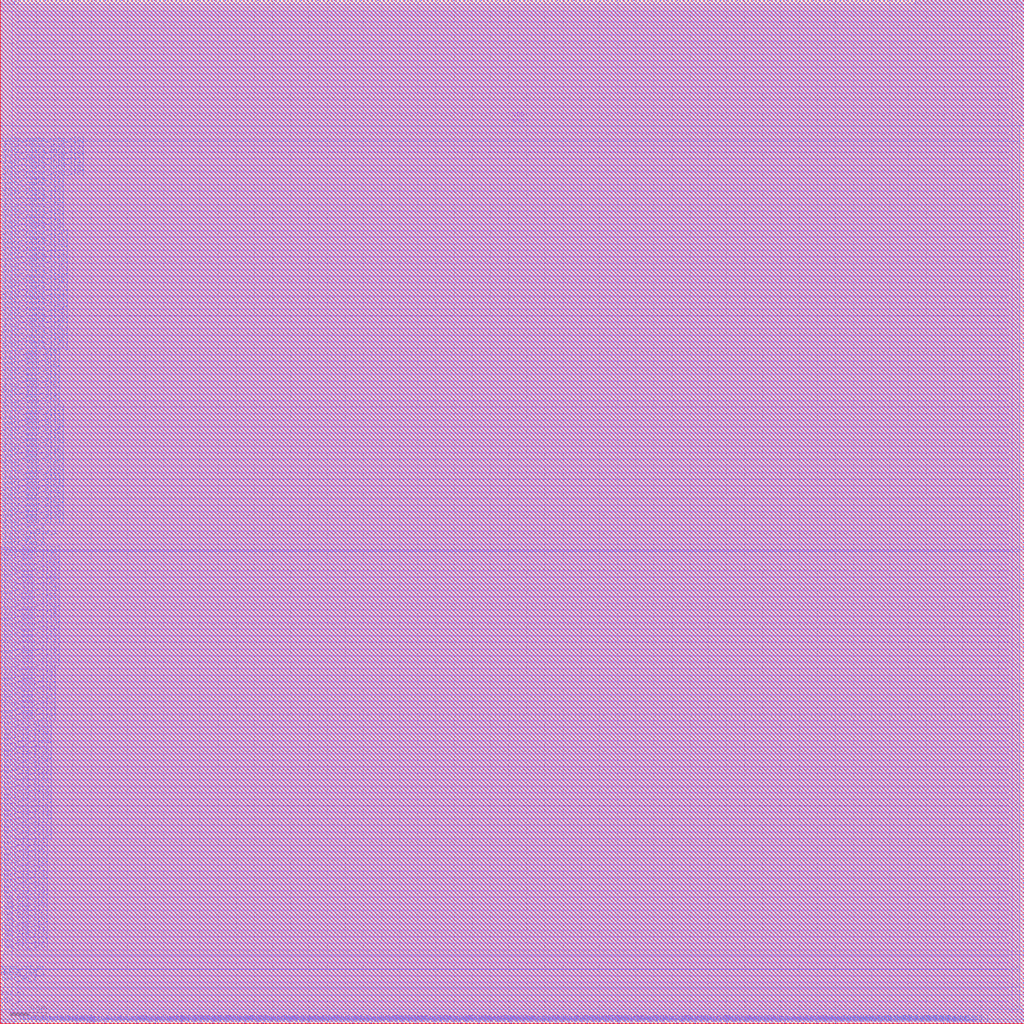
<source format=lef>
###############################################################
#  Generated by:      Cadence Innovus 21.16-s078_1
#  OS:                Linux x86_64(Host ID cadpc24)
#  Generated on:      Thu Apr 11 01:46:05 2024
#  Design:            ibex_top
#  Command:           write_lef_abstract ibex_top.lef -5.7 -PgpinLayers {1 2 3 4 5} -specifyTopLayer 5 -stripePin
###############################################################

VERSION 5.7 ;

BUSBITCHARS "[]" ;
DIVIDERCHAR "/" ;

MACRO ibex_top
  CLASS BLOCK ;
  SIZE 564.000000 BY 564.000000 ;
  FOREIGN ibex_top 0.000000 0.000000 ;
  ORIGIN 0 0 ;
  SYMMETRY X Y R90 ;
  PIN clk_i
    DIRECTION INPUT ;
    USE SIGNAL ;
    ANTENNAPARTIALMETALAREA 0.06 LAYER M2  ;
    ANTENNAPARTIALMETALSIDEAREA 0.222 LAYER M2  ;
    ANTENNAPARTIALCUTAREA 0.04 LAYER V2  ;
    ANTENNAPARTIALMETALAREA 13.76 LAYER M3  ;
    ANTENNAPARTIALMETALSIDEAREA 51.208 LAYER M3  ;
    ANTENNAMODEL OXIDE1 ;
    ANTENNAGATEAREA 0.5976 LAYER M3  ;
    ANTENNAMAXAREACAR 67.0509 LAYER M3  ;
    ANTENNAMAXSIDEAREACAR 249.814 LAYER M3  ;
    ANTENNAMAXCUTCAR 1.38889 LAYER VL  ;
    PORT
      LAYER M2 ;
        RECT 0.000000 9.900000 0.600000 10.100000 ;
    END
  END clk_i
  PIN rst_ni
    DIRECTION INPUT ;
    USE SIGNAL ;
    ANTENNAPARTIALMETALAREA 0.06 LAYER M2  ;
    ANTENNAPARTIALMETALSIDEAREA 0.222 LAYER M2  ;
    ANTENNAPARTIALCUTAREA 0.04 LAYER V2  ;
    ANTENNAPARTIALMETALAREA 2.12 LAYER M3  ;
    ANTENNAPARTIALMETALSIDEAREA 7.992 LAYER M3  ;
    ANTENNAMODEL OXIDE1 ;
    ANTENNAGATEAREA 0.0888 LAYER M3  ;
    ANTENNAMAXAREACAR 26.9369 LAYER M3  ;
    ANTENNAMAXSIDEAREACAR 103.329 LAYER M3  ;
    ANTENNAMAXCUTCAR 0.900901 LAYER VL  ;
    PORT
      LAYER M2 ;
        RECT 0.000000 13.900000 0.600000 14.100000 ;
    END
  END rst_ni
  PIN test_en_i
    DIRECTION INPUT ;
    USE SIGNAL ;
    ANTENNAPARTIALMETALAREA 1.92 LAYER M3  ;
    ANTENNAPARTIALMETALSIDEAREA 7.4 LAYER M3  ;
    ANTENNAMODEL OXIDE1 ;
    ANTENNAGATEAREA 0.0888 LAYER M3  ;
    ANTENNAMAXAREACAR 23.6171 LAYER M3  ;
    ANTENNAMAXSIDEAREACAR 93.0225 LAYER M3  ;
    ANTENNAMAXCUTCAR 0.900901 LAYER VL  ;
    PORT
      LAYER M3 ;
        RECT 0.000000 21.900000 0.600000 22.100000 ;
    END
  END test_en_i
  PIN ram_cfg_i[9]
    DIRECTION INPUT ;
    USE SIGNAL ;
    PORT
      LAYER M2 ;
        RECT 0.000000 66.900000 0.600000 67.100000 ;
    END
  END ram_cfg_i[9]
  PIN ram_cfg_i[8]
    DIRECTION INPUT ;
    USE SIGNAL ;
    PORT
      LAYER M2 ;
        RECT 0.000000 63.900000 0.600000 64.100000 ;
    END
  END ram_cfg_i[8]
  PIN ram_cfg_i[7]
    DIRECTION INPUT ;
    USE SIGNAL ;
    PORT
      LAYER M2 ;
        RECT 0.000000 60.900000 0.600000 61.100000 ;
    END
  END ram_cfg_i[7]
  PIN ram_cfg_i[6]
    DIRECTION INPUT ;
    USE SIGNAL ;
    PORT
      LAYER M2 ;
        RECT 0.000000 57.900000 0.600000 58.100000 ;
    END
  END ram_cfg_i[6]
  PIN ram_cfg_i[5]
    DIRECTION INPUT ;
    USE SIGNAL ;
    PORT
      LAYER M2 ;
        RECT 0.000000 54.900000 0.600000 55.100000 ;
    END
  END ram_cfg_i[5]
  PIN ram_cfg_i[4]
    DIRECTION INPUT ;
    USE SIGNAL ;
    PORT
      LAYER M2 ;
        RECT 0.000000 51.900000 0.600000 52.100000 ;
    END
  END ram_cfg_i[4]
  PIN ram_cfg_i[3]
    DIRECTION INPUT ;
    USE SIGNAL ;
    PORT
      LAYER M2 ;
        RECT 0.000000 48.900000 0.600000 49.100000 ;
    END
  END ram_cfg_i[3]
  PIN ram_cfg_i[2]
    DIRECTION INPUT ;
    USE SIGNAL ;
    PORT
      LAYER M2 ;
        RECT 0.000000 45.900000 0.600000 46.100000 ;
    END
  END ram_cfg_i[2]
  PIN ram_cfg_i[1]
    DIRECTION INPUT ;
    USE SIGNAL ;
    PORT
      LAYER M2 ;
        RECT 0.000000 42.900000 0.600000 43.100000 ;
    END
  END ram_cfg_i[1]
  PIN ram_cfg_i[0]
    DIRECTION INPUT ;
    USE SIGNAL ;
    PORT
      LAYER M2 ;
        RECT 0.000000 39.900000 0.600000 40.100000 ;
    END
  END ram_cfg_i[0]
  PIN hart_id_i[31]
    DIRECTION INPUT ;
    USE SIGNAL ;
    ANTENNAPARTIALMETALAREA 0.02 LAYER M2  ;
    ANTENNAPARTIALMETALSIDEAREA 0.074 LAYER M2  ;
    ANTENNAPARTIALCUTAREA 0.04 LAYER V2  ;
    ANTENNAPARTIALMETALAREA 1.84 LAYER M3  ;
    ANTENNAPARTIALMETALSIDEAREA 7.104 LAYER M3  ;
    ANTENNAMODEL OXIDE1 ;
    ANTENNAGATEAREA 0.0888 LAYER M3  ;
    ANTENNAMAXAREACAR 22.7162 LAYER M3  ;
    ANTENNAMAXSIDEAREACAR 89.6892 LAYER M3  ;
    ANTENNAMAXCUTCAR 0.900901 LAYER VL  ;
    PORT
      LAYER M2 ;
        RECT 0.000000 162.900000 0.600000 163.100000 ;
    END
  END hart_id_i[31]
  PIN hart_id_i[30]
    DIRECTION INPUT ;
    USE SIGNAL ;
    ANTENNAPARTIALMETALAREA 0.3 LAYER M2  ;
    ANTENNAPARTIALMETALSIDEAREA 1.11 LAYER M2  ;
    ANTENNAPARTIALCUTAREA 0.04 LAYER V2  ;
    ANTENNAPARTIALMETALAREA 2.52 LAYER M3  ;
    ANTENNAPARTIALMETALSIDEAREA 9.472 LAYER M3  ;
    ANTENNAMODEL OXIDE1 ;
    ANTENNAGATEAREA 0.0888 LAYER M3  ;
    ANTENNAMAXAREACAR 31.4414 LAYER M3  ;
    ANTENNAMAXSIDEAREACAR 119.995 LAYER M3  ;
    ANTENNAMAXCUTCAR 0.900901 LAYER VL  ;
    PORT
      LAYER M2 ;
        RECT 0.000000 159.900000 0.600000 160.100000 ;
    END
  END hart_id_i[30]
  PIN hart_id_i[29]
    DIRECTION INPUT ;
    USE SIGNAL ;
    ANTENNAPARTIALMETALAREA 0.02 LAYER M2  ;
    ANTENNAPARTIALMETALSIDEAREA 0.074 LAYER M2  ;
    ANTENNAPARTIALCUTAREA 0.04 LAYER V2  ;
    ANTENNAPARTIALMETALAREA 1.92 LAYER M3  ;
    ANTENNAPARTIALMETALSIDEAREA 7.4 LAYER M3  ;
    ANTENNAMODEL OXIDE1 ;
    ANTENNAGATEAREA 0.0888 LAYER M3  ;
    ANTENNAMAXAREACAR 23.6171 LAYER M3  ;
    ANTENNAMAXSIDEAREACAR 93.0225 LAYER M3  ;
    ANTENNAMAXCUTCAR 0.900901 LAYER VL  ;
    PORT
      LAYER M2 ;
        RECT 0.000000 156.900000 0.600000 157.100000 ;
    END
  END hart_id_i[29]
  PIN hart_id_i[28]
    DIRECTION INPUT ;
    USE SIGNAL ;
    ANTENNAPARTIALMETALAREA 0.06 LAYER M2  ;
    ANTENNAPARTIALMETALSIDEAREA 0.222 LAYER M2  ;
    ANTENNAPARTIALCUTAREA 0.04 LAYER V2  ;
    ANTENNAPARTIALMETALAREA 2.08 LAYER M3  ;
    ANTENNAPARTIALMETALSIDEAREA 7.992 LAYER M3  ;
    ANTENNAMODEL OXIDE1 ;
    ANTENNAGATEAREA 0.0888 LAYER M3  ;
    ANTENNAMAXAREACAR 25.4189 LAYER M3  ;
    ANTENNAMAXSIDEAREACAR 99.6892 LAYER M3  ;
    ANTENNAMAXCUTCAR 0.900901 LAYER VL  ;
    PORT
      LAYER M2 ;
        RECT 0.000000 153.900000 0.600000 154.100000 ;
    END
  END hart_id_i[28]
  PIN hart_id_i[27]
    DIRECTION INPUT ;
    USE SIGNAL ;
    ANTENNAPARTIALMETALAREA 0.02 LAYER M2  ;
    ANTENNAPARTIALMETALSIDEAREA 0.074 LAYER M2  ;
    ANTENNAPARTIALCUTAREA 0.04 LAYER V2  ;
    ANTENNAPARTIALMETALAREA 2.08 LAYER M3  ;
    ANTENNAPARTIALMETALSIDEAREA 7.992 LAYER M3  ;
    ANTENNAMODEL OXIDE1 ;
    ANTENNAGATEAREA 0.0888 LAYER M3  ;
    ANTENNAMAXAREACAR 25.4189 LAYER M3  ;
    ANTENNAMAXSIDEAREACAR 99.6892 LAYER M3  ;
    ANTENNAMAXCUTCAR 0.900901 LAYER VL  ;
    PORT
      LAYER M2 ;
        RECT 0.000000 150.900000 0.600000 151.100000 ;
    END
  END hart_id_i[27]
  PIN hart_id_i[26]
    DIRECTION INPUT ;
    USE SIGNAL ;
    ANTENNAPARTIALMETALAREA 0.06 LAYER M2  ;
    ANTENNAPARTIALMETALSIDEAREA 0.222 LAYER M2  ;
    ANTENNAPARTIALCUTAREA 0.04 LAYER V2  ;
    ANTENNAPARTIALMETALAREA 2 LAYER M3  ;
    ANTENNAPARTIALMETALSIDEAREA 7.696 LAYER M3  ;
    ANTENNAMODEL OXIDE1 ;
    ANTENNAGATEAREA 0.0888 LAYER M3  ;
    ANTENNAMAXAREACAR 25.5856 LAYER M3  ;
    ANTENNAMAXSIDEAREACAR 99.9955 LAYER M3  ;
    ANTENNAMAXCUTCAR 0.900901 LAYER VL  ;
    PORT
      LAYER M2 ;
        RECT 0.000000 147.900000 0.600000 148.100000 ;
    END
  END hart_id_i[26]
  PIN hart_id_i[25]
    DIRECTION INPUT ;
    USE SIGNAL ;
    ANTENNAPARTIALMETALAREA 0.02 LAYER M2  ;
    ANTENNAPARTIALMETALSIDEAREA 0.074 LAYER M2  ;
    ANTENNAPARTIALCUTAREA 0.04 LAYER V2  ;
    ANTENNAPARTIALMETALAREA 1.92 LAYER M3  ;
    ANTENNAPARTIALMETALSIDEAREA 7.4 LAYER M3  ;
    ANTENNAMODEL OXIDE1 ;
    ANTENNAGATEAREA 0.0888 LAYER M3  ;
    ANTENNAMAXAREACAR 23.6171 LAYER M3  ;
    ANTENNAMAXSIDEAREACAR 93.0225 LAYER M3  ;
    ANTENNAMAXCUTCAR 0.900901 LAYER VL  ;
    PORT
      LAYER M2 ;
        RECT 0.000000 144.900000 0.600000 145.100000 ;
    END
  END hart_id_i[25]
  PIN hart_id_i[24]
    DIRECTION INPUT ;
    USE SIGNAL ;
    ANTENNAPARTIALMETALAREA 0.14 LAYER M2  ;
    ANTENNAPARTIALMETALSIDEAREA 0.518 LAYER M2  ;
    ANTENNAPARTIALCUTAREA 0.04 LAYER V2  ;
    ANTENNAPARTIALMETALAREA 1.96 LAYER M3  ;
    ANTENNAPARTIALMETALSIDEAREA 7.4 LAYER M3  ;
    ANTENNAMODEL OXIDE1 ;
    ANTENNAGATEAREA 0.0888 LAYER M3  ;
    ANTENNAMAXAREACAR 25.1351 LAYER M3  ;
    ANTENNAMAXSIDEAREACAR 96.6622 LAYER M3  ;
    ANTENNAMAXCUTCAR 0.900901 LAYER VL  ;
    PORT
      LAYER M2 ;
        RECT 0.000000 141.900000 0.600000 142.100000 ;
    END
  END hart_id_i[24]
  PIN hart_id_i[23]
    DIRECTION INPUT ;
    USE SIGNAL ;
    ANTENNAPARTIALMETALAREA 0.18 LAYER M2  ;
    ANTENNAPARTIALMETALSIDEAREA 0.666 LAYER M2  ;
    ANTENNAPARTIALCUTAREA 0.04 LAYER V2  ;
    ANTENNAPARTIALMETALAREA 2.28 LAYER M3  ;
    ANTENNAPARTIALMETALSIDEAREA 8.584 LAYER M3  ;
    ANTENNAMODEL OXIDE1 ;
    ANTENNAGATEAREA 0.0888 LAYER M3  ;
    ANTENNAMAXAREACAR 28.7387 LAYER M3  ;
    ANTENNAMAXSIDEAREACAR 109.995 LAYER M3  ;
    ANTENNAMAXCUTCAR 0.900901 LAYER VL  ;
    PORT
      LAYER M2 ;
        RECT 0.000000 138.900000 0.600000 139.100000 ;
    END
  END hart_id_i[23]
  PIN hart_id_i[22]
    DIRECTION INPUT ;
    USE SIGNAL ;
    ANTENNAPARTIALMETALAREA 0.06 LAYER M2  ;
    ANTENNAPARTIALMETALSIDEAREA 0.222 LAYER M2  ;
    ANTENNAPARTIALCUTAREA 0.04 LAYER V2  ;
    ANTENNAPARTIALMETALAREA 1.92 LAYER M3  ;
    ANTENNAPARTIALMETALSIDEAREA 7.4 LAYER M3  ;
    ANTENNAMODEL OXIDE1 ;
    ANTENNAGATEAREA 0.0888 LAYER M3  ;
    ANTENNAMAXAREACAR 23.6171 LAYER M3  ;
    ANTENNAMAXSIDEAREACAR 93.0225 LAYER M3  ;
    ANTENNAMAXCUTCAR 0.900901 LAYER VL  ;
    PORT
      LAYER M2 ;
        RECT 0.000000 135.900000 0.600000 136.100000 ;
    END
  END hart_id_i[22]
  PIN hart_id_i[21]
    DIRECTION INPUT ;
    USE SIGNAL ;
    ANTENNAPARTIALMETALAREA 0.02 LAYER M2  ;
    ANTENNAPARTIALMETALSIDEAREA 0.074 LAYER M2  ;
    ANTENNAPARTIALCUTAREA 0.04 LAYER V2  ;
    ANTENNAPARTIALMETALAREA 1.88 LAYER M3  ;
    ANTENNAPARTIALMETALSIDEAREA 7.104 LAYER M3  ;
    ANTENNAMODEL OXIDE1 ;
    ANTENNAGATEAREA 0.0888 LAYER M3  ;
    ANTENNAMAXAREACAR 23.1667 LAYER M3  ;
    ANTENNAMAXSIDEAREACAR 89.6892 LAYER M3  ;
    ANTENNAMAXCUTCAR 0.900901 LAYER VL  ;
    PORT
      LAYER M2 ;
        RECT 0.000000 132.900000 0.600000 133.100000 ;
    END
  END hart_id_i[21]
  PIN hart_id_i[20]
    DIRECTION INPUT ;
    USE SIGNAL ;
    ANTENNAPARTIALMETALAREA 0.06 LAYER M2  ;
    ANTENNAPARTIALMETALSIDEAREA 0.222 LAYER M2  ;
    ANTENNAPARTIALCUTAREA 0.04 LAYER V2  ;
    ANTENNAPARTIALMETALAREA 0.44 LAYER M3  ;
    ANTENNAPARTIALMETALSIDEAREA 1.776 LAYER M3  ;
    PORT
      LAYER M2 ;
        RECT 0.000000 129.900000 0.600000 130.100000 ;
    END
  END hart_id_i[20]
  PIN hart_id_i[19]
    DIRECTION INPUT ;
    USE SIGNAL ;
    ANTENNAPARTIALMETALAREA 0.02 LAYER M2  ;
    ANTENNAPARTIALMETALSIDEAREA 0.074 LAYER M2  ;
    ANTENNAPARTIALCUTAREA 0.04 LAYER V2  ;
    ANTENNAPARTIALMETALAREA 2.16 LAYER M3  ;
    ANTENNAPARTIALMETALSIDEAREA 8.288 LAYER M3  ;
    ANTENNAMODEL OXIDE1 ;
    ANTENNAGATEAREA 0.0888 LAYER M3  ;
    ANTENNAMAXAREACAR 26.3198 LAYER M3  ;
    ANTENNAMAXSIDEAREACAR 103.023 LAYER M3  ;
    ANTENNAMAXCUTCAR 0.900901 LAYER VL  ;
    PORT
      LAYER M2 ;
        RECT 0.000000 126.900000 0.600000 127.100000 ;
    END
  END hart_id_i[19]
  PIN hart_id_i[18]
    DIRECTION INPUT ;
    USE SIGNAL ;
    ANTENNAPARTIALMETALAREA 0.3 LAYER M2  ;
    ANTENNAPARTIALMETALSIDEAREA 1.11 LAYER M2  ;
    ANTENNAPARTIALCUTAREA 0.04 LAYER V2  ;
    ANTENNAPARTIALMETALAREA 1.8 LAYER M3  ;
    ANTENNAPARTIALMETALSIDEAREA 6.808 LAYER M3  ;
    ANTENNAMODEL OXIDE1 ;
    ANTENNAGATEAREA 0.0888 LAYER M3  ;
    ANTENNAMAXAREACAR 23.3333 LAYER M3  ;
    ANTENNAMAXSIDEAREACAR 89.9955 LAYER M3  ;
    ANTENNAMAXCUTCAR 0.900901 LAYER VL  ;
    PORT
      LAYER M2 ;
        RECT 0.000000 123.900000 0.600000 124.100000 ;
    END
  END hart_id_i[18]
  PIN hart_id_i[17]
    DIRECTION INPUT ;
    USE SIGNAL ;
    ANTENNAPARTIALMETALAREA 0.02 LAYER M2  ;
    ANTENNAPARTIALMETALSIDEAREA 0.074 LAYER M2  ;
    ANTENNAPARTIALCUTAREA 0.04 LAYER V2  ;
    ANTENNAPARTIALMETALAREA 0.52 LAYER M3  ;
    ANTENNAPARTIALMETALSIDEAREA 2.072 LAYER M3  ;
    PORT
      LAYER M2 ;
        RECT 0.000000 120.900000 0.600000 121.100000 ;
    END
  END hart_id_i[17]
  PIN hart_id_i[16]
    DIRECTION INPUT ;
    USE SIGNAL ;
    ANTENNAPARTIALMETALAREA 0.06 LAYER M2  ;
    ANTENNAPARTIALMETALSIDEAREA 0.222 LAYER M2  ;
    ANTENNAPARTIALCUTAREA 0.04 LAYER V2  ;
    ANTENNAPARTIALMETALAREA 1.84 LAYER M3  ;
    ANTENNAPARTIALMETALSIDEAREA 7.104 LAYER M3  ;
    PORT
      LAYER M2 ;
        RECT 0.000000 117.900000 0.600000 118.100000 ;
    END
  END hart_id_i[16]
  PIN hart_id_i[15]
    DIRECTION INPUT ;
    USE SIGNAL ;
    ANTENNAPARTIALMETALAREA 0.1 LAYER M2  ;
    ANTENNAPARTIALMETALSIDEAREA 0.37 LAYER M2  ;
    ANTENNAPARTIALCUTAREA 0.04 LAYER V2  ;
    ANTENNAPARTIALMETALAREA 1.88 LAYER M3  ;
    ANTENNAPARTIALMETALSIDEAREA 7.104 LAYER M3  ;
    ANTENNAMODEL OXIDE1 ;
    ANTENNAGATEAREA 0.0888 LAYER M3  ;
    ANTENNAMAXAREACAR 24.2342 LAYER M3  ;
    ANTENNAMAXSIDEAREACAR 93.3288 LAYER M3  ;
    ANTENNAMAXCUTCAR 0.900901 LAYER VL  ;
    PORT
      LAYER M2 ;
        RECT 0.000000 114.900000 0.600000 115.100000 ;
    END
  END hart_id_i[15]
  PIN hart_id_i[14]
    DIRECTION INPUT ;
    USE SIGNAL ;
    ANTENNAPARTIALMETALAREA 0.06 LAYER M2  ;
    ANTENNAPARTIALMETALSIDEAREA 0.222 LAYER M2  ;
    ANTENNAPARTIALCUTAREA 0.04 LAYER V2  ;
    ANTENNAPARTIALMETALAREA 0.6 LAYER M3  ;
    ANTENNAPARTIALMETALSIDEAREA 2.368 LAYER M3  ;
    PORT
      LAYER M2 ;
        RECT 0.000000 111.900000 0.600000 112.100000 ;
    END
  END hart_id_i[14]
  PIN hart_id_i[13]
    DIRECTION INPUT ;
    USE SIGNAL ;
    ANTENNAPARTIALMETALAREA 0.02 LAYER M2  ;
    ANTENNAPARTIALMETALSIDEAREA 0.074 LAYER M2  ;
    ANTENNAPARTIALCUTAREA 0.04 LAYER V2  ;
    ANTENNAPARTIALMETALAREA 0.36 LAYER M3  ;
    ANTENNAPARTIALMETALSIDEAREA 1.48 LAYER M3  ;
    PORT
      LAYER M2 ;
        RECT 0.000000 108.900000 0.600000 109.100000 ;
    END
  END hart_id_i[13]
  PIN hart_id_i[12]
    DIRECTION INPUT ;
    USE SIGNAL ;
    ANTENNAPARTIALMETALAREA 0.06 LAYER M2  ;
    ANTENNAPARTIALMETALSIDEAREA 0.222 LAYER M2  ;
    ANTENNAPARTIALCUTAREA 0.04 LAYER V2  ;
    ANTENNAPARTIALMETALAREA 1.92 LAYER M3  ;
    ANTENNAPARTIALMETALSIDEAREA 7.4 LAYER M3  ;
    PORT
      LAYER M2 ;
        RECT 0.000000 105.900000 0.600000 106.100000 ;
    END
  END hart_id_i[12]
  PIN hart_id_i[11]
    DIRECTION INPUT ;
    USE SIGNAL ;
    ANTENNAPARTIALMETALAREA 0.02 LAYER M2  ;
    ANTENNAPARTIALMETALSIDEAREA 0.074 LAYER M2  ;
    ANTENNAPARTIALCUTAREA 0.04 LAYER V2  ;
    ANTENNAPARTIALMETALAREA 0.28 LAYER M3  ;
    ANTENNAPARTIALMETALSIDEAREA 1.184 LAYER M3  ;
    PORT
      LAYER M2 ;
        RECT 0.000000 102.900000 0.600000 103.100000 ;
    END
  END hart_id_i[11]
  PIN hart_id_i[10]
    DIRECTION INPUT ;
    USE SIGNAL ;
    ANTENNAPARTIALMETALAREA 0.06 LAYER M2  ;
    ANTENNAPARTIALMETALSIDEAREA 0.222 LAYER M2  ;
    ANTENNAPARTIALCUTAREA 0.04 LAYER V2  ;
    ANTENNAPARTIALMETALAREA 2.16 LAYER M3  ;
    ANTENNAPARTIALMETALSIDEAREA 8.288 LAYER M3  ;
    ANTENNAMODEL OXIDE1 ;
    ANTENNAGATEAREA 0.0888 LAYER M3  ;
    ANTENNAMAXAREACAR 26.3198 LAYER M3  ;
    ANTENNAMAXSIDEAREACAR 103.023 LAYER M3  ;
    ANTENNAMAXCUTCAR 0.900901 LAYER VL  ;
    PORT
      LAYER M2 ;
        RECT 0.000000 99.900000 0.600000 100.100000 ;
    END
  END hart_id_i[10]
  PIN hart_id_i[9]
    DIRECTION INPUT ;
    USE SIGNAL ;
    ANTENNAPARTIALMETALAREA 0.02 LAYER M2  ;
    ANTENNAPARTIALMETALSIDEAREA 0.074 LAYER M2  ;
    ANTENNAPARTIALCUTAREA 0.04 LAYER V2  ;
    ANTENNAPARTIALMETALAREA 0.44 LAYER M3  ;
    ANTENNAPARTIALMETALSIDEAREA 1.776 LAYER M3  ;
    PORT
      LAYER M2 ;
        RECT 0.000000 96.900000 0.600000 97.100000 ;
    END
  END hart_id_i[9]
  PIN hart_id_i[8]
    DIRECTION INPUT ;
    USE SIGNAL ;
    ANTENNAPARTIALMETALAREA 0.06 LAYER M2  ;
    ANTENNAPARTIALMETALSIDEAREA 0.222 LAYER M2  ;
    ANTENNAPARTIALCUTAREA 0.04 LAYER V2  ;
    ANTENNAPARTIALMETALAREA 0.36 LAYER M3  ;
    ANTENNAPARTIALMETALSIDEAREA 1.48 LAYER M3  ;
    PORT
      LAYER M2 ;
        RECT 0.000000 93.900000 0.600000 94.100000 ;
    END
  END hart_id_i[8]
  PIN hart_id_i[7]
    DIRECTION INPUT ;
    USE SIGNAL ;
    ANTENNAPARTIALMETALAREA 0.02 LAYER M2  ;
    ANTENNAPARTIALMETALSIDEAREA 0.074 LAYER M2  ;
    ANTENNAPARTIALCUTAREA 0.04 LAYER V2  ;
    ANTENNAPARTIALMETALAREA 2.48 LAYER M3  ;
    ANTENNAPARTIALMETALSIDEAREA 9.472 LAYER M3  ;
    PORT
      LAYER M2 ;
        RECT 0.000000 90.900000 0.600000 91.100000 ;
    END
  END hart_id_i[7]
  PIN hart_id_i[6]
    DIRECTION INPUT ;
    USE SIGNAL ;
    ANTENNAPARTIALMETALAREA 0.06 LAYER M2  ;
    ANTENNAPARTIALMETALSIDEAREA 0.222 LAYER M2  ;
    ANTENNAPARTIALCUTAREA 0.04 LAYER V2  ;
    ANTENNAPARTIALMETALAREA 2 LAYER M3  ;
    ANTENNAPARTIALMETALSIDEAREA 7.696 LAYER M3  ;
    PORT
      LAYER M2 ;
        RECT 0.000000 87.900000 0.600000 88.100000 ;
    END
  END hart_id_i[6]
  PIN hart_id_i[5]
    DIRECTION INPUT ;
    USE SIGNAL ;
    ANTENNAPARTIALMETALAREA 0.02 LAYER M2  ;
    ANTENNAPARTIALMETALSIDEAREA 0.074 LAYER M2  ;
    ANTENNAPARTIALCUTAREA 0.04 LAYER V2  ;
    ANTENNAPARTIALMETALAREA 1.8 LAYER M3  ;
    ANTENNAPARTIALMETALSIDEAREA 6.808 LAYER M3  ;
    PORT
      LAYER M2 ;
        RECT 0.000000 84.900000 0.600000 85.100000 ;
    END
  END hart_id_i[5]
  PIN hart_id_i[4]
    DIRECTION INPUT ;
    USE SIGNAL ;
    ANTENNAPARTIALMETALAREA 0.06 LAYER M2  ;
    ANTENNAPARTIALMETALSIDEAREA 0.222 LAYER M2  ;
    ANTENNAPARTIALCUTAREA 0.04 LAYER V2  ;
    ANTENNAPARTIALMETALAREA 0.28 LAYER M3  ;
    ANTENNAPARTIALMETALSIDEAREA 1.184 LAYER M3  ;
    PORT
      LAYER M2 ;
        RECT 0.000000 81.900000 0.600000 82.100000 ;
    END
  END hart_id_i[4]
  PIN hart_id_i[3]
    DIRECTION INPUT ;
    USE SIGNAL ;
    ANTENNAPARTIALMETALAREA 0.02 LAYER M2  ;
    ANTENNAPARTIALMETALSIDEAREA 0.074 LAYER M2  ;
    ANTENNAPARTIALCUTAREA 0.04 LAYER V2  ;
    ANTENNAPARTIALMETALAREA 2.24 LAYER M3  ;
    ANTENNAPARTIALMETALSIDEAREA 8.584 LAYER M3  ;
    PORT
      LAYER M2 ;
        RECT 0.000000 78.900000 0.600000 79.100000 ;
    END
  END hart_id_i[3]
  PIN hart_id_i[2]
    DIRECTION INPUT ;
    USE SIGNAL ;
    ANTENNAPARTIALMETALAREA 0.06 LAYER M2  ;
    ANTENNAPARTIALMETALSIDEAREA 0.222 LAYER M2  ;
    ANTENNAPARTIALCUTAREA 0.04 LAYER V2  ;
    ANTENNAPARTIALMETALAREA 1.88 LAYER M3  ;
    ANTENNAPARTIALMETALSIDEAREA 7.104 LAYER M3  ;
    PORT
      LAYER M2 ;
        RECT 0.000000 75.900000 0.600000 76.100000 ;
    END
  END hart_id_i[2]
  PIN hart_id_i[1]
    DIRECTION INPUT ;
    USE SIGNAL ;
    ANTENNAPARTIALMETALAREA 0.02 LAYER M2  ;
    ANTENNAPARTIALMETALSIDEAREA 0.074 LAYER M2  ;
    ANTENNAPARTIALCUTAREA 0.04 LAYER V2  ;
    ANTENNAPARTIALMETALAREA 1.84 LAYER M3  ;
    ANTENNAPARTIALMETALSIDEAREA 7.104 LAYER M3  ;
    ANTENNAMODEL OXIDE1 ;
    ANTENNAGATEAREA 0.0888 LAYER M3  ;
    ANTENNAMAXAREACAR 23.7838 LAYER M3  ;
    ANTENNAMAXSIDEAREACAR 93.3288 LAYER M3  ;
    ANTENNAMAXCUTCAR 0.900901 LAYER VL  ;
    PORT
      LAYER M2 ;
        RECT 0.000000 72.900000 0.600000 73.100000 ;
    END
  END hart_id_i[1]
  PIN hart_id_i[0]
    DIRECTION INPUT ;
    USE SIGNAL ;
    ANTENNAPARTIALMETALAREA 0.06 LAYER M2  ;
    ANTENNAPARTIALMETALSIDEAREA 0.222 LAYER M2  ;
    ANTENNAPARTIALCUTAREA 0.04 LAYER V2  ;
    ANTENNAPARTIALMETALAREA 1.84 LAYER M3  ;
    ANTENNAPARTIALMETALSIDEAREA 7.104 LAYER M3  ;
    ANTENNAMODEL OXIDE1 ;
    ANTENNAGATEAREA 0.0888 LAYER M3  ;
    ANTENNAMAXAREACAR 22.7162 LAYER M3  ;
    ANTENNAMAXSIDEAREACAR 89.6892 LAYER M3  ;
    ANTENNAMAXCUTCAR 0.900901 LAYER VL  ;
    PORT
      LAYER M2 ;
        RECT 0.000000 69.900000 0.600000 70.100000 ;
    END
  END hart_id_i[0]
  PIN boot_addr_i[31]
    DIRECTION INPUT ;
    USE SIGNAL ;
    ANTENNAPARTIALMETALAREA 0.02 LAYER M2  ;
    ANTENNAPARTIALMETALSIDEAREA 0.074 LAYER M2  ;
    ANTENNAPARTIALCUTAREA 0.04 LAYER V2  ;
    ANTENNAPARTIALMETALAREA 1.56 LAYER M3  ;
    ANTENNAPARTIALMETALSIDEAREA 5.92 LAYER M3  ;
    PORT
      LAYER M2 ;
        RECT 0.000000 258.900000 0.600000 259.100000 ;
    END
  END boot_addr_i[31]
  PIN boot_addr_i[30]
    DIRECTION INPUT ;
    USE SIGNAL ;
    ANTENNAPARTIALMETALAREA 0.06 LAYER M2  ;
    ANTENNAPARTIALMETALSIDEAREA 0.222 LAYER M2  ;
    ANTENNAPARTIALCUTAREA 0.04 LAYER V2  ;
    ANTENNAPARTIALMETALAREA 0.36 LAYER M3  ;
    ANTENNAPARTIALMETALSIDEAREA 1.48 LAYER M3  ;
    PORT
      LAYER M2 ;
        RECT 0.000000 255.900000 0.600000 256.100000 ;
    END
  END boot_addr_i[30]
  PIN boot_addr_i[29]
    DIRECTION INPUT ;
    USE SIGNAL ;
    ANTENNAPARTIALMETALAREA 0.02 LAYER M2  ;
    ANTENNAPARTIALMETALSIDEAREA 0.074 LAYER M2  ;
    ANTENNAPARTIALCUTAREA 0.04 LAYER V2  ;
    ANTENNAPARTIALMETALAREA 3.12 LAYER M3  ;
    ANTENNAPARTIALMETALSIDEAREA 11.84 LAYER M3  ;
    ANTENNAMODEL OXIDE1 ;
    ANTENNAGATEAREA 0.0888 LAYER M3  ;
    ANTENNAMAXAREACAR 37.1306 LAYER M3  ;
    ANTENNAMAXSIDEAREACAR 143.023 LAYER M3  ;
    ANTENNAMAXCUTCAR 0.900901 LAYER VL  ;
    PORT
      LAYER M2 ;
        RECT 0.000000 252.900000 0.600000 253.100000 ;
    END
  END boot_addr_i[29]
  PIN boot_addr_i[28]
    DIRECTION INPUT ;
    USE SIGNAL ;
    ANTENNAPARTIALMETALAREA 0.14 LAYER M2  ;
    ANTENNAPARTIALMETALSIDEAREA 0.518 LAYER M2  ;
    ANTENNAPARTIALCUTAREA 0.04 LAYER V2  ;
    ANTENNAPARTIALMETALAREA 2.2 LAYER M3  ;
    ANTENNAPARTIALMETALSIDEAREA 8.288 LAYER M3  ;
    ANTENNAMODEL OXIDE1 ;
    ANTENNAGATEAREA 0.0888 LAYER M3  ;
    ANTENNAMAXAREACAR 27.8378 LAYER M3  ;
    ANTENNAMAXSIDEAREACAR 106.662 LAYER M3  ;
    ANTENNAMAXCUTCAR 0.900901 LAYER VL  ;
    PORT
      LAYER M2 ;
        RECT 0.000000 249.900000 0.600000 250.100000 ;
    END
  END boot_addr_i[28]
  PIN boot_addr_i[27]
    DIRECTION INPUT ;
    USE SIGNAL ;
    ANTENNAPARTIALMETALAREA 0.02 LAYER M2  ;
    ANTENNAPARTIALMETALSIDEAREA 0.074 LAYER M2  ;
    ANTENNAPARTIALCUTAREA 0.04 LAYER V2  ;
    ANTENNAPARTIALMETALAREA 1.8 LAYER M3  ;
    ANTENNAPARTIALMETALSIDEAREA 6.808 LAYER M3  ;
    PORT
      LAYER M2 ;
        RECT 0.000000 246.900000 0.600000 247.100000 ;
    END
  END boot_addr_i[27]
  PIN boot_addr_i[26]
    DIRECTION INPUT ;
    USE SIGNAL ;
    ANTENNAPARTIALMETALAREA 0.06 LAYER M2  ;
    ANTENNAPARTIALMETALSIDEAREA 0.222 LAYER M2  ;
    ANTENNAPARTIALCUTAREA 0.04 LAYER V2  ;
    ANTENNAPARTIALMETALAREA 3.88 LAYER M3  ;
    ANTENNAPARTIALMETALSIDEAREA 14.504 LAYER M3  ;
    ANTENNAMODEL OXIDE1 ;
    ANTENNAGATEAREA 0.0888 LAYER M3  ;
    ANTENNAMAXAREACAR 45.6892 LAYER M3  ;
    ANTENNAMAXSIDEAREACAR 173.023 LAYER M3  ;
    ANTENNAMAXCUTCAR 0.900901 LAYER VL  ;
    PORT
      LAYER M2 ;
        RECT 0.000000 243.900000 0.600000 244.100000 ;
    END
  END boot_addr_i[26]
  PIN boot_addr_i[25]
    DIRECTION INPUT ;
    USE SIGNAL ;
    ANTENNAPARTIALMETALAREA 0.02 LAYER M2  ;
    ANTENNAPARTIALMETALSIDEAREA 0.074 LAYER M2  ;
    ANTENNAPARTIALCUTAREA 0.04 LAYER V2  ;
    ANTENNAPARTIALMETALAREA 2.24 LAYER M3  ;
    ANTENNAPARTIALMETALSIDEAREA 8.584 LAYER M3  ;
    ANTENNAMODEL OXIDE1 ;
    ANTENNAGATEAREA 0.0888 LAYER M3  ;
    ANTENNAMAXAREACAR 28.2883 LAYER M3  ;
    ANTENNAMAXSIDEAREACAR 109.995 LAYER M3  ;
    ANTENNAMAXCUTCAR 0.900901 LAYER VL  ;
    PORT
      LAYER M2 ;
        RECT 0.000000 240.900000 0.600000 241.100000 ;
    END
  END boot_addr_i[25]
  PIN boot_addr_i[24]
    DIRECTION INPUT ;
    USE SIGNAL ;
    ANTENNAPARTIALMETALAREA 0.06 LAYER M2  ;
    ANTENNAPARTIALMETALSIDEAREA 0.222 LAYER M2  ;
    ANTENNAPARTIALCUTAREA 0.04 LAYER V2  ;
    ANTENNAPARTIALMETALAREA 3.12 LAYER M3  ;
    ANTENNAPARTIALMETALSIDEAREA 11.84 LAYER M3  ;
    ANTENNAMODEL OXIDE1 ;
    ANTENNAGATEAREA 0.0888 LAYER M3  ;
    ANTENNAMAXAREACAR 37.1306 LAYER M3  ;
    ANTENNAMAXSIDEAREACAR 143.023 LAYER M3  ;
    ANTENNAMAXCUTCAR 0.900901 LAYER VL  ;
    PORT
      LAYER M2 ;
        RECT 0.000000 237.900000 0.600000 238.100000 ;
    END
  END boot_addr_i[24]
  PIN boot_addr_i[23]
    DIRECTION INPUT ;
    USE SIGNAL ;
    ANTENNAPARTIALMETALAREA 0.02 LAYER M2  ;
    ANTENNAPARTIALMETALSIDEAREA 0.074 LAYER M2  ;
    ANTENNAPARTIALCUTAREA 0.04 LAYER V2  ;
    ANTENNAPARTIALMETALAREA 2.16 LAYER M3  ;
    ANTENNAPARTIALMETALSIDEAREA 8.288 LAYER M3  ;
    ANTENNAMODEL OXIDE1 ;
    ANTENNAGATEAREA 0.0888 LAYER M3  ;
    ANTENNAMAXAREACAR 27.3874 LAYER M3  ;
    ANTENNAMAXSIDEAREACAR 106.662 LAYER M3  ;
    ANTENNAMAXCUTCAR 0.900901 LAYER VL  ;
    PORT
      LAYER M2 ;
        RECT 0.000000 234.900000 0.600000 235.100000 ;
    END
  END boot_addr_i[23]
  PIN boot_addr_i[22]
    DIRECTION INPUT ;
    USE SIGNAL ;
    ANTENNAPARTIALMETALAREA 0.3 LAYER M2  ;
    ANTENNAPARTIALMETALSIDEAREA 1.11 LAYER M2  ;
    ANTENNAPARTIALCUTAREA 0.04 LAYER V2  ;
    ANTENNAPARTIALMETALAREA 2.92 LAYER M3  ;
    ANTENNAPARTIALMETALSIDEAREA 10.952 LAYER M3  ;
    ANTENNAMODEL OXIDE1 ;
    ANTENNAGATEAREA 0.0888 LAYER M3  ;
    ANTENNAMAXAREACAR 35.9459 LAYER M3  ;
    ANTENNAMAXSIDEAREACAR 136.662 LAYER M3  ;
    ANTENNAMAXCUTCAR 0.900901 LAYER VL  ;
    PORT
      LAYER M2 ;
        RECT 0.000000 231.900000 0.600000 232.100000 ;
    END
  END boot_addr_i[22]
  PIN boot_addr_i[21]
    DIRECTION INPUT ;
    USE SIGNAL ;
    ANTENNAPARTIALMETALAREA 0.02 LAYER M2  ;
    ANTENNAPARTIALMETALSIDEAREA 0.074 LAYER M2  ;
    ANTENNAPARTIALCUTAREA 0.04 LAYER V2  ;
    ANTENNAPARTIALMETALAREA 1.64 LAYER M3  ;
    ANTENNAPARTIALMETALSIDEAREA 6.216 LAYER M3  ;
    PORT
      LAYER M2 ;
        RECT 0.000000 228.900000 0.600000 229.100000 ;
    END
  END boot_addr_i[21]
  PIN boot_addr_i[20]
    DIRECTION INPUT ;
    USE SIGNAL ;
    ANTENNAPARTIALMETALAREA 0.06 LAYER M2  ;
    ANTENNAPARTIALMETALSIDEAREA 0.222 LAYER M2  ;
    ANTENNAPARTIALCUTAREA 0.04 LAYER V2  ;
    ANTENNAPARTIALMETALAREA 0.28 LAYER M3  ;
    ANTENNAPARTIALMETALSIDEAREA 1.184 LAYER M3  ;
    PORT
      LAYER M2 ;
        RECT 0.000000 225.900000 0.600000 226.100000 ;
    END
  END boot_addr_i[20]
  PIN boot_addr_i[19]
    DIRECTION INPUT ;
    USE SIGNAL ;
    ANTENNAPARTIALMETALAREA 0.02 LAYER M2  ;
    ANTENNAPARTIALMETALSIDEAREA 0.074 LAYER M2  ;
    ANTENNAPARTIALCUTAREA 0.04 LAYER V2  ;
    ANTENNAPARTIALMETALAREA 2.16 LAYER M3  ;
    ANTENNAPARTIALMETALSIDEAREA 8.288 LAYER M3  ;
    ANTENNAMODEL OXIDE1 ;
    ANTENNAGATEAREA 0.0888 LAYER M3  ;
    ANTENNAMAXAREACAR 26.3198 LAYER M3  ;
    ANTENNAMAXSIDEAREACAR 103.023 LAYER M3  ;
    ANTENNAMAXCUTCAR 0.900901 LAYER VL  ;
    PORT
      LAYER M2 ;
        RECT 0.000000 222.900000 0.600000 223.100000 ;
    END
  END boot_addr_i[19]
  PIN boot_addr_i[18]
    DIRECTION INPUT ;
    USE SIGNAL ;
    ANTENNAPARTIALMETALAREA 0.06 LAYER M2  ;
    ANTENNAPARTIALMETALSIDEAREA 0.222 LAYER M2  ;
    ANTENNAPARTIALCUTAREA 0.04 LAYER V2  ;
    ANTENNAPARTIALMETALAREA 2.16 LAYER M3  ;
    ANTENNAPARTIALMETALSIDEAREA 8.288 LAYER M3  ;
    ANTENNAMODEL OXIDE1 ;
    ANTENNAGATEAREA 0.0888 LAYER M3  ;
    ANTENNAMAXAREACAR 26.3198 LAYER M3  ;
    ANTENNAMAXSIDEAREACAR 103.023 LAYER M3  ;
    ANTENNAMAXCUTCAR 0.900901 LAYER VL  ;
    PORT
      LAYER M2 ;
        RECT 0.000000 219.900000 0.600000 220.100000 ;
    END
  END boot_addr_i[18]
  PIN boot_addr_i[17]
    DIRECTION INPUT ;
    USE SIGNAL ;
    ANTENNAPARTIALMETALAREA 0.02 LAYER M2  ;
    ANTENNAPARTIALMETALSIDEAREA 0.074 LAYER M2  ;
    ANTENNAPARTIALCUTAREA 0.04 LAYER V2  ;
    ANTENNAPARTIALMETALAREA 1.8 LAYER M3  ;
    ANTENNAPARTIALMETALSIDEAREA 6.808 LAYER M3  ;
    PORT
      LAYER M2 ;
        RECT 0.000000 216.900000 0.600000 217.100000 ;
    END
  END boot_addr_i[17]
  PIN boot_addr_i[16]
    DIRECTION INPUT ;
    USE SIGNAL ;
    ANTENNAPARTIALMETALAREA 0.06 LAYER M2  ;
    ANTENNAPARTIALMETALSIDEAREA 0.222 LAYER M2  ;
    ANTENNAPARTIALCUTAREA 0.04 LAYER V2  ;
    ANTENNAPARTIALMETALAREA 0.44 LAYER M3  ;
    ANTENNAPARTIALMETALSIDEAREA 1.776 LAYER M3  ;
    PORT
      LAYER M2 ;
        RECT 0.000000 213.900000 0.600000 214.100000 ;
    END
  END boot_addr_i[16]
  PIN boot_addr_i[15]
    DIRECTION INPUT ;
    USE SIGNAL ;
    ANTENNAPARTIALMETALAREA 0.02 LAYER M2  ;
    ANTENNAPARTIALMETALSIDEAREA 0.074 LAYER M2  ;
    ANTENNAPARTIALCUTAREA 0.04 LAYER V2  ;
    ANTENNAPARTIALMETALAREA 1.8 LAYER M3  ;
    ANTENNAPARTIALMETALSIDEAREA 6.808 LAYER M3  ;
    PORT
      LAYER M2 ;
        RECT 0.000000 210.900000 0.600000 211.100000 ;
    END
  END boot_addr_i[15]
  PIN boot_addr_i[14]
    DIRECTION INPUT ;
    USE SIGNAL ;
    ANTENNAPARTIALMETALAREA 0.06 LAYER M2  ;
    ANTENNAPARTIALMETALSIDEAREA 0.222 LAYER M2  ;
    ANTENNAPARTIALCUTAREA 0.04 LAYER V2  ;
    ANTENNAPARTIALMETALAREA 1.8 LAYER M3  ;
    ANTENNAPARTIALMETALSIDEAREA 6.808 LAYER M3  ;
    ANTENNAMODEL OXIDE1 ;
    ANTENNAGATEAREA 0.0888 LAYER M3  ;
    ANTENNAMAXAREACAR 22.4324 LAYER M3  ;
    ANTENNAMAXSIDEAREACAR 86.6622 LAYER M3  ;
    ANTENNAMAXCUTCAR 0.900901 LAYER VL  ;
    PORT
      LAYER M2 ;
        RECT 0.000000 207.900000 0.600000 208.100000 ;
    END
  END boot_addr_i[14]
  PIN boot_addr_i[13]
    DIRECTION INPUT ;
    USE SIGNAL ;
    ANTENNAPARTIALMETALAREA 0.02 LAYER M2  ;
    ANTENNAPARTIALMETALSIDEAREA 0.074 LAYER M2  ;
    ANTENNAPARTIALCUTAREA 0.04 LAYER V2  ;
    ANTENNAPARTIALMETALAREA 1.8 LAYER M3  ;
    ANTENNAPARTIALMETALSIDEAREA 6.808 LAYER M3  ;
    ANTENNAMODEL OXIDE1 ;
    ANTENNAGATEAREA 0.0888 LAYER M3  ;
    ANTENNAMAXAREACAR 22.4324 LAYER M3  ;
    ANTENNAMAXSIDEAREACAR 86.6622 LAYER M3  ;
    ANTENNAMAXCUTCAR 0.900901 LAYER VL  ;
    PORT
      LAYER M2 ;
        RECT 0.000000 204.900000 0.600000 205.100000 ;
    END
  END boot_addr_i[13]
  PIN boot_addr_i[12]
    DIRECTION INPUT ;
    USE SIGNAL ;
    ANTENNAPARTIALMETALAREA 0.06 LAYER M2  ;
    ANTENNAPARTIALMETALSIDEAREA 0.222 LAYER M2  ;
    ANTENNAPARTIALCUTAREA 0.04 LAYER V2  ;
    ANTENNAPARTIALMETALAREA 1.8 LAYER M3  ;
    ANTENNAPARTIALMETALSIDEAREA 6.808 LAYER M3  ;
    PORT
      LAYER M2 ;
        RECT 0.000000 201.900000 0.600000 202.100000 ;
    END
  END boot_addr_i[12]
  PIN boot_addr_i[11]
    DIRECTION INPUT ;
    USE SIGNAL ;
    ANTENNAPARTIALMETALAREA 0.02 LAYER M2  ;
    ANTENNAPARTIALMETALSIDEAREA 0.074 LAYER M2  ;
    ANTENNAPARTIALCUTAREA 0.04 LAYER V2  ;
    ANTENNAPARTIALMETALAREA 1.8 LAYER M3  ;
    ANTENNAPARTIALMETALSIDEAREA 6.808 LAYER M3  ;
    PORT
      LAYER M2 ;
        RECT 0.000000 198.900000 0.600000 199.100000 ;
    END
  END boot_addr_i[11]
  PIN boot_addr_i[10]
    DIRECTION INPUT ;
    USE SIGNAL ;
    ANTENNAPARTIALMETALAREA 0.22 LAYER M2  ;
    ANTENNAPARTIALMETALSIDEAREA 0.814 LAYER M2  ;
    ANTENNAPARTIALCUTAREA 0.04 LAYER V2  ;
    ANTENNAPARTIALMETALAREA 1.88 LAYER M3  ;
    ANTENNAPARTIALMETALSIDEAREA 7.104 LAYER M3  ;
    PORT
      LAYER M2 ;
        RECT 0.000000 195.900000 0.600000 196.100000 ;
    END
  END boot_addr_i[10]
  PIN boot_addr_i[9]
    DIRECTION INPUT ;
    USE SIGNAL ;
    ANTENNAPARTIALMETALAREA 0.02 LAYER M2  ;
    ANTENNAPARTIALMETALSIDEAREA 0.074 LAYER M2  ;
    ANTENNAPARTIALCUTAREA 0.04 LAYER V2  ;
    ANTENNAPARTIALMETALAREA 0.28 LAYER M3  ;
    ANTENNAPARTIALMETALSIDEAREA 1.184 LAYER M3  ;
    PORT
      LAYER M2 ;
        RECT 0.000000 192.900000 0.600000 193.100000 ;
    END
  END boot_addr_i[9]
  PIN boot_addr_i[8]
    DIRECTION INPUT ;
    USE SIGNAL ;
    ANTENNAPARTIALMETALAREA 0.06 LAYER M2  ;
    ANTENNAPARTIALMETALSIDEAREA 0.222 LAYER M2  ;
    ANTENNAPARTIALCUTAREA 0.04 LAYER V2  ;
    ANTENNAPARTIALMETALAREA 0.36 LAYER M3  ;
    ANTENNAPARTIALMETALSIDEAREA 1.48 LAYER M3  ;
    PORT
      LAYER M2 ;
        RECT 0.000000 189.900000 0.600000 190.100000 ;
    END
  END boot_addr_i[8]
  PIN boot_addr_i[7]
    DIRECTION INPUT ;
    USE SIGNAL ;
    PORT
      LAYER M2 ;
        RECT 0.000000 186.900000 0.600000 187.100000 ;
    END
  END boot_addr_i[7]
  PIN boot_addr_i[6]
    DIRECTION INPUT ;
    USE SIGNAL ;
    PORT
      LAYER M2 ;
        RECT 0.000000 183.900000 0.600000 184.100000 ;
    END
  END boot_addr_i[6]
  PIN boot_addr_i[5]
    DIRECTION INPUT ;
    USE SIGNAL ;
    PORT
      LAYER M2 ;
        RECT 0.000000 180.900000 0.600000 181.100000 ;
    END
  END boot_addr_i[5]
  PIN boot_addr_i[4]
    DIRECTION INPUT ;
    USE SIGNAL ;
    PORT
      LAYER M2 ;
        RECT 0.000000 177.900000 0.600000 178.100000 ;
    END
  END boot_addr_i[4]
  PIN boot_addr_i[3]
    DIRECTION INPUT ;
    USE SIGNAL ;
    PORT
      LAYER M2 ;
        RECT 0.000000 174.900000 0.600000 175.100000 ;
    END
  END boot_addr_i[3]
  PIN boot_addr_i[2]
    DIRECTION INPUT ;
    USE SIGNAL ;
    PORT
      LAYER M2 ;
        RECT 0.000000 171.900000 0.600000 172.100000 ;
    END
  END boot_addr_i[2]
  PIN boot_addr_i[1]
    DIRECTION INPUT ;
    USE SIGNAL ;
    PORT
      LAYER M2 ;
        RECT 0.000000 168.900000 0.600000 169.100000 ;
    END
  END boot_addr_i[1]
  PIN boot_addr_i[0]
    DIRECTION INPUT ;
    USE SIGNAL ;
    PORT
      LAYER M2 ;
        RECT 0.000000 165.900000 0.600000 166.100000 ;
    END
  END boot_addr_i[0]
  PIN instr_req_o
    DIRECTION OUTPUT ;
    USE SIGNAL ;
    ANTENNAPARTIALMETALAREA 8.78 LAYER M3  ;
    ANTENNAPARTIALMETALSIDEAREA 32.56 LAYER M3  ;
    ANTENNAMODEL OXIDE1 ;
    ANTENNAGATEAREA 0.3 LAYER M3  ;
    ANTENNAMAXAREACAR 158.209 LAYER M3  ;
    ANTENNAMAXSIDEAREACAR 586.476 LAYER M3  ;
    ANTENNAMAXCUTCAR 2.08333 LAYER VL  ;
    PORT
      LAYER M3 ;
        RECT 0.000000 261.900000 0.600000 262.100000 ;
    END
  END instr_req_o
  PIN instr_gnt_i
    DIRECTION INPUT ;
    USE SIGNAL ;
    ANTENNAPARTIALMETALAREA 2.76 LAYER M3  ;
    ANTENNAPARTIALMETALSIDEAREA 10.508 LAYER M3  ;
    ANTENNAMODEL OXIDE1 ;
    ANTENNAGATEAREA 0.0696 LAYER M3  ;
    ANTENNAMAXAREACAR 46.9195 LAYER M3  ;
    ANTENNAMAXSIDEAREACAR 177.069 LAYER M3  ;
    ANTENNAMAXCUTCAR 1.14943 LAYER VL  ;
    PORT
      LAYER M3 ;
        RECT 0.000000 264.900000 0.600000 265.100000 ;
    END
  END instr_gnt_i
  PIN instr_rvalid_i
    DIRECTION INPUT ;
    USE SIGNAL ;
    ANTENNAPARTIALMETALAREA 2.08 LAYER M3  ;
    ANTENNAPARTIALMETALSIDEAREA 7.992 LAYER M3  ;
    ANTENNAMODEL OXIDE1 ;
    ANTENNAGATEAREA 0.0888 LAYER M3  ;
    ANTENNAMAXAREACAR 28.2883 LAYER M3  ;
    ANTENNAMAXSIDEAREACAR 109.995 LAYER M3  ;
    ANTENNAMAXCUTCAR 0.900901 LAYER VL  ;
    PORT
      LAYER M3 ;
        RECT 0.000000 267.900000 0.600000 268.100000 ;
    END
  END instr_rvalid_i
  PIN instr_addr_o[31]
    DIRECTION OUTPUT ;
    USE SIGNAL ;
    ANTENNAPARTIALMETALAREA 2.3 LAYER M3  ;
    ANTENNAPARTIALMETALSIDEAREA 8.288 LAYER M3  ;
    ANTENNAMODEL OXIDE1 ;
    ANTENNAGATEAREA 2.56 LAYER M3  ;
    ANTENNAMAXAREACAR 1.14141 LAYER M3  ;
    ANTENNAMAXSIDEAREACAR 4.17125 LAYER M3  ;
    ANTENNAMAXCUTCAR 0.03125 LAYER VL  ;
    PORT
      LAYER M3 ;
        RECT 0.000000 273.900000 0.600000 274.100000 ;
    END
  END instr_addr_o[31]
  PIN instr_addr_o[30]
    DIRECTION OUTPUT ;
    USE SIGNAL ;
    ANTENNAPARTIALMETALAREA 3.18 LAYER M3  ;
    ANTENNAPARTIALMETALSIDEAREA 11.914 LAYER M3  ;
    ANTENNAMODEL OXIDE1 ;
    ANTENNAGATEAREA 2.56 LAYER M3  ;
    ANTENNAMAXAREACAR 1.54672 LAYER M3  ;
    ANTENNAMAXSIDEAREACAR 5.81891 LAYER M3  ;
    ANTENNAMAXCUTCAR 0.03125 LAYER VL  ;
    PORT
      LAYER M3 ;
        RECT 0.000000 276.900000 0.600000 277.100000 ;
    END
  END instr_addr_o[30]
  PIN instr_addr_o[29]
    DIRECTION OUTPUT ;
    USE SIGNAL ;
    ANTENNAPARTIALMETALAREA 2.38 LAYER M3  ;
    ANTENNAPARTIALMETALSIDEAREA 8.584 LAYER M3  ;
    ANTENNAMODEL OXIDE1 ;
    ANTENNAGATEAREA 2.56 LAYER M3  ;
    ANTENNAMAXAREACAR 1.17266 LAYER M3  ;
    ANTENNAMAXSIDEAREACAR 4.28687 LAYER M3  ;
    ANTENNAMAXCUTCAR 0.03125 LAYER VL  ;
    PORT
      LAYER M3 ;
        RECT 0.000000 279.900000 0.600000 280.100000 ;
    END
  END instr_addr_o[29]
  PIN instr_addr_o[28]
    DIRECTION OUTPUT ;
    USE SIGNAL ;
    ANTENNAPARTIALMETALAREA 2.64 LAYER M3  ;
    ANTENNAPARTIALMETALSIDEAREA 9.916 LAYER M3  ;
    ANTENNAMODEL OXIDE1 ;
    ANTENNAGATEAREA 2.56 LAYER M3  ;
    ANTENNAMAXAREACAR 1.30453 LAYER M3  ;
    ANTENNAMAXSIDEAREACAR 4.92281 LAYER M3  ;
    ANTENNAMAXCUTCAR 0.03125 LAYER VL  ;
    PORT
      LAYER M3 ;
        RECT 0.000000 282.900000 0.600000 283.100000 ;
    END
  END instr_addr_o[28]
  PIN instr_addr_o[27]
    DIRECTION OUTPUT ;
    USE SIGNAL ;
    ANTENNAPARTIALMETALAREA 5.38 LAYER M3  ;
    ANTENNAPARTIALMETALSIDEAREA 19.536 LAYER M3  ;
    ANTENNAMODEL OXIDE1 ;
    ANTENNAGATEAREA 2.56 LAYER M3  ;
    ANTENNAMAXAREACAR 3.09359 LAYER M3  ;
    ANTENNAMAXSIDEAREACAR 11.34 LAYER M3  ;
    ANTENNAMAXCUTCAR 0.03125 LAYER VL  ;
    PORT
      LAYER M3 ;
        RECT 0.000000 285.900000 0.600000 286.100000 ;
    END
  END instr_addr_o[27]
  PIN instr_addr_o[26]
    DIRECTION OUTPUT ;
    USE SIGNAL ;
    ANTENNAPARTIALMETALAREA 6.48 LAYER M3  ;
    ANTENNAPARTIALMETALSIDEAREA 24.124 LAYER M3  ;
    ANTENNAMODEL OXIDE1 ;
    ANTENNAGATEAREA 2.56 LAYER M3  ;
    ANTENNAMAXAREACAR 2.77422 LAYER M3  ;
    ANTENNAMAXSIDEAREACAR 10.3572 LAYER M3  ;
    ANTENNAMAXCUTCAR 0.03125 LAYER VL  ;
    PORT
      LAYER M3 ;
        RECT 0.000000 288.900000 0.600000 289.100000 ;
    END
  END instr_addr_o[26]
  PIN instr_addr_o[25]
    DIRECTION OUTPUT ;
    USE SIGNAL ;
    ANTENNAPARTIALMETALAREA 5.98 LAYER M3  ;
    ANTENNAPARTIALMETALSIDEAREA 21.904 LAYER M3  ;
    ANTENNAMODEL OXIDE1 ;
    ANTENNAGATEAREA 2.56 LAYER M3  ;
    ANTENNAMAXAREACAR 2.57891 LAYER M3  ;
    ANTENNAMAXSIDEAREACAR 9.49 LAYER M3  ;
    ANTENNAMAXCUTCAR 0.03125 LAYER VL  ;
    PORT
      LAYER M3 ;
        RECT 0.000000 291.900000 0.600000 292.100000 ;
    END
  END instr_addr_o[25]
  PIN instr_addr_o[24]
    DIRECTION OUTPUT ;
    USE SIGNAL ;
    ANTENNAPARTIALMETALAREA 5.68 LAYER M3  ;
    ANTENNAPARTIALMETALSIDEAREA 21.164 LAYER M3  ;
    ANTENNAMODEL OXIDE1 ;
    ANTENNAGATEAREA 2.56 LAYER M3  ;
    ANTENNAMAXAREACAR 2.46172 LAYER M3  ;
    ANTENNAMAXSIDEAREACAR 9.20094 LAYER M3  ;
    ANTENNAMAXCUTCAR 0.03125 LAYER VL  ;
    PORT
      LAYER M3 ;
        RECT 0.000000 294.900000 0.600000 295.100000 ;
    END
  END instr_addr_o[24]
  PIN instr_addr_o[23]
    DIRECTION OUTPUT ;
    USE SIGNAL ;
    ANTENNAPARTIALMETALAREA 6.22 LAYER M3  ;
    ANTENNAPARTIALMETALSIDEAREA 22.792 LAYER M3  ;
    ANTENNAMODEL OXIDE1 ;
    ANTENNAGATEAREA 2.56 LAYER M3  ;
    ANTENNAMAXAREACAR 2.67266 LAYER M3  ;
    ANTENNAMAXSIDEAREACAR 9.83687 LAYER M3  ;
    ANTENNAMAXCUTCAR 0.03125 LAYER VL  ;
    PORT
      LAYER M3 ;
        RECT 0.000000 297.900000 0.600000 298.100000 ;
    END
  END instr_addr_o[23]
  PIN instr_addr_o[22]
    DIRECTION OUTPUT ;
    USE SIGNAL ;
    ANTENNAPARTIALMETALAREA 6.08 LAYER M3  ;
    ANTENNAPARTIALMETALSIDEAREA 22.644 LAYER M3  ;
    ANTENNAMODEL OXIDE1 ;
    ANTENNAGATEAREA 2.56 LAYER M3  ;
    ANTENNAMAXAREACAR 2.61797 LAYER M3  ;
    ANTENNAMAXSIDEAREACAR 9.77906 LAYER M3  ;
    ANTENNAMAXCUTCAR 0.03125 LAYER VL  ;
    PORT
      LAYER M3 ;
        RECT 0.000000 300.900000 0.600000 301.100000 ;
    END
  END instr_addr_o[22]
  PIN instr_addr_o[21]
    DIRECTION OUTPUT ;
    USE SIGNAL ;
    ANTENNAPARTIALMETALAREA 2.3 LAYER M3  ;
    ANTENNAPARTIALMETALSIDEAREA 8.288 LAYER M3  ;
    ANTENNAMODEL OXIDE1 ;
    ANTENNAGATEAREA 1.066 LAYER M3  ;
    ANTENNAMAXAREACAR 2.70657 LAYER M3  ;
    ANTENNAMAXSIDEAREACAR 9.87054 LAYER M3  ;
    ANTENNAMAXCUTCAR 0.0750469 LAYER VL  ;
    PORT
      LAYER M3 ;
        RECT 0.000000 303.900000 0.600000 304.100000 ;
    END
  END instr_addr_o[21]
  PIN instr_addr_o[20]
    DIRECTION OUTPUT ;
    USE SIGNAL ;
    ANTENNAPARTIALMETALAREA 2.64 LAYER M3  ;
    ANTENNAPARTIALMETALSIDEAREA 9.916 LAYER M3  ;
    ANTENNAMODEL OXIDE1 ;
    ANTENNAGATEAREA 2.56 LAYER M3  ;
    ANTENNAMAXAREACAR 1.30453 LAYER M3  ;
    ANTENNAMAXSIDEAREACAR 4.92281 LAYER M3  ;
    ANTENNAMAXCUTCAR 0.03125 LAYER VL  ;
    PORT
      LAYER M3 ;
        RECT 0.000000 306.900000 0.600000 307.100000 ;
    END
  END instr_addr_o[20]
  PIN instr_addr_o[19]
    DIRECTION OUTPUT ;
    USE SIGNAL ;
    ANTENNAPARTIALMETALAREA 2.94 LAYER M3  ;
    ANTENNAPARTIALMETALSIDEAREA 10.656 LAYER M3  ;
    ANTENNAMODEL OXIDE1 ;
    ANTENNAGATEAREA 2.56 LAYER M3  ;
    ANTENNAMAXAREACAR 1.39141 LAYER M3  ;
    ANTENNAMAXSIDEAREACAR 5.09625 LAYER M3  ;
    ANTENNAMAXCUTCAR 0.03125 LAYER VL  ;
    PORT
      LAYER M3 ;
        RECT 0.000000 309.900000 0.600000 310.100000 ;
    END
  END instr_addr_o[19]
  PIN instr_addr_o[18]
    DIRECTION OUTPUT ;
    USE SIGNAL ;
    ANTENNAPARTIALMETALAREA 2.16 LAYER M3  ;
    ANTENNAPARTIALMETALSIDEAREA 8.14 LAYER M3  ;
    ANTENNAMODEL OXIDE1 ;
    ANTENNAGATEAREA 2.56 LAYER M3  ;
    ANTENNAMAXAREACAR 1.08672 LAYER M3  ;
    ANTENNAMAXSIDEAREACAR 4.11344 LAYER M3  ;
    ANTENNAMAXCUTCAR 0.03125 LAYER VL  ;
    PORT
      LAYER M3 ;
        RECT 0.000000 312.900000 0.600000 313.100000 ;
    END
  END instr_addr_o[18]
  PIN instr_addr_o[17]
    DIRECTION OUTPUT ;
    USE SIGNAL ;
    ANTENNAPARTIALMETALAREA 5.82 LAYER M3  ;
    ANTENNAPARTIALMETALSIDEAREA 21.312 LAYER M3  ;
    ANTENNAMODEL OXIDE1 ;
    ANTENNAGATEAREA 2.56 LAYER M3  ;
    ANTENNAMAXAREACAR 2.51641 LAYER M3  ;
    ANTENNAMAXSIDEAREACAR 9.25875 LAYER M3  ;
    ANTENNAMAXCUTCAR 0.03125 LAYER VL  ;
    PORT
      LAYER M3 ;
        RECT 0.000000 315.900000 0.600000 316.100000 ;
    END
  END instr_addr_o[17]
  PIN instr_addr_o[16]
    DIRECTION OUTPUT ;
    USE SIGNAL ;
    ANTENNAPARTIALMETALAREA 6.16 LAYER M3  ;
    ANTENNAPARTIALMETALSIDEAREA 22.94 LAYER M3  ;
    ANTENNAMODEL OXIDE1 ;
    ANTENNAGATEAREA 2.56 LAYER M3  ;
    ANTENNAMAXAREACAR 2.64922 LAYER M3  ;
    ANTENNAMAXSIDEAREACAR 9.89469 LAYER M3  ;
    ANTENNAMAXCUTCAR 0.03125 LAYER VL  ;
    PORT
      LAYER M3 ;
        RECT 0.000000 318.900000 0.600000 319.100000 ;
    END
  END instr_addr_o[16]
  PIN instr_addr_o[15]
    DIRECTION OUTPUT ;
    USE SIGNAL ;
    ANTENNAPARTIALMETALAREA 5.66 LAYER M3  ;
    ANTENNAPARTIALMETALSIDEAREA 20.72 LAYER M3  ;
    ANTENNAMODEL OXIDE1 ;
    ANTENNAGATEAREA 2.56 LAYER M3  ;
    ANTENNAMAXAREACAR 2.48422 LAYER M3  ;
    ANTENNAMAXSIDEAREACAR 9.14312 LAYER M3  ;
    ANTENNAMAXCUTCAR 0.03125 LAYER VL  ;
    PORT
      LAYER M3 ;
        RECT 0.000000 321.900000 0.600000 322.100000 ;
    END
  END instr_addr_o[15]
  PIN instr_addr_o[14]
    DIRECTION OUTPUT ;
    USE SIGNAL ;
    ANTENNAPARTIALMETALAREA 5.78 LAYER M3  ;
    ANTENNAPARTIALMETALSIDEAREA 21.682 LAYER M3  ;
    ANTENNAMODEL OXIDE1 ;
    ANTENNAGATEAREA 2.56 LAYER M3  ;
    ANTENNAMAXAREACAR 2.50078 LAYER M3  ;
    ANTENNAMAXSIDEAREACAR 9.40328 LAYER M3  ;
    ANTENNAMAXCUTCAR 0.03125 LAYER VL  ;
    PORT
      LAYER M3 ;
        RECT 0.000000 324.900000 0.600000 325.100000 ;
    END
  END instr_addr_o[14]
  PIN instr_addr_o[13]
    DIRECTION OUTPUT ;
    USE SIGNAL ;
    ANTENNAPARTIALMETALAREA 4.38 LAYER M3  ;
    ANTENNAPARTIALMETALSIDEAREA 15.984 LAYER M3  ;
    ANTENNAMODEL OXIDE1 ;
    ANTENNAGATEAREA 2.56 LAYER M3  ;
    ANTENNAMAXAREACAR 1.95391 LAYER M3  ;
    ANTENNAMAXSIDEAREACAR 7.1775 LAYER M3  ;
    ANTENNAMAXCUTCAR 0.03125 LAYER VL  ;
    PORT
      LAYER M3 ;
        RECT 0.000000 327.900000 0.600000 328.100000 ;
    END
  END instr_addr_o[13]
  PIN instr_addr_o[12]
    DIRECTION OUTPUT ;
    USE SIGNAL ;
    ANTENNAPARTIALMETALAREA 2.16 LAYER M3  ;
    ANTENNAPARTIALMETALSIDEAREA 8.14 LAYER M3  ;
    ANTENNAMODEL OXIDE1 ;
    ANTENNAGATEAREA 2.56 LAYER M3  ;
    ANTENNAMAXAREACAR 1.11703 LAYER M3  ;
    ANTENNAMAXSIDEAREACAR 4.22906 LAYER M3  ;
    ANTENNAMAXCUTCAR 0.03125 LAYER VL  ;
    PORT
      LAYER M3 ;
        RECT 0.000000 330.900000 0.600000 331.100000 ;
    END
  END instr_addr_o[12]
  PIN instr_addr_o[11]
    DIRECTION OUTPUT ;
    USE SIGNAL ;
    ANTENNAPARTIALMETALAREA 5.26 LAYER M3  ;
    ANTENNAPARTIALMETALSIDEAREA 19.24 LAYER M3  ;
    ANTENNAMODEL OXIDE1 ;
    ANTENNAGATEAREA 2.56 LAYER M3  ;
    ANTENNAMAXAREACAR 2.29766 LAYER M3  ;
    ANTENNAMAXSIDEAREACAR 8.44938 LAYER M3  ;
    ANTENNAMAXCUTCAR 0.03125 LAYER VL  ;
    PORT
      LAYER M3 ;
        RECT 0.000000 333.900000 0.600000 334.100000 ;
    END
  END instr_addr_o[11]
  PIN instr_addr_o[10]
    DIRECTION OUTPUT ;
    USE SIGNAL ;
    ANTENNAPARTIALMETALAREA 3.8 LAYER M3  ;
    ANTENNAPARTIALMETALSIDEAREA 14.06 LAYER M3  ;
    ANTENNAMODEL OXIDE1 ;
    ANTENNAGATEAREA 2.56 LAYER M3  ;
    ANTENNAMAXAREACAR 4.10141 LAYER M3  ;
    ANTENNAMAXSIDEAREACAR 15.2134 LAYER M3  ;
    ANTENNAMAXCUTCAR 0.03125 LAYER VL  ;
    PORT
      LAYER M3 ;
        RECT 0.000000 336.900000 0.600000 337.100000 ;
    END
  END instr_addr_o[10]
  PIN instr_addr_o[9]
    DIRECTION OUTPUT ;
    USE SIGNAL ;
    ANTENNAPARTIALMETALAREA 5.54 LAYER M3  ;
    ANTENNAPARTIALMETALSIDEAREA 20.128 LAYER M3  ;
    ANTENNAMODEL OXIDE1 ;
    ANTENNAGATEAREA 2.56 LAYER M3  ;
    ANTENNAMAXAREACAR 4.56234 LAYER M3  ;
    ANTENNAMAXSIDEAREACAR 16.7744 LAYER M3  ;
    ANTENNAMAXCUTCAR 0.03125 LAYER VL  ;
    PORT
      LAYER M3 ;
        RECT 0.000000 339.900000 0.600000 340.100000 ;
    END
  END instr_addr_o[9]
  PIN instr_addr_o[8]
    DIRECTION OUTPUT ;
    USE SIGNAL ;
    ANTENNAPARTIALMETALAREA 4.32 LAYER M3  ;
    ANTENNAPARTIALMETALSIDEAREA 16.132 LAYER M3  ;
    ANTENNAMODEL OXIDE1 ;
    ANTENNAGATEAREA 2.56 LAYER M3  ;
    ANTENNAMAXAREACAR 1.96078 LAYER M3  ;
    ANTENNAMAXSIDEAREACAR 7.35094 LAYER M3  ;
    ANTENNAMAXCUTCAR 0.03125 LAYER VL  ;
    PORT
      LAYER M3 ;
        RECT 0.000000 342.900000 0.600000 343.100000 ;
    END
  END instr_addr_o[8]
  PIN instr_addr_o[7]
    DIRECTION OUTPUT ;
    USE SIGNAL ;
    ANTENNAPARTIALMETALAREA 5.18 LAYER M3  ;
    ANTENNAPARTIALMETALSIDEAREA 18.944 LAYER M3  ;
    ANTENNAMODEL OXIDE1 ;
    ANTENNAGATEAREA 2.56 LAYER M3  ;
    ANTENNAMAXAREACAR 2.26641 LAYER M3  ;
    ANTENNAMAXSIDEAREACAR 8.33375 LAYER M3  ;
    ANTENNAMAXCUTCAR 0.03125 LAYER VL  ;
    PORT
      LAYER M3 ;
        RECT 0.000000 345.900000 0.600000 346.100000 ;
    END
  END instr_addr_o[7]
  PIN instr_addr_o[6]
    DIRECTION OUTPUT ;
    USE SIGNAL ;
    ANTENNAPARTIALMETALAREA 4.64 LAYER M3  ;
    ANTENNAPARTIALMETALSIDEAREA 17.316 LAYER M3  ;
    PORT
      LAYER M3 ;
        RECT 0.000000 348.900000 0.600000 349.100000 ;
    END
  END instr_addr_o[6]
  PIN instr_addr_o[5]
    DIRECTION OUTPUT ;
    USE SIGNAL ;
    ANTENNAPARTIALMETALAREA 3.58 LAYER M3  ;
    ANTENNAPARTIALMETALSIDEAREA 13.024 LAYER M3  ;
    ANTENNAMODEL OXIDE1 ;
    ANTENNAGATEAREA 4.044 LAYER M3  ;
    ANTENNAMAXAREACAR 1.17109 LAYER M3  ;
    ANTENNAMAXSIDEAREACAR 4.25816 LAYER M3  ;
    ANTENNAMAXCUTCAR 0.0197824 LAYER VL  ;
    PORT
      LAYER M3 ;
        RECT 0.000000 351.900000 0.600000 352.100000 ;
    END
  END instr_addr_o[5]
  PIN instr_addr_o[4]
    DIRECTION OUTPUT ;
    USE SIGNAL ;
    ANTENNAPARTIALMETALAREA 3.84 LAYER M3  ;
    ANTENNAPARTIALMETALSIDEAREA 14.356 LAYER M3  ;
    PORT
      LAYER M3 ;
        RECT 0.000000 354.900000 0.600000 355.100000 ;
    END
  END instr_addr_o[4]
  PIN instr_addr_o[3]
    DIRECTION OUTPUT ;
    USE SIGNAL ;
    ANTENNAPARTIALMETALAREA 4.7 LAYER M3  ;
    ANTENNAPARTIALMETALSIDEAREA 17.168 LAYER M3  ;
    ANTENNAMODEL OXIDE1 ;
    ANTENNAGATEAREA 4.044 LAYER M3  ;
    ANTENNAMAXAREACAR 1.43301 LAYER M3  ;
    ANTENNAMAXSIDEAREACAR 5.21978 LAYER M3  ;
    ANTENNAMAXCUTCAR 0.0197824 LAYER VL  ;
    PORT
      LAYER M3 ;
        RECT 0.000000 357.900000 0.600000 358.100000 ;
    END
  END instr_addr_o[3]
  PIN instr_addr_o[2]
    DIRECTION OUTPUT ;
    USE SIGNAL ;
    ANTENNAPARTIALMETALAREA 5.2 LAYER M3  ;
    ANTENNAPARTIALMETALSIDEAREA 19.388 LAYER M3  ;
    ANTENNAMODEL OXIDE1 ;
    ANTENNAGATEAREA 4.044 LAYER M3  ;
    ANTENNAMAXAREACAR 1.55665 LAYER M3  ;
    ANTENNAMAXSIDEAREACAR 5.76874 LAYER M3  ;
    ANTENNAMAXCUTCAR 0.0197824 LAYER VL  ;
    PORT
      LAYER M3 ;
        RECT 0.000000 360.900000 0.600000 361.100000 ;
    END
  END instr_addr_o[2]
  PIN instr_addr_o[1]
    DIRECTION OUTPUT ;
    USE SIGNAL ;
    PORT
      LAYER M3 ;
        RECT 0.000000 363.900000 0.600000 364.100000 ;
    END
  END instr_addr_o[1]
  PIN instr_addr_o[0]
    DIRECTION OUTPUT ;
    USE SIGNAL ;
    PORT
      LAYER M3 ;
        RECT 0.000000 366.900000 0.600000 367.100000 ;
    END
  END instr_addr_o[0]
  PIN instr_rdata_i[31]
    DIRECTION INPUT ;
    USE SIGNAL ;
    ANTENNAPARTIALMETALAREA 1.98 LAYER M3  ;
    ANTENNAPARTIALMETALSIDEAREA 7.104 LAYER M3  ;
    PORT
      LAYER M3 ;
        RECT 0.000000 369.900000 0.600000 370.100000 ;
    END
  END instr_rdata_i[31]
  PIN instr_rdata_i[30]
    DIRECTION INPUT ;
    USE SIGNAL ;
    ANTENNAPARTIALMETALAREA 0.52 LAYER M3  ;
    ANTENNAPARTIALMETALSIDEAREA 1.924 LAYER M3  ;
    PORT
      LAYER M3 ;
        RECT 0.000000 372.900000 0.600000 373.100000 ;
    END
  END instr_rdata_i[30]
  PIN instr_rdata_i[29]
    DIRECTION INPUT ;
    USE SIGNAL ;
    ANTENNAPARTIALMETALAREA 1.86 LAYER M3  ;
    ANTENNAPARTIALMETALSIDEAREA 6.512 LAYER M3  ;
    PORT
      LAYER M3 ;
        RECT 0.000000 375.900000 0.600000 376.100000 ;
    END
  END instr_rdata_i[29]
  PIN instr_rdata_i[28]
    DIRECTION INPUT ;
    USE SIGNAL ;
    ANTENNAPARTIALMETALAREA 0.44 LAYER M3  ;
    ANTENNAPARTIALMETALSIDEAREA 1.628 LAYER M3  ;
    PORT
      LAYER M3 ;
        RECT 0.000000 378.900000 0.600000 379.100000 ;
    END
  END instr_rdata_i[28]
  PIN instr_rdata_i[27]
    DIRECTION INPUT ;
    USE SIGNAL ;
    ANTENNAPARTIALMETALAREA 0.34 LAYER M3  ;
    ANTENNAPARTIALMETALSIDEAREA 0.888 LAYER M3  ;
    PORT
      LAYER M3 ;
        RECT 0.000000 381.900000 0.600000 382.100000 ;
    END
  END instr_rdata_i[27]
  PIN instr_rdata_i[26]
    DIRECTION INPUT ;
    USE SIGNAL ;
    ANTENNAPARTIALMETALAREA 0.36 LAYER M3  ;
    ANTENNAPARTIALMETALSIDEAREA 1.332 LAYER M3  ;
    PORT
      LAYER M3 ;
        RECT 0.000000 384.900000 0.600000 385.100000 ;
    END
  END instr_rdata_i[26]
  PIN instr_rdata_i[25]
    DIRECTION INPUT ;
    USE SIGNAL ;
    ANTENNAPARTIALMETALAREA 1.88 LAYER M3  ;
    ANTENNAPARTIALMETALSIDEAREA 7.104 LAYER M3  ;
    ANTENNAMODEL OXIDE1 ;
    ANTENNAGATEAREA 0.0888 LAYER M3  ;
    ANTENNAMAXAREACAR 23.3333 LAYER M3  ;
    ANTENNAMAXSIDEAREACAR 89.9955 LAYER M3  ;
    ANTENNAMAXCUTCAR 0.900901 LAYER VL  ;
    PORT
      LAYER M3 ;
        RECT 0.000000 387.900000 0.600000 388.100000 ;
    END
  END instr_rdata_i[25]
  PIN instr_rdata_i[24]
    DIRECTION INPUT ;
    USE SIGNAL ;
    ANTENNAPARTIALMETALAREA 1.72 LAYER M3  ;
    ANTENNAPARTIALMETALSIDEAREA 6.364 LAYER M3  ;
    PORT
      LAYER M3 ;
        RECT 0.000000 390.900000 0.600000 391.100000 ;
    END
  END instr_rdata_i[24]
  PIN instr_rdata_i[23]
    DIRECTION INPUT ;
    USE SIGNAL ;
    ANTENNAPARTIALMETALAREA 2.24 LAYER M3  ;
    ANTENNAPARTIALMETALSIDEAREA 8.584 LAYER M3  ;
    ANTENNAMODEL OXIDE1 ;
    ANTENNAGATEAREA 0.0888 LAYER M3  ;
    ANTENNAMAXAREACAR 29.1892 LAYER M3  ;
    ANTENNAMAXSIDEAREACAR 113.329 LAYER M3  ;
    ANTENNAMAXCUTCAR 0.900901 LAYER VL  ;
    PORT
      LAYER M3 ;
        RECT 0.000000 393.900000 0.600000 394.100000 ;
    END
  END instr_rdata_i[23]
  PIN instr_rdata_i[22]
    DIRECTION INPUT ;
    USE SIGNAL ;
    ANTENNAPARTIALMETALAREA 1.72 LAYER M3  ;
    ANTENNAPARTIALMETALSIDEAREA 6.364 LAYER M3  ;
    PORT
      LAYER M3 ;
        RECT 0.000000 396.900000 0.600000 397.100000 ;
    END
  END instr_rdata_i[22]
  PIN instr_rdata_i[21]
    DIRECTION INPUT ;
    USE SIGNAL ;
    ANTENNAPARTIALMETALAREA 2 LAYER M3  ;
    ANTENNAPARTIALMETALSIDEAREA 7.696 LAYER M3  ;
    ANTENNAMODEL OXIDE1 ;
    ANTENNAGATEAREA 0.0888 LAYER M3  ;
    ANTENNAMAXAREACAR 24.518 LAYER M3  ;
    ANTENNAMAXSIDEAREACAR 96.3559 LAYER M3  ;
    ANTENNAMAXCUTCAR 0.900901 LAYER VL  ;
    PORT
      LAYER M3 ;
        RECT 0.000000 399.900000 0.600000 400.100000 ;
    END
  END instr_rdata_i[21]
  PIN instr_rdata_i[20]
    DIRECTION INPUT ;
    USE SIGNAL ;
    ANTENNAPARTIALMETALAREA 1.76 LAYER M3  ;
    ANTENNAPARTIALMETALSIDEAREA 6.66 LAYER M3  ;
    PORT
      LAYER M3 ;
        RECT 0.000000 402.900000 0.600000 403.100000 ;
    END
  END instr_rdata_i[20]
  PIN instr_rdata_i[19]
    DIRECTION INPUT ;
    USE SIGNAL ;
    ANTENNAPARTIALMETALAREA 0.66 LAYER M3  ;
    ANTENNAPARTIALMETALSIDEAREA 2.072 LAYER M3  ;
    PORT
      LAYER M3 ;
        RECT 0.000000 405.900000 0.600000 406.100000 ;
    END
  END instr_rdata_i[19]
  PIN instr_rdata_i[18]
    DIRECTION INPUT ;
    USE SIGNAL ;
    ANTENNAPARTIALMETALAREA 0.28 LAYER M3  ;
    ANTENNAPARTIALMETALSIDEAREA 1.036 LAYER M3  ;
    PORT
      LAYER M3 ;
        RECT 0.000000 408.900000 0.600000 409.100000 ;
    END
  END instr_rdata_i[18]
  PIN instr_rdata_i[17]
    DIRECTION INPUT ;
    USE SIGNAL ;
    ANTENNAPARTIALMETALAREA 2.92 LAYER M3  ;
    ANTENNAPARTIALMETALSIDEAREA 10.952 LAYER M3  ;
    ANTENNAMODEL OXIDE1 ;
    ANTENNAGATEAREA 0.0888 LAYER M3  ;
    ANTENNAMAXAREACAR 45.8559 LAYER M3  ;
    ANTENNAMAXSIDEAREACAR 173.329 LAYER M3  ;
    ANTENNAMAXCUTCAR 0.900901 LAYER VL  ;
    PORT
      LAYER M3 ;
        RECT 0.000000 411.900000 0.600000 412.100000 ;
    END
  END instr_rdata_i[17]
  PIN instr_rdata_i[16]
    DIRECTION INPUT ;
    USE SIGNAL ;
    ANTENNAPARTIALMETALAREA 2.6 LAYER M3  ;
    ANTENNAPARTIALMETALSIDEAREA 9.916 LAYER M3  ;
    ANTENNAMODEL OXIDE1 ;
    ANTENNAGATEAREA 0.0888 LAYER M3  ;
    ANTENNAMAXAREACAR 32.3423 LAYER M3  ;
    ANTENNAMAXSIDEAREACAR 124.995 LAYER M3  ;
    ANTENNAMAXCUTCAR 0.900901 LAYER VL  ;
    PORT
      LAYER M3 ;
        RECT 0.000000 414.900000 0.600000 415.100000 ;
    END
  END instr_rdata_i[16]
  PIN instr_rdata_i[15]
    DIRECTION INPUT ;
    USE SIGNAL ;
    ANTENNAPARTIALMETALAREA 0.5 LAYER M3  ;
    ANTENNAPARTIALMETALSIDEAREA 1.48 LAYER M3  ;
    PORT
      LAYER M3 ;
        RECT 0.000000 417.900000 0.600000 418.100000 ;
    END
  END instr_rdata_i[15]
  PIN instr_rdata_i[14]
    DIRECTION INPUT ;
    USE SIGNAL ;
    ANTENNAPARTIALMETALAREA 1.96 LAYER M3  ;
    ANTENNAPARTIALMETALSIDEAREA 7.548 LAYER M3  ;
    ANTENNAMODEL OXIDE1 ;
    ANTENNAGATEAREA 0.0888 LAYER M3  ;
    ANTENNAMAXAREACAR 25.1351 LAYER M3  ;
    ANTENNAMAXSIDEAREACAR 98.3288 LAYER M3  ;
    ANTENNAMAXCUTCAR 0.900901 LAYER VL  ;
    PORT
      LAYER M3 ;
        RECT 0.000000 420.900000 0.600000 421.100000 ;
    END
  END instr_rdata_i[14]
  PIN instr_rdata_i[13]
    DIRECTION INPUT ;
    USE SIGNAL ;
    ANTENNAPARTIALMETALAREA 2.08 LAYER M3  ;
    ANTENNAPARTIALMETALSIDEAREA 7.992 LAYER M3  ;
    ANTENNAMODEL OXIDE1 ;
    ANTENNAGATEAREA 0.0888 LAYER M3  ;
    ANTENNAMAXAREACAR 25.4189 LAYER M3  ;
    ANTENNAMAXSIDEAREACAR 99.6892 LAYER M3  ;
    ANTENNAMAXCUTCAR 0.900901 LAYER VL  ;
    PORT
      LAYER M3 ;
        RECT 0.000000 423.900000 0.600000 424.100000 ;
    END
  END instr_rdata_i[13]
  PIN instr_rdata_i[12]
    DIRECTION INPUT ;
    USE SIGNAL ;
    ANTENNAPARTIALMETALAREA 1.96 LAYER M3  ;
    ANTENNAPARTIALMETALSIDEAREA 7.548 LAYER M3  ;
    ANTENNAMODEL OXIDE1 ;
    ANTENNAGATEAREA 0.0888 LAYER M3  ;
    ANTENNAMAXAREACAR 26.036 LAYER M3  ;
    ANTENNAMAXSIDEAREACAR 101.662 LAYER M3  ;
    ANTENNAMAXCUTCAR 0.900901 LAYER VL  ;
    PORT
      LAYER M3 ;
        RECT 0.000000 426.900000 0.600000 427.100000 ;
    END
  END instr_rdata_i[12]
  PIN instr_rdata_i[11]
    DIRECTION INPUT ;
    USE SIGNAL ;
    ANTENNAPARTIALMETALAREA 2.4 LAYER M3  ;
    ANTENNAPARTIALMETALSIDEAREA 9.176 LAYER M3  ;
    ANTENNAMODEL OXIDE1 ;
    ANTENNAGATEAREA 0.0888 LAYER M3  ;
    ANTENNAMAXAREACAR 30.991 LAYER M3  ;
    ANTENNAMAXSIDEAREACAR 119.995 LAYER M3  ;
    ANTENNAMAXCUTCAR 0.900901 LAYER VL  ;
    PORT
      LAYER M3 ;
        RECT 0.000000 429.900000 0.600000 430.100000 ;
    END
  END instr_rdata_i[11]
  PIN instr_rdata_i[10]
    DIRECTION INPUT ;
    USE SIGNAL ;
    ANTENNAPARTIALMETALAREA 2.04 LAYER M3  ;
    ANTENNAPARTIALMETALSIDEAREA 7.844 LAYER M3  ;
    ANTENNAMODEL OXIDE1 ;
    ANTENNAGATEAREA 0.0888 LAYER M3  ;
    ANTENNAMAXAREACAR 26.036 LAYER M3  ;
    ANTENNAMAXSIDEAREACAR 101.662 LAYER M3  ;
    ANTENNAMAXCUTCAR 0.900901 LAYER VL  ;
    PORT
      LAYER M3 ;
        RECT 0.000000 432.900000 0.600000 433.100000 ;
    END
  END instr_rdata_i[10]
  PIN instr_rdata_i[9]
    DIRECTION INPUT ;
    USE SIGNAL ;
    ANTENNAPARTIALMETALAREA 1.9 LAYER M3  ;
    ANTENNAPARTIALMETALSIDEAREA 6.808 LAYER M3  ;
    PORT
      LAYER M3 ;
        RECT 0.000000 435.900000 0.600000 436.100000 ;
    END
  END instr_rdata_i[9]
  PIN instr_rdata_i[8]
    DIRECTION INPUT ;
    USE SIGNAL ;
    ANTENNAPARTIALMETALAREA 0.2 LAYER M3  ;
    ANTENNAPARTIALMETALSIDEAREA 0.74 LAYER M3  ;
    PORT
      LAYER M3 ;
        RECT 0.000000 438.900000 0.600000 439.100000 ;
    END
  END instr_rdata_i[8]
  PIN instr_rdata_i[7]
    DIRECTION INPUT ;
    USE SIGNAL ;
    ANTENNAPARTIALMETALAREA 0.42 LAYER M3  ;
    ANTENNAPARTIALMETALSIDEAREA 1.184 LAYER M3  ;
    PORT
      LAYER M3 ;
        RECT 0.000000 441.900000 0.600000 442.100000 ;
    END
  END instr_rdata_i[7]
  PIN instr_rdata_i[6]
    DIRECTION INPUT ;
    USE SIGNAL ;
    ANTENNAPARTIALMETALAREA 1.76 LAYER M3  ;
    ANTENNAPARTIALMETALSIDEAREA 6.66 LAYER M3  ;
    PORT
      LAYER M3 ;
        RECT 0.000000 444.900000 0.600000 445.100000 ;
    END
  END instr_rdata_i[6]
  PIN instr_rdata_i[5]
    DIRECTION INPUT ;
    USE SIGNAL ;
    ANTENNAPARTIALMETALAREA 0.58 LAYER M3  ;
    ANTENNAPARTIALMETALSIDEAREA 1.776 LAYER M3  ;
    PORT
      LAYER M3 ;
        RECT 0.000000 447.900000 0.600000 448.100000 ;
    END
  END instr_rdata_i[5]
  PIN instr_rdata_i[4]
    DIRECTION INPUT ;
    USE SIGNAL ;
    ANTENNAPARTIALMETALAREA 1.76 LAYER M3  ;
    ANTENNAPARTIALMETALSIDEAREA 6.66 LAYER M3  ;
    PORT
      LAYER M3 ;
        RECT 0.000000 450.900000 0.600000 451.100000 ;
    END
  END instr_rdata_i[4]
  PIN instr_rdata_i[3]
    DIRECTION INPUT ;
    USE SIGNAL ;
    ANTENNAPARTIALMETALAREA 0.5 LAYER M3  ;
    ANTENNAPARTIALMETALSIDEAREA 1.48 LAYER M3  ;
    PORT
      LAYER M3 ;
        RECT 0.000000 453.900000 0.600000 454.100000 ;
    END
  END instr_rdata_i[3]
  PIN instr_rdata_i[2]
    DIRECTION INPUT ;
    USE SIGNAL ;
    ANTENNAPARTIALMETALAREA 0.28 LAYER M3  ;
    ANTENNAPARTIALMETALSIDEAREA 1.036 LAYER M3  ;
    PORT
      LAYER M3 ;
        RECT 0.000000 456.900000 0.600000 457.100000 ;
    END
  END instr_rdata_i[2]
  PIN instr_rdata_i[1]
    DIRECTION INPUT ;
    USE SIGNAL ;
    ANTENNAPARTIALMETALAREA 2.04 LAYER M3  ;
    ANTENNAPARTIALMETALSIDEAREA 7.696 LAYER M3  ;
    ANTENNAMODEL OXIDE1 ;
    ANTENNAGATEAREA 0.0888 LAYER M3  ;
    ANTENNAMAXAREACAR 24.9685 LAYER M3  ;
    ANTENNAMAXSIDEAREACAR 96.3559 LAYER M3  ;
    ANTENNAMAXCUTCAR 0.900901 LAYER VL  ;
    PORT
      LAYER M3 ;
        RECT 0.000000 459.900000 0.600000 460.100000 ;
    END
  END instr_rdata_i[1]
  PIN instr_rdata_i[0]
    DIRECTION INPUT ;
    USE SIGNAL ;
    ANTENNAPARTIALMETALAREA 1.88 LAYER M3  ;
    ANTENNAPARTIALMETALSIDEAREA 7.252 LAYER M3  ;
    ANTENNAMODEL OXIDE1 ;
    ANTENNAGATEAREA 0.0888 LAYER M3  ;
    ANTENNAMAXAREACAR 24.2342 LAYER M3  ;
    ANTENNAMAXSIDEAREACAR 94.9955 LAYER M3  ;
    ANTENNAMAXCUTCAR 0.900901 LAYER VL  ;
    PORT
      LAYER M3 ;
        RECT 0.000000 462.900000 0.600000 463.100000 ;
    END
  END instr_rdata_i[0]
  PIN instr_rdata_intg_i[6]
    DIRECTION INPUT ;
    USE SIGNAL ;
    PORT
      LAYER M3 ;
        RECT 0.000000 465.900000 0.600000 466.100000 ;
    END
  END instr_rdata_intg_i[6]
  PIN instr_rdata_intg_i[5]
    DIRECTION INPUT ;
    USE SIGNAL ;
    PORT
      LAYER M3 ;
        RECT 0.000000 468.900000 0.600000 469.100000 ;
    END
  END instr_rdata_intg_i[5]
  PIN instr_rdata_intg_i[4]
    DIRECTION INPUT ;
    USE SIGNAL ;
    PORT
      LAYER M3 ;
        RECT 0.000000 471.900000 0.600000 472.100000 ;
    END
  END instr_rdata_intg_i[4]
  PIN instr_rdata_intg_i[3]
    DIRECTION INPUT ;
    USE SIGNAL ;
    PORT
      LAYER M3 ;
        RECT 0.000000 474.900000 0.600000 475.100000 ;
    END
  END instr_rdata_intg_i[3]
  PIN instr_rdata_intg_i[2]
    DIRECTION INPUT ;
    USE SIGNAL ;
    PORT
      LAYER M3 ;
        RECT 0.000000 477.900000 0.600000 478.100000 ;
    END
  END instr_rdata_intg_i[2]
  PIN instr_rdata_intg_i[1]
    DIRECTION INPUT ;
    USE SIGNAL ;
    PORT
      LAYER M3 ;
        RECT 0.000000 480.900000 0.600000 481.100000 ;
    END
  END instr_rdata_intg_i[1]
  PIN instr_rdata_intg_i[0]
    DIRECTION INPUT ;
    USE SIGNAL ;
    PORT
      LAYER M3 ;
        RECT 0.000000 483.900000 0.600000 484.100000 ;
    END
  END instr_rdata_intg_i[0]
  PIN instr_err_i
    DIRECTION INPUT ;
    USE SIGNAL ;
    ANTENNAPARTIALMETALAREA 2.12 LAYER M3  ;
    ANTENNAPARTIALMETALSIDEAREA 8.14 LAYER M3  ;
    ANTENNAMODEL OXIDE1 ;
    ANTENNAGATEAREA 0.0888 LAYER M3  ;
    ANTENNAMAXAREACAR 25.8694 LAYER M3  ;
    ANTENNAMAXSIDEAREACAR 101.356 LAYER M3  ;
    ANTENNAMAXCUTCAR 0.900901 LAYER VL  ;
    PORT
      LAYER M3 ;
        RECT 0.000000 270.900000 0.600000 271.100000 ;
    END
  END instr_err_i
  PIN data_req_o
    DIRECTION OUTPUT ;
    USE SIGNAL ;
    ANTENNAPARTIALMETALAREA 1.06 LAYER M2  ;
    ANTENNAPARTIALMETALSIDEAREA 3.552 LAYER M2  ;
    ANTENNAPARTIALCUTAREA 0.04 LAYER V2  ;
    ANTENNAPARTIALMETALAREA 41.48 LAYER M3  ;
    ANTENNAPARTIALMETALSIDEAREA 153.624 LAYER M3  ;
    ANTENNAMODEL OXIDE1 ;
    ANTENNAGATEAREA 2.112 LAYER M3  ;
    ANTENNAMAXAREACAR 22.8235 LAYER M3  ;
    ANTENNAMAXSIDEAREACAR 84.5205 LAYER M3  ;
    ANTENNAMAXCUTCAR 0.0378788 LAYER VL  ;
    PORT
      LAYER M2 ;
        RECT 33.900000 0.000000 34.100000 0.600000 ;
    END
  END data_req_o
  PIN data_gnt_i
    DIRECTION INPUT ;
    USE SIGNAL ;
    ANTENNAPARTIALMETALAREA 0.34 LAYER M2  ;
    ANTENNAPARTIALMETALSIDEAREA 0.888 LAYER M2  ;
    ANTENNAPARTIALCUTAREA 0.04 LAYER V2  ;
    ANTENNAPARTIALMETALAREA 0.2 LAYER M3  ;
    ANTENNAPARTIALMETALSIDEAREA 0.888 LAYER M3  ;
    PORT
      LAYER M2 ;
        RECT 37.900000 0.000000 38.100000 0.600000 ;
    END
  END data_gnt_i
  PIN data_rvalid_i
    DIRECTION INPUT ;
    USE SIGNAL ;
    ANTENNAPARTIALMETALAREA 2.02 LAYER M2  ;
    ANTENNAPARTIALMETALSIDEAREA 7.104 LAYER M2  ;
    PORT
      LAYER M2 ;
        RECT 41.900000 0.000000 42.100000 0.600000 ;
    END
  END data_rvalid_i
  PIN data_we_o
    DIRECTION OUTPUT ;
    USE SIGNAL ;
    ANTENNAPARTIALMETALAREA 13.42 LAYER M2  ;
    ANTENNAPARTIALMETALSIDEAREA 49.284 LAYER M2  ;
    ANTENNAPARTIALCUTAREA 0.12 LAYER V2  ;
    ANTENNAPARTIALMETALAREA 55.32 LAYER M3  ;
    ANTENNAPARTIALMETALSIDEAREA 205.128 LAYER M3  ;
    ANTENNAMODEL OXIDE1 ;
    ANTENNAGATEAREA 3.0444 LAYER M3  ;
    ANTENNAMAXAREACAR 20.3861 LAYER M3  ;
    ANTENNAMAXSIDEAREACAR 77.8465 LAYER M3  ;
    ANTENNAMAXCUTCAR 1.07527 LAYER VL  ;
    PORT
      LAYER M2 ;
        RECT 45.900000 0.000000 46.100000 0.600000 ;
    END
  END data_we_o
  PIN data_be_o[3]
    DIRECTION OUTPUT ;
    USE SIGNAL ;
    ANTENNAPARTIALMETALAREA 2.02 LAYER M2  ;
    ANTENNAPARTIALMETALSIDEAREA 7.104 LAYER M2  ;
    ANTENNAPARTIALCUTAREA 0.04 LAYER V2  ;
    ANTENNAPARTIALMETALAREA 30.44 LAYER M3  ;
    ANTENNAPARTIALMETALSIDEAREA 112.776 LAYER M3  ;
    ANTENNAMODEL OXIDE1 ;
    ANTENNAGATEAREA 2.848 LAYER M3  ;
    ANTENNAMAXAREACAR 10.8991 LAYER M3  ;
    ANTENNAMAXSIDEAREACAR 40.3087 LAYER M3  ;
    ANTENNAMAXCUTCAR 0.0280899 LAYER VL  ;
    PORT
      LAYER M2 ;
        RECT 53.900000 0.000000 54.100000 0.600000 ;
    END
  END data_be_o[3]
  PIN data_be_o[2]
    DIRECTION OUTPUT ;
    USE SIGNAL ;
    ANTENNAPARTIALMETALAREA 6.19 LAYER M2  ;
    ANTENNAPARTIALMETALSIDEAREA 22.718 LAYER M2  ;
    ANTENNAPARTIALCUTAREA 0.04 LAYER V2  ;
    ANTENNAPARTIALMETALAREA 32.12 LAYER M3  ;
    ANTENNAPARTIALMETALSIDEAREA 118.992 LAYER M3  ;
    ANTENNAMODEL OXIDE1 ;
    ANTENNAGATEAREA 3.762 LAYER M3  ;
    ANTENNAMAXAREACAR 8.7412 LAYER M3  ;
    ANTENNAMAXSIDEAREACAR 32.4299 LAYER M3  ;
    ANTENNAMAXCUTCAR 0.0212653 LAYER VL  ;
    PORT
      LAYER M2 ;
        RECT 57.400000 0.000000 57.600000 0.600000 ;
    END
  END data_be_o[2]
  PIN data_be_o[1]
    DIRECTION OUTPUT ;
    USE SIGNAL ;
    ANTENNAPARTIALMETALAREA 1 LAYER M2  ;
    ANTENNAPARTIALMETALSIDEAREA 3.7 LAYER M2  ;
    ANTENNAPARTIALCUTAREA 0.04 LAYER V2  ;
    ANTENNAPARTIALMETALAREA 30.36 LAYER M3  ;
    ANTENNAPARTIALMETALSIDEAREA 112.48 LAYER M3  ;
    ANTENNAMODEL OXIDE1 ;
    ANTENNAGATEAREA 2.848 LAYER M3  ;
    ANTENNAMAXAREACAR 12.7013 LAYER M3  ;
    ANTENNAMAXSIDEAREACAR 46.9699 LAYER M3  ;
    ANTENNAMAXCUTCAR 0.0280899 LAYER VL  ;
    PORT
      LAYER M2 ;
        RECT 60.900000 0.000000 61.100000 0.600000 ;
    END
  END data_be_o[1]
  PIN data_be_o[0]
    DIRECTION OUTPUT ;
    USE SIGNAL ;
    ANTENNAPARTIALMETALAREA 1.15 LAYER M2  ;
    ANTENNAPARTIALMETALSIDEAREA 4.07 LAYER M2  ;
    ANTENNAPARTIALCUTAREA 0.04 LAYER V2  ;
    ANTENNAPARTIALMETALAREA 31.2 LAYER M3  ;
    ANTENNAPARTIALMETALSIDEAREA 115.736 LAYER M3  ;
    ANTENNAMODEL OXIDE1 ;
    ANTENNAGATEAREA 1.76 LAYER M3  ;
    ANTENNAMAXAREACAR 18.1823 LAYER M3  ;
    ANTENNAMAXSIDEAREACAR 67.1984 LAYER M3  ;
    ANTENNAMAXCUTCAR 0.0454545 LAYER VL  ;
    PORT
      LAYER M2 ;
        RECT 64.400000 0.000000 64.600000 0.600000 ;
    END
  END data_be_o[0]
  PIN data_addr_o[31]
    DIRECTION OUTPUT ;
    USE SIGNAL ;
    ANTENNAPARTIALMETALAREA 0.34 LAYER M2  ;
    ANTENNAPARTIALMETALSIDEAREA 0.888 LAYER M2  ;
    ANTENNAPARTIALCUTAREA 0.04 LAYER V2  ;
    ANTENNAPARTIALMETALAREA 1.32 LAYER M3  ;
    ANTENNAPARTIALMETALSIDEAREA 5.032 LAYER M3  ;
    ANTENNAMODEL OXIDE1 ;
    ANTENNAGATEAREA 1.76 LAYER M3  ;
    ANTENNAMAXAREACAR 17.1339 LAYER M3  ;
    ANTENNAMAXSIDEAREACAR 63.2705 LAYER M3  ;
    ANTENNAMAXCUTCAR 0.0454545 LAYER VL  ;
    PORT
      LAYER M2 ;
        RECT 67.900000 0.000000 68.100000 0.600000 ;
    END
  END data_addr_o[31]
  PIN data_addr_o[30]
    DIRECTION OUTPUT ;
    USE SIGNAL ;
    ANTENNAPARTIALMETALAREA 0.43 LAYER M2  ;
    ANTENNAPARTIALMETALSIDEAREA 1.406 LAYER M2  ;
    ANTENNAPARTIALCUTAREA 0.04 LAYER V2  ;
    ANTENNAPARTIALMETALAREA 7.52 LAYER M3  ;
    ANTENNAPARTIALMETALSIDEAREA 28.416 LAYER M3  ;
    ANTENNAMODEL OXIDE1 ;
    ANTENNAGATEAREA 3.4192 LAYER M3  ;
    ANTENNAMAXAREACAR 16.5984 LAYER M3  ;
    ANTENNAMAXSIDEAREACAR 62.1011 LAYER M3  ;
    ANTENNAMAXCUTCAR 0.70922 LAYER VL  ;
    PORT
      LAYER M2 ;
        RECT 71.400000 0.000000 71.600000 0.600000 ;
    END
  END data_addr_o[30]
  PIN data_addr_o[29]
    DIRECTION OUTPUT ;
    USE SIGNAL ;
    ANTENNAPARTIALMETALAREA 0.28 LAYER M2  ;
    ANTENNAPARTIALMETALSIDEAREA 1.036 LAYER M2  ;
    ANTENNAPARTIALCUTAREA 0.04 LAYER V2  ;
    ANTENNAPARTIALMETALAREA 5.12 LAYER M3  ;
    ANTENNAPARTIALMETALSIDEAREA 19.24 LAYER M3  ;
    ANTENNAMODEL OXIDE1 ;
    ANTENNAGATEAREA 3.6328 LAYER M3  ;
    ANTENNAMAXAREACAR 6.06529 LAYER M3  ;
    ANTENNAMAXSIDEAREACAR 22.2821 LAYER M3  ;
    ANTENNAMAXCUTCAR 0.70922 LAYER VL  ;
    PORT
      LAYER M2 ;
        RECT 74.900000 0.000000 75.100000 0.600000 ;
    END
  END data_addr_o[29]
  PIN data_addr_o[28]
    DIRECTION OUTPUT ;
    USE SIGNAL ;
    ANTENNAPARTIALMETALAREA 0.27 LAYER M2  ;
    ANTENNAPARTIALMETALSIDEAREA 0.814 LAYER M2  ;
    ANTENNAPARTIALCUTAREA 0.04 LAYER V2  ;
    ANTENNAPARTIALMETALAREA 5.6 LAYER M3  ;
    ANTENNAPARTIALMETALSIDEAREA 21.016 LAYER M3  ;
    ANTENNAMODEL OXIDE1 ;
    ANTENNAGATEAREA 2.9608 LAYER M3  ;
    ANTENNAMAXAREACAR 9.74717 LAYER M3  ;
    ANTENNAMAXSIDEAREACAR 36.0877 LAYER M3  ;
    ANTENNAMAXCUTCAR 0.70922 LAYER VL  ;
    PORT
      LAYER M2 ;
        RECT 78.400000 0.000000 78.600000 0.600000 ;
    END
  END data_addr_o[28]
  PIN data_addr_o[27]
    DIRECTION OUTPUT ;
    USE SIGNAL ;
    ANTENNAPARTIALMETALAREA 25.94 LAYER M2  ;
    ANTENNAPARTIALMETALSIDEAREA 95.608 LAYER M2  ;
    ANTENNAPARTIALCUTAREA 0.04 LAYER V2  ;
    ANTENNAPARTIALMETALAREA 9.48 LAYER M3  ;
    ANTENNAPARTIALMETALSIDEAREA 35.816 LAYER M3  ;
    ANTENNAMODEL OXIDE1 ;
    ANTENNAGATEAREA 3.8488 LAYER M3  ;
    ANTENNAMAXAREACAR 6.14396 LAYER M3  ;
    ANTENNAMAXSIDEAREACAR 21.9972 LAYER M3  ;
    ANTENNAMAXCUTCAR 0.775194 LAYER VL  ;
    PORT
      LAYER M2 ;
        RECT 81.900000 0.000000 82.100000 0.600000 ;
    END
  END data_addr_o[27]
  PIN data_addr_o[26]
    DIRECTION OUTPUT ;
    USE SIGNAL ;
    ANTENNAPARTIALMETALAREA 0.51 LAYER M2  ;
    ANTENNAPARTIALMETALSIDEAREA 1.702 LAYER M2  ;
    ANTENNAPARTIALCUTAREA 0.04 LAYER V2  ;
    ANTENNAPARTIALMETALAREA 5.92 LAYER M3  ;
    ANTENNAPARTIALMETALSIDEAREA 22.2 LAYER M3  ;
    ANTENNAMODEL OXIDE1 ;
    ANTENNAGATEAREA 3.6328 LAYER M3  ;
    ANTENNAMAXAREACAR 8.39497 LAYER M3  ;
    ANTENNAMAXSIDEAREACAR 31.6475 LAYER M3  ;
    ANTENNAMAXCUTCAR 0.365621 LAYER VL  ;
    PORT
      LAYER M2 ;
        RECT 85.400000 0.000000 85.600000 0.600000 ;
    END
  END data_addr_o[26]
  PIN data_addr_o[25]
    DIRECTION OUTPUT ;
    USE SIGNAL ;
    ANTENNAPARTIALMETALAREA 0.28 LAYER M2  ;
    ANTENNAPARTIALMETALSIDEAREA 1.036 LAYER M2  ;
    ANTENNAPARTIALCUTAREA 0.04 LAYER V2  ;
    ANTENNAPARTIALMETALAREA 6.64 LAYER M3  ;
    ANTENNAPARTIALMETALSIDEAREA 25.456 LAYER M3  ;
    ANTENNAMODEL OXIDE1 ;
    ANTENNAGATEAREA 3.8488 LAYER M3  ;
    ANTENNAMAXAREACAR 6.89543 LAYER M3  ;
    ANTENNAMAXSIDEAREACAR 24.7949 LAYER M3  ;
    ANTENNAMAXCUTCAR 0.775194 LAYER VL  ;
    PORT
      LAYER M2 ;
        RECT 88.900000 0.000000 89.100000 0.600000 ;
    END
  END data_addr_o[25]
  PIN data_addr_o[24]
    DIRECTION OUTPUT ;
    USE SIGNAL ;
    ANTENNAPARTIALMETALAREA 23.39 LAYER M2  ;
    ANTENNAPARTIALMETALSIDEAREA 86.358 LAYER M2  ;
    ANTENNAPARTIALCUTAREA 0.04 LAYER V2  ;
    ANTENNAPARTIALMETALAREA 3.56 LAYER M3  ;
    ANTENNAPARTIALMETALSIDEAREA 13.616 LAYER M3  ;
    ANTENNAMODEL OXIDE1 ;
    ANTENNAGATEAREA 3.0736 LAYER M3  ;
    ANTENNAMAXAREACAR 131.109 LAYER M3  ;
    ANTENNAMAXSIDEAREACAR 487.022 LAYER M3  ;
    ANTENNAMAXCUTCAR 1.06383 LAYER VL  ;
    PORT
      LAYER M2 ;
        RECT 92.400000 0.000000 92.600000 0.600000 ;
    END
  END data_addr_o[24]
  PIN data_addr_o[23]
    DIRECTION OUTPUT ;
    USE SIGNAL ;
    ANTENNAPARTIALMETALAREA 24.1 LAYER M2  ;
    ANTENNAPARTIALMETALSIDEAREA 88.8 LAYER M2  ;
    ANTENNAPARTIALCUTAREA 0.04 LAYER V2  ;
    ANTENNAPARTIALMETALAREA 6.24 LAYER M3  ;
    ANTENNAPARTIALMETALSIDEAREA 23.68 LAYER M3  ;
    ANTENNAMODEL OXIDE1 ;
    ANTENNAGATEAREA 3.2464 LAYER M3  ;
    ANTENNAMAXAREACAR 12.4684 LAYER M3  ;
    ANTENNAMAXSIDEAREACAR 46.4123 LAYER M3  ;
    ANTENNAMAXCUTCAR 0.70922 LAYER VL  ;
    PORT
      LAYER M2 ;
        RECT 95.900000 0.000000 96.100000 0.600000 ;
    END
  END data_addr_o[23]
  PIN data_addr_o[22]
    DIRECTION OUTPUT ;
    USE SIGNAL ;
    ANTENNAPARTIALMETALAREA 0.43 LAYER M2  ;
    ANTENNAPARTIALMETALSIDEAREA 1.406 LAYER M2  ;
    ANTENNAPARTIALCUTAREA 0.04 LAYER V2  ;
    ANTENNAPARTIALMETALAREA 8.12 LAYER M3  ;
    ANTENNAPARTIALMETALSIDEAREA 30.784 LAYER M3  ;
    ANTENNAMODEL OXIDE1 ;
    ANTENNAGATEAREA 3.9184 LAYER M3  ;
    ANTENNAMAXAREACAR 5.75313 LAYER M3  ;
    ANTENNAMAXSIDEAREACAR 20.7322 LAYER M3  ;
    ANTENNAMAXCUTCAR 0.70922 LAYER VL  ;
    PORT
      LAYER M2 ;
        RECT 99.400000 0.000000 99.600000 0.600000 ;
    END
  END data_addr_o[22]
  PIN data_addr_o[21]
    DIRECTION OUTPUT ;
    USE SIGNAL ;
    ANTENNAPARTIALMETALAREA 21.8 LAYER M2  ;
    ANTENNAPARTIALMETALSIDEAREA 80.66 LAYER M2  ;
    ANTENNAPARTIALCUTAREA 0.04 LAYER V2  ;
    ANTENNAPARTIALMETALAREA 5.84 LAYER M3  ;
    ANTENNAPARTIALMETALSIDEAREA 21.904 LAYER M3  ;
    ANTENNAMODEL OXIDE1 ;
    ANTENNAGATEAREA 3.0736 LAYER M3  ;
    ANTENNAMAXAREACAR 10.0662 LAYER M3  ;
    ANTENNAMAXSIDEAREACAR 35.1302 LAYER M3  ;
    ANTENNAMAXCUTCAR 0.70922 LAYER VL  ;
    PORT
      LAYER M2 ;
        RECT 102.900000 0.000000 103.100000 0.600000 ;
    END
  END data_addr_o[21]
  PIN data_addr_o[20]
    DIRECTION OUTPUT ;
    USE SIGNAL ;
    ANTENNAPARTIALMETALAREA 0.59 LAYER M2  ;
    ANTENNAPARTIALMETALSIDEAREA 1.998 LAYER M2  ;
    ANTENNAPARTIALCUTAREA 0.04 LAYER V2  ;
    ANTENNAPARTIALMETALAREA 8.8 LAYER M3  ;
    ANTENNAPARTIALMETALSIDEAREA 33.152 LAYER M3  ;
    ANTENNAMODEL OXIDE1 ;
    ANTENNAGATEAREA 4.0912 LAYER M3  ;
    ANTENNAMAXAREACAR 309.449 LAYER M3  ;
    ANTENNAMAXSIDEAREACAR 1144.16 LAYER M3  ;
    ANTENNAMAXCUTCAR 1.41844 LAYER VL  ;
    PORT
      LAYER M2 ;
        RECT 106.400000 0.000000 106.600000 0.600000 ;
    END
  END data_addr_o[20]
  PIN data_addr_o[19]
    DIRECTION OUTPUT ;
    USE SIGNAL ;
    ANTENNAPARTIALMETALAREA 0.34 LAYER M2  ;
    ANTENNAPARTIALMETALSIDEAREA 0.888 LAYER M2  ;
    ANTENNAPARTIALCUTAREA 0.04 LAYER V2  ;
    ANTENNAPARTIALMETALAREA 8.84 LAYER M3  ;
    ANTENNAPARTIALMETALSIDEAREA 33.152 LAYER M3  ;
    ANTENNAMODEL OXIDE1 ;
    ANTENNAGATEAREA 3.736 LAYER M3  ;
    ANTENNAMAXAREACAR 7.53638 LAYER M3  ;
    ANTENNAMAXSIDEAREACAR 27.0545 LAYER M3  ;
    ANTENNAMAXCUTCAR 0.70922 LAYER VL  ;
    PORT
      LAYER M2 ;
        RECT 109.900000 0.000000 110.100000 0.600000 ;
    END
  END data_addr_o[19]
  PIN data_addr_o[18]
    DIRECTION OUTPUT ;
    USE SIGNAL ;
    ANTENNAPARTIALMETALAREA 16.11 LAYER M2  ;
    ANTENNAPARTIALMETALSIDEAREA 59.422 LAYER M2  ;
    ANTENNAPARTIALCUTAREA 0.04 LAYER V2  ;
    ANTENNAPARTIALMETALAREA 12.32 LAYER M3  ;
    ANTENNAPARTIALMETALSIDEAREA 46.176 LAYER M3  ;
    ANTENNAMODEL OXIDE1 ;
    ANTENNAGATEAREA 3.736 LAYER M3  ;
    ANTENNAMAXAREACAR 198.539 LAYER M3  ;
    ANTENNAMAXSIDEAREACAR 733.803 LAYER M3  ;
    ANTENNAMAXCUTCAR 1.41844 LAYER VL  ;
    PORT
      LAYER M2 ;
        RECT 113.400000 0.000000 113.600000 0.600000 ;
    END
  END data_addr_o[18]
  PIN data_addr_o[17]
    DIRECTION OUTPUT ;
    USE SIGNAL ;
    ANTENNAPARTIALMETALAREA 0.28 LAYER M2  ;
    ANTENNAPARTIALMETALSIDEAREA 1.036 LAYER M2  ;
    ANTENNAPARTIALCUTAREA 0.04 LAYER V2  ;
    ANTENNAPARTIALMETALAREA 7.96 LAYER M3  ;
    ANTENNAPARTIALMETALSIDEAREA 29.896 LAYER M3  ;
    ANTENNAMODEL OXIDE1 ;
    ANTENNAGATEAREA 3.8488 LAYER M3  ;
    ANTENNAMAXAREACAR 283.792 LAYER M3  ;
    ANTENNAMAXSIDEAREACAR 1051.92 LAYER M3  ;
    ANTENNAMAXCUTCAR 1.06383 LAYER VL  ;
    PORT
      LAYER M2 ;
        RECT 116.900000 0.000000 117.100000 0.600000 ;
    END
  END data_addr_o[17]
  PIN data_addr_o[16]
    DIRECTION OUTPUT ;
    USE SIGNAL ;
    ANTENNAPARTIALMETALAREA 0.51 LAYER M2  ;
    ANTENNAPARTIALMETALSIDEAREA 1.702 LAYER M2  ;
    ANTENNAPARTIALCUTAREA 0.04 LAYER V2  ;
    ANTENNAPARTIALMETALAREA 9.72 LAYER M3  ;
    ANTENNAPARTIALMETALSIDEAREA 36.704 LAYER M3  ;
    ANTENNAMODEL OXIDE1 ;
    ANTENNAGATEAREA 3.9784 LAYER M3  ;
    ANTENNAMAXAREACAR 9.03185 LAYER M3  ;
    ANTENNAMAXSIDEAREACAR 32.6549 LAYER M3  ;
    ANTENNAMAXCUTCAR 0.70922 LAYER VL  ;
    PORT
      LAYER M2 ;
        RECT 120.400000 0.000000 120.600000 0.600000 ;
    END
  END data_addr_o[16]
  PIN data_addr_o[15]
    DIRECTION OUTPUT ;
    USE SIGNAL ;
    ANTENNAPARTIALMETALAREA 0.74 LAYER M2  ;
    ANTENNAPARTIALMETALSIDEAREA 2.368 LAYER M2  ;
    ANTENNAPARTIALCUTAREA 0.04 LAYER V2  ;
    ANTENNAPARTIALMETALAREA 1.92 LAYER M3  ;
    ANTENNAPARTIALMETALSIDEAREA 7.4 LAYER M3  ;
    ANTENNAMODEL OXIDE1 ;
    ANTENNAGATEAREA 3.8056 LAYER M3  ;
    ANTENNAMAXAREACAR 119.799 LAYER M3  ;
    ANTENNAMAXSIDEAREACAR 444.315 LAYER M3  ;
    ANTENNAMAXCUTCAR 0.634722 LAYER VL  ;
    PORT
      LAYER M2 ;
        RECT 123.900000 0.000000 124.100000 0.600000 ;
    END
  END data_addr_o[15]
  PIN data_addr_o[14]
    DIRECTION OUTPUT ;
    USE SIGNAL ;
    ANTENNAPARTIALMETALAREA 0.43 LAYER M2  ;
    ANTENNAPARTIALMETALSIDEAREA 1.406 LAYER M2  ;
    ANTENNAPARTIALCUTAREA 0.04 LAYER V2  ;
    ANTENNAPARTIALMETALAREA 19.68 LAYER M3  ;
    ANTENNAPARTIALMETALSIDEAREA 73.408 LAYER M3  ;
    ANTENNAMODEL OXIDE1 ;
    ANTENNAGATEAREA 3.6928 LAYER M3  ;
    ANTENNAMAXAREACAR 7.12732 LAYER M3  ;
    ANTENNAMAXSIDEAREACAR 27.0824 LAYER M3  ;
    ANTENNAMAXCUTCAR 0.462963 LAYER VL  ;
    PORT
      LAYER M2 ;
        RECT 127.400000 0.000000 127.600000 0.600000 ;
    END
  END data_addr_o[14]
  PIN data_addr_o[13]
    DIRECTION OUTPUT ;
    USE SIGNAL ;
    ANTENNAPARTIALMETALAREA 13.88 LAYER M2  ;
    ANTENNAPARTIALMETALSIDEAREA 51.356 LAYER M2  ;
    ANTENNAPARTIALCUTAREA 0.04 LAYER V2  ;
    ANTENNAPARTIALMETALAREA 26.4 LAYER M3  ;
    ANTENNAPARTIALMETALSIDEAREA 97.976 LAYER M3  ;
    ANTENNAMODEL OXIDE1 ;
    ANTENNAGATEAREA 3.6328 LAYER M3  ;
    ANTENNAMAXAREACAR 8.70684 LAYER M3  ;
    ANTENNAMAXSIDEAREACAR 34.1152 LAYER M3  ;
    ANTENNAMAXCUTCAR 0.70922 LAYER VL  ;
    PORT
      LAYER M2 ;
        RECT 130.900000 0.000000 131.100000 0.600000 ;
    END
  END data_addr_o[13]
  PIN data_addr_o[12]
    DIRECTION OUTPUT ;
    USE SIGNAL ;
    ANTENNAPARTIALMETALAREA 15.39 LAYER M2  ;
    ANTENNAPARTIALMETALSIDEAREA 56.758 LAYER M2  ;
    ANTENNAPARTIALCUTAREA 0.04 LAYER V2  ;
    ANTENNAPARTIALMETALAREA 29.88 LAYER M3  ;
    ANTENNAPARTIALMETALSIDEAREA 111.296 LAYER M3  ;
    ANTENNAMODEL OXIDE1 ;
    ANTENNAGATEAREA 3.8056 LAYER M3  ;
    ANTENNAMAXAREACAR 9.90833 LAYER M3  ;
    ANTENNAMAXSIDEAREACAR 37.4155 LAYER M3  ;
    ANTENNAMAXCUTCAR 0.70922 LAYER VL  ;
    PORT
      LAYER M2 ;
        RECT 134.400000 0.000000 134.600000 0.600000 ;
    END
  END data_addr_o[12]
  PIN data_addr_o[11]
    DIRECTION OUTPUT ;
    USE SIGNAL ;
    ANTENNAPARTIALMETALAREA 27.34 LAYER M2  ;
    ANTENNAPARTIALMETALSIDEAREA 100.788 LAYER M2  ;
    ANTENNAPARTIALCUTAREA 0.12 LAYER V2  ;
    ANTENNAPARTIALMETALAREA 20.52 LAYER M3  ;
    ANTENNAPARTIALMETALSIDEAREA 76.368 LAYER M3  ;
    ANTENNAMODEL OXIDE1 ;
    ANTENNAGATEAREA 3.8056 LAYER M3  ;
    ANTENNAMAXAREACAR 106.974 LAYER M3  ;
    ANTENNAMAXSIDEAREACAR 397.695 LAYER M3  ;
    ANTENNAMAXCUTCAR 0.70922 LAYER VL  ;
    PORT
      LAYER M2 ;
        RECT 137.900000 0.000000 138.100000 0.600000 ;
    END
  END data_addr_o[11]
  PIN data_addr_o[10]
    DIRECTION OUTPUT ;
    USE SIGNAL ;
    ANTENNAPARTIALMETALAREA 0.59 LAYER M2  ;
    ANTENNAPARTIALMETALSIDEAREA 1.998 LAYER M2  ;
    ANTENNAPARTIALCUTAREA 0.04 LAYER V2  ;
    ANTENNAPARTIALMETALAREA 20.12 LAYER M3  ;
    ANTENNAPARTIALMETALSIDEAREA 74.888 LAYER M3  ;
    ANTENNAMODEL OXIDE1 ;
    ANTENNAGATEAREA 3.4696 LAYER M3  ;
    ANTENNAMAXAREACAR 168.708 LAYER M3  ;
    ANTENNAMAXSIDEAREACAR 624.899 LAYER M3  ;
    ANTENNAMAXCUTCAR 0.775194 LAYER VL  ;
    PORT
      LAYER M2 ;
        RECT 141.400000 0.000000 141.600000 0.600000 ;
    END
  END data_addr_o[10]
  PIN data_addr_o[9]
    DIRECTION OUTPUT ;
    USE SIGNAL ;
    ANTENNAPARTIALMETALAREA 0.6 LAYER M2  ;
    ANTENNAPARTIALMETALSIDEAREA 2.22 LAYER M2  ;
    ANTENNAPARTIALCUTAREA 0.04 LAYER V2  ;
    ANTENNAPARTIALMETALAREA 20.48 LAYER M3  ;
    ANTENNAPARTIALMETALSIDEAREA 76.368 LAYER M3  ;
    ANTENNAMODEL OXIDE1 ;
    ANTENNAGATEAREA 3.8056 LAYER M3  ;
    ANTENNAMAXAREACAR 85.5943 LAYER M3  ;
    ANTENNAMAXSIDEAREACAR 317.372 LAYER M3  ;
    ANTENNAMAXCUTCAR 0.70922 LAYER VL  ;
    PORT
      LAYER M2 ;
        RECT 144.900000 0.000000 145.100000 0.600000 ;
    END
  END data_addr_o[9]
  PIN data_addr_o[8]
    DIRECTION OUTPUT ;
    USE SIGNAL ;
    ANTENNAPARTIALMETALAREA 14.75 LAYER M2  ;
    ANTENNAPARTIALMETALSIDEAREA 54.39 LAYER M2  ;
    ANTENNAPARTIALCUTAREA 0.04 LAYER V2  ;
    ANTENNAPARTIALMETALAREA 16.56 LAYER M3  ;
    ANTENNAPARTIALMETALSIDEAREA 61.864 LAYER M3  ;
    ANTENNAMODEL OXIDE1 ;
    ANTENNAGATEAREA 3.6928 LAYER M3  ;
    ANTENNAMAXAREACAR 6.7454 LAYER M3  ;
    ANTENNAMAXSIDEAREACAR 25.6693 LAYER M3  ;
    ANTENNAMAXCUTCAR 0.462963 LAYER VL  ;
    PORT
      LAYER M2 ;
        RECT 148.400000 0.000000 148.600000 0.600000 ;
    END
  END data_addr_o[8]
  PIN data_addr_o[7]
    DIRECTION OUTPUT ;
    USE SIGNAL ;
    ANTENNAPARTIALMETALAREA 13.46 LAYER M2  ;
    ANTENNAPARTIALMETALSIDEAREA 49.432 LAYER M2  ;
    ANTENNAPARTIALCUTAREA 0.04 LAYER V2  ;
    ANTENNAPARTIALMETALAREA 24 LAYER M3  ;
    ANTENNAPARTIALMETALSIDEAREA 89.392 LAYER M3  ;
    ANTENNAMODEL OXIDE1 ;
    ANTENNAGATEAREA 3.8656 LAYER M3  ;
    ANTENNAMAXAREACAR 21.7318 LAYER M3  ;
    ANTENNAMAXSIDEAREACAR 81.5995 LAYER M3  ;
    ANTENNAMAXCUTCAR 0.694444 LAYER VL  ;
    PORT
      LAYER M2 ;
        RECT 151.900000 0.000000 152.100000 0.600000 ;
    END
  END data_addr_o[7]
  PIN data_addr_o[6]
    DIRECTION OUTPUT ;
    USE SIGNAL ;
    ANTENNAPARTIALMETALAREA 24.75 LAYER M2  ;
    ANTENNAPARTIALMETALSIDEAREA 91.39 LAYER M2  ;
    ANTENNAPARTIALCUTAREA 0.04 LAYER V2  ;
    ANTENNAPARTIALMETALAREA 18.92 LAYER M3  ;
    ANTENNAPARTIALMETALSIDEAREA 70.744 LAYER M3  ;
    ANTENNAMODEL OXIDE1 ;
    ANTENNAGATEAREA 4.2612 LAYER M3  ;
    ANTENNAMAXAREACAR 21.2912 LAYER M3  ;
    ANTENNAMAXSIDEAREACAR 79.2403 LAYER M3  ;
    ANTENNAMAXCUTCAR 0.775194 LAYER VL  ;
    PORT
      LAYER M2 ;
        RECT 155.400000 0.000000 155.600000 0.600000 ;
    END
  END data_addr_o[6]
  PIN data_addr_o[5]
    DIRECTION OUTPUT ;
    USE SIGNAL ;
    ANTENNAPARTIALMETALAREA 15.8 LAYER M2  ;
    ANTENNAPARTIALMETALSIDEAREA 58.46 LAYER M2  ;
    ANTENNAPARTIALCUTAREA 0.04 LAYER V2  ;
    ANTENNAPARTIALMETALAREA 7.28 LAYER M3  ;
    ANTENNAPARTIALMETALSIDEAREA 27.232 LAYER M3  ;
    ANTENNAMODEL OXIDE1 ;
    ANTENNAGATEAREA 0.252 LAYER M3  ;
    ANTENNAMAXAREACAR 31.0245 LAYER M3  ;
    ANTENNAMAXSIDEAREACAR 116.532 LAYER M3  ;
    ANTENNAMAXCUTCAR 0.775194 LAYER VL  ;
    PORT
      LAYER M2 ;
        RECT 158.900000 0.000000 159.100000 0.600000 ;
    END
  END data_addr_o[5]
  PIN data_addr_o[4]
    DIRECTION OUTPUT ;
    USE SIGNAL ;
    ANTENNAPARTIALMETALAREA 0.27 LAYER M2  ;
    ANTENNAPARTIALMETALSIDEAREA 0.814 LAYER M2  ;
    ANTENNAPARTIALCUTAREA 0.04 LAYER V2  ;
    ANTENNAPARTIALMETALAREA 19.28 LAYER M3  ;
    ANTENNAPARTIALMETALSIDEAREA 71.632 LAYER M3  ;
    ANTENNAMODEL OXIDE1 ;
    ANTENNAGATEAREA 0.1128 LAYER M3  ;
    ANTENNAMAXAREACAR 172.362 LAYER M3  ;
    ANTENNAMAXSIDEAREACAR 642.181 LAYER M3  ;
    ANTENNAMAXCUTCAR 0.70922 LAYER VL  ;
    PORT
      LAYER M2 ;
        RECT 162.400000 0.000000 162.600000 0.600000 ;
    END
  END data_addr_o[4]
  PIN data_addr_o[3]
    DIRECTION OUTPUT ;
    USE SIGNAL ;
    ANTENNAPARTIALMETALAREA 0.58 LAYER M2  ;
    ANTENNAPARTIALMETALSIDEAREA 1.776 LAYER M2  ;
    ANTENNAPARTIALCUTAREA 0.04 LAYER V2  ;
    ANTENNAPARTIALMETALAREA 24.12 LAYER M3  ;
    ANTENNAPARTIALMETALSIDEAREA 89.688 LAYER M3  ;
    ANTENNAMODEL OXIDE1 ;
    ANTENNAGATEAREA 9.396 LAYER M3  ;
    ANTENNAMAXAREACAR 2.75085 LAYER M3  ;
    ANTENNAMAXSIDEAREACAR 10.0169 LAYER M3  ;
    ANTENNAMAXCUTCAR 0.00851426 LAYER VL  ;
    PORT
      LAYER M2 ;
        RECT 165.900000 0.000000 166.100000 0.600000 ;
    END
  END data_addr_o[3]
  PIN data_addr_o[2]
    DIRECTION OUTPUT ;
    USE SIGNAL ;
    ANTENNAPARTIALMETALAREA 0.35 LAYER M2  ;
    ANTENNAPARTIALMETALSIDEAREA 1.11 LAYER M2  ;
    ANTENNAPARTIALCUTAREA 0.04 LAYER V2  ;
    ANTENNAPARTIALMETALAREA 16.48 LAYER M3  ;
    ANTENNAPARTIALMETALSIDEAREA 61.272 LAYER M3  ;
    ANTENNAMODEL OXIDE1 ;
    ANTENNAGATEAREA 3.6328 LAYER M3  ;
    ANTENNAMAXAREACAR 11.8969 LAYER M3  ;
    ANTENNAMAXSIDEAREACAR 43.8591 LAYER M3  ;
    ANTENNAMAXCUTCAR 0.70922 LAYER VL  ;
    PORT
      LAYER M2 ;
        RECT 169.400000 0.000000 169.600000 0.600000 ;
    END
  END data_addr_o[2]
  PIN data_addr_o[1]
    DIRECTION OUTPUT ;
    USE SIGNAL ;
    PORT
      LAYER M2 ;
        RECT 172.900000 0.000000 173.100000 0.600000 ;
    END
  END data_addr_o[1]
  PIN data_addr_o[0]
    DIRECTION OUTPUT ;
    USE SIGNAL ;
    PORT
      LAYER M2 ;
        RECT 176.400000 0.000000 176.600000 0.600000 ;
    END
  END data_addr_o[0]
  PIN data_wdata_o[31]
    DIRECTION OUTPUT ;
    USE SIGNAL ;
    ANTENNAPARTIALMETALAREA 1.22 LAYER M2  ;
    ANTENNAPARTIALMETALSIDEAREA 4.144 LAYER M2  ;
    ANTENNAPARTIALCUTAREA 0.04 LAYER V2  ;
    ANTENNAPARTIALMETALAREA 8.6 LAYER M3  ;
    ANTENNAPARTIALMETALSIDEAREA 31.968 LAYER M3  ;
    ANTENNAMODEL OXIDE1 ;
    ANTENNAGATEAREA 2.112 LAYER M3  ;
    ANTENNAMAXAREACAR 8.12652 LAYER M3  ;
    ANTENNAMAXSIDEAREACAR 30.1417 LAYER M3  ;
    ANTENNAMAXCUTCAR 0.0378788 LAYER VL  ;
    PORT
      LAYER M2 ;
        RECT 179.900000 0.000000 180.100000 0.600000 ;
    END
  END data_wdata_o[31]
  PIN data_wdata_o[30]
    DIRECTION OUTPUT ;
    USE SIGNAL ;
    ANTENNAPARTIALMETALAREA 2.03 LAYER M2  ;
    ANTENNAPARTIALMETALSIDEAREA 7.326 LAYER M2  ;
    ANTENNAPARTIALCUTAREA 0.04 LAYER V2  ;
    ANTENNAPARTIALMETALAREA 6.68 LAYER M3  ;
    ANTENNAPARTIALMETALSIDEAREA 24.864 LAYER M3  ;
    ANTENNAMODEL OXIDE1 ;
    ANTENNAGATEAREA 2.112 LAYER M3  ;
    ANTENNAMAXAREACAR 3.46742 LAYER M3  ;
    ANTENNAMAXSIDEAREACAR 12.903 LAYER M3  ;
    ANTENNAMAXCUTCAR 0.0378788 LAYER VL  ;
    PORT
      LAYER M2 ;
        RECT 183.400000 0.000000 183.600000 0.600000 ;
    END
  END data_wdata_o[30]
  PIN data_wdata_o[29]
    DIRECTION OUTPUT ;
    USE SIGNAL ;
    ANTENNAPARTIALMETALAREA 3.32 LAYER M2  ;
    ANTENNAPARTIALMETALSIDEAREA 12.284 LAYER M2  ;
    ANTENNAPARTIALCUTAREA 0.04 LAYER V2  ;
    ANTENNAPARTIALMETALAREA 5 LAYER M3  ;
    ANTENNAPARTIALMETALSIDEAREA 18.648 LAYER M3  ;
    ANTENNAMODEL OXIDE1 ;
    ANTENNAGATEAREA 2.112 LAYER M3  ;
    ANTENNAMAXAREACAR 2.6303 LAYER M3  ;
    ANTENNAMAXSIDEAREACAR 9.80682 LAYER M3  ;
    ANTENNAMAXCUTCAR 0.0378788 LAYER VL  ;
    PORT
      LAYER M2 ;
        RECT 186.900000 0.000000 187.100000 0.600000 ;
    END
  END data_wdata_o[29]
  PIN data_wdata_o[28]
    DIRECTION OUTPUT ;
    USE SIGNAL ;
    ANTENNAPARTIALMETALAREA 7.71 LAYER M2  ;
    ANTENNAPARTIALMETALSIDEAREA 28.342 LAYER M2  ;
    ANTENNAPARTIALCUTAREA 0.04 LAYER V2  ;
    ANTENNAPARTIALMETALAREA 5.32 LAYER M3  ;
    ANTENNAPARTIALMETALSIDEAREA 19.832 LAYER M3  ;
    ANTENNAMODEL OXIDE1 ;
    ANTENNAGATEAREA 2.112 LAYER M3  ;
    ANTENNAMAXAREACAR 2.80909 LAYER M3  ;
    ANTENNAMAXSIDEAREACAR 10.4254 LAYER M3  ;
    ANTENNAMAXCUTCAR 0.0378788 LAYER VL  ;
    PORT
      LAYER M2 ;
        RECT 190.400000 0.000000 190.600000 0.600000 ;
    END
  END data_wdata_o[28]
  PIN data_wdata_o[27]
    DIRECTION OUTPUT ;
    USE SIGNAL ;
    ANTENNAPARTIALMETALAREA 1.94 LAYER M2  ;
    ANTENNAPARTIALMETALSIDEAREA 6.808 LAYER M2  ;
    ANTENNAPARTIALCUTAREA 0.04 LAYER V2  ;
    ANTENNAPARTIALMETALAREA 5.24 LAYER M3  ;
    ANTENNAPARTIALMETALSIDEAREA 19.536 LAYER M3  ;
    ANTENNAMODEL OXIDE1 ;
    ANTENNAGATEAREA 2.112 LAYER M3  ;
    ANTENNAMAXAREACAR 2.78561 LAYER M3  ;
    ANTENNAMAXSIDEAREACAR 10.3803 LAYER M3  ;
    ANTENNAMAXCUTCAR 0.0378788 LAYER VL  ;
    PORT
      LAYER M2 ;
        RECT 193.900000 0.000000 194.100000 0.600000 ;
    END
  END data_wdata_o[27]
  PIN data_wdata_o[26]
    DIRECTION OUTPUT ;
    USE SIGNAL ;
    ANTENNAPARTIALMETALAREA 1.23 LAYER M2  ;
    ANTENNAPARTIALMETALSIDEAREA 4.366 LAYER M2  ;
    ANTENNAPARTIALCUTAREA 0.04 LAYER V2  ;
    ANTENNAPARTIALMETALAREA 3.92 LAYER M3  ;
    ANTENNAPARTIALMETALSIDEAREA 14.8 LAYER M3  ;
    ANTENNAMODEL OXIDE1 ;
    ANTENNAGATEAREA 2.112 LAYER M3  ;
    ANTENNAMAXAREACAR 2.11894 LAYER M3  ;
    ANTENNAMAXSIDEAREACAR 7.98485 LAYER M3  ;
    ANTENNAMAXCUTCAR 0.0378788 LAYER VL  ;
    PORT
      LAYER M2 ;
        RECT 197.400000 0.000000 197.600000 0.600000 ;
    END
  END data_wdata_o[26]
  PIN data_wdata_o[25]
    DIRECTION OUTPUT ;
    USE SIGNAL ;
    ANTENNAPARTIALMETALAREA 0.02 LAYER M2  ;
    ANTENNAPARTIALMETALSIDEAREA 0.074 LAYER M2  ;
    ANTENNAPARTIALCUTAREA 0.04 LAYER V2  ;
    ANTENNAPARTIALMETALAREA 4.56 LAYER M3  ;
    ANTENNAPARTIALMETALSIDEAREA 17.168 LAYER M3  ;
    ANTENNAMODEL OXIDE1 ;
    ANTENNAGATEAREA 2.112 LAYER M3  ;
    ANTENNAMAXAREACAR 2.46364 LAYER M3  ;
    ANTENNAMAXSIDEAREACAR 9.25909 LAYER M3  ;
    ANTENNAMAXCUTCAR 0.0378788 LAYER VL  ;
    PORT
      LAYER M2 ;
        RECT 200.900000 0.000000 201.100000 0.600000 ;
    END
  END data_wdata_o[25]
  PIN data_wdata_o[24]
    DIRECTION OUTPUT ;
    USE SIGNAL ;
    ANTENNAPARTIALMETALAREA 4.83 LAYER M2  ;
    ANTENNAPARTIALMETALSIDEAREA 17.686 LAYER M2  ;
    ANTENNAPARTIALCUTAREA 0.04 LAYER V2  ;
    ANTENNAPARTIALMETALAREA 4.68 LAYER M3  ;
    ANTENNAPARTIALMETALSIDEAREA 17.464 LAYER M3  ;
    ANTENNAMODEL OXIDE1 ;
    ANTENNAGATEAREA 2.112 LAYER M3  ;
    ANTENNAMAXAREACAR 2.47879 LAYER M3  ;
    ANTENNAMAXSIDEAREACAR 9.24621 LAYER M3  ;
    ANTENNAMAXCUTCAR 0.0378788 LAYER VL  ;
    PORT
      LAYER M2 ;
        RECT 204.400000 0.000000 204.600000 0.600000 ;
    END
  END data_wdata_o[24]
  PIN data_wdata_o[23]
    DIRECTION OUTPUT ;
    USE SIGNAL ;
    ANTENNAPARTIALMETALAREA 0.5 LAYER M2  ;
    ANTENNAPARTIALMETALSIDEAREA 1.48 LAYER M2  ;
    ANTENNAPARTIALCUTAREA 0.04 LAYER V2  ;
    ANTENNAPARTIALMETALAREA 3.8 LAYER M3  ;
    ANTENNAPARTIALMETALSIDEAREA 14.208 LAYER M3  ;
    PORT
      LAYER M2 ;
        RECT 207.900000 0.000000 208.100000 0.600000 ;
    END
  END data_wdata_o[23]
  PIN data_wdata_o[22]
    DIRECTION OUTPUT ;
    USE SIGNAL ;
    ANTENNAPARTIALMETALAREA 1.95 LAYER M2  ;
    ANTENNAPARTIALMETALSIDEAREA 7.03 LAYER M2  ;
    ANTENNAPARTIALCUTAREA 0.04 LAYER V2  ;
    ANTENNAPARTIALMETALAREA 2.04 LAYER M3  ;
    ANTENNAPARTIALMETALSIDEAREA 7.696 LAYER M3  ;
    ANTENNAMODEL OXIDE1 ;
    ANTENNAGATEAREA 2.112 LAYER M3  ;
    ANTENNAMAXAREACAR 1.22879 LAYER M3  ;
    ANTENNAMAXSIDEAREACAR 4.62121 LAYER M3  ;
    ANTENNAMAXCUTCAR 0.0378788 LAYER VL  ;
    PORT
      LAYER M2 ;
        RECT 211.400000 0.000000 211.600000 0.600000 ;
    END
  END data_wdata_o[22]
  PIN data_wdata_o[21]
    DIRECTION OUTPUT ;
    USE SIGNAL ;
    ANTENNAPARTIALMETALAREA 0.52 LAYER M2  ;
    ANTENNAPARTIALMETALSIDEAREA 1.924 LAYER M2  ;
    ANTENNAPARTIALCUTAREA 0.04 LAYER V2  ;
    ANTENNAPARTIALMETALAREA 1.76 LAYER M3  ;
    ANTENNAPARTIALMETALSIDEAREA 6.808 LAYER M3  ;
    ANTENNAMODEL OXIDE1 ;
    ANTENNAGATEAREA 2.112 LAYER M3  ;
    ANTENNAMAXAREACAR 1.09621 LAYER M3  ;
    ANTENNAMAXSIDEAREACAR 4.20076 LAYER M3  ;
    ANTENNAMAXCUTCAR 0.0378788 LAYER VL  ;
    PORT
      LAYER M2 ;
        RECT 214.900000 0.000000 215.100000 0.600000 ;
    END
  END data_wdata_o[21]
  PIN data_wdata_o[20]
    DIRECTION OUTPUT ;
    USE SIGNAL ;
    ANTENNAPARTIALMETALAREA 0.51 LAYER M2  ;
    ANTENNAPARTIALMETALSIDEAREA 1.702 LAYER M2  ;
    ANTENNAPARTIALCUTAREA 0.04 LAYER V2  ;
    ANTENNAPARTIALMETALAREA 1.88 LAYER M3  ;
    ANTENNAPARTIALMETALSIDEAREA 7.104 LAYER M3  ;
    ANTENNAMODEL OXIDE1 ;
    ANTENNAGATEAREA 2.112 LAYER M3  ;
    ANTENNAMAXAREACAR 4.58485 LAYER M3  ;
    ANTENNAMAXSIDEAREACAR 17.0318 LAYER M3  ;
    ANTENNAMAXCUTCAR 0.0378788 LAYER VL  ;
    PORT
      LAYER M2 ;
        RECT 218.400000 0.000000 218.600000 0.600000 ;
    END
  END data_wdata_o[20]
  PIN data_wdata_o[19]
    DIRECTION OUTPUT ;
    USE SIGNAL ;
    ANTENNAPARTIALMETALAREA 1.94 LAYER M2  ;
    ANTENNAPARTIALMETALSIDEAREA 6.808 LAYER M2  ;
    ANTENNAPARTIALCUTAREA 0.04 LAYER V2  ;
    ANTENNAPARTIALMETALAREA 1.32 LAYER M3  ;
    ANTENNAPARTIALMETALSIDEAREA 5.032 LAYER M3  ;
    ANTENNAMODEL OXIDE1 ;
    ANTENNAGATEAREA 2.112 LAYER M3  ;
    ANTENNAMAXAREACAR 0.929545 LAYER M3  ;
    ANTENNAMAXSIDEAREACAR 3.51288 LAYER M3  ;
    ANTENNAMAXCUTCAR 0.0378788 LAYER VL  ;
    PORT
      LAYER M2 ;
        RECT 221.900000 0.000000 222.100000 0.600000 ;
    END
  END data_wdata_o[19]
  PIN data_wdata_o[18]
    DIRECTION OUTPUT ;
    USE SIGNAL ;
    ANTENNAPARTIALMETALAREA 0.59 LAYER M2  ;
    ANTENNAPARTIALMETALSIDEAREA 1.998 LAYER M2  ;
    ANTENNAPARTIALCUTAREA 0.04 LAYER V2  ;
    ANTENNAPARTIALMETALAREA 0.76 LAYER M3  ;
    ANTENNAPARTIALMETALSIDEAREA 2.96 LAYER M3  ;
    ANTENNAMODEL OXIDE1 ;
    ANTENNAGATEAREA 2.112 LAYER M3  ;
    ANTENNAMAXAREACAR 3.0697 LAYER M3  ;
    ANTENNAMAXSIDEAREACAR 11.4258 LAYER M3  ;
    ANTENNAMAXCUTCAR 0.0378788 LAYER VL  ;
    PORT
      LAYER M2 ;
        RECT 225.400000 0.000000 225.600000 0.600000 ;
    END
  END data_wdata_o[18]
  PIN data_wdata_o[17]
    DIRECTION OUTPUT ;
    USE SIGNAL ;
    ANTENNAPARTIALMETALAREA 0.36 LAYER M2  ;
    ANTENNAPARTIALMETALSIDEAREA 1.332 LAYER M2  ;
    ANTENNAPARTIALCUTAREA 0.04 LAYER V2  ;
    ANTENNAPARTIALMETALAREA 2.12 LAYER M3  ;
    ANTENNAPARTIALMETALSIDEAREA 7.992 LAYER M3  ;
    ANTENNAMODEL OXIDE1 ;
    ANTENNAGATEAREA 2.112 LAYER M3  ;
    ANTENNAMAXAREACAR 3.08864 LAYER M3  ;
    ANTENNAMAXSIDEAREACAR 11.5015 LAYER M3  ;
    ANTENNAMAXCUTCAR 0.0378788 LAYER VL  ;
    PORT
      LAYER M2 ;
        RECT 228.900000 0.000000 229.100000 0.600000 ;
    END
  END data_wdata_o[17]
  PIN data_wdata_o[16]
    DIRECTION OUTPUT ;
    USE SIGNAL ;
    ANTENNAPARTIALMETALAREA 3.87 LAYER M2  ;
    ANTENNAPARTIALMETALSIDEAREA 14.134 LAYER M2  ;
    ANTENNAPARTIALCUTAREA 0.04 LAYER V2  ;
    ANTENNAPARTIALMETALAREA 0.28 LAYER M3  ;
    ANTENNAPARTIALMETALSIDEAREA 1.184 LAYER M3  ;
    ANTENNAMODEL OXIDE1 ;
    ANTENNAGATEAREA 2.112 LAYER M3  ;
    ANTENNAMAXAREACAR 0.588636 LAYER M3  ;
    ANTENNAMAXSIDEAREACAR 2.25152 LAYER M3  ;
    ANTENNAMAXCUTCAR 0.0378788 LAYER VL  ;
    PORT
      LAYER M2 ;
        RECT 232.400000 0.000000 232.600000 0.600000 ;
    END
  END data_wdata_o[16]
  PIN data_wdata_o[15]
    DIRECTION OUTPUT ;
    USE SIGNAL ;
    ANTENNAPARTIALMETALAREA 9.26 LAYER M2  ;
    ANTENNAPARTIALMETALSIDEAREA 33.892 LAYER M2  ;
    ANTENNAPARTIALCUTAREA 0.12 LAYER V2  ;
    ANTENNAPARTIALMETALAREA 0.24 LAYER M3  ;
    ANTENNAPARTIALMETALSIDEAREA 1.184 LAYER M3  ;
    PORT
      LAYER M2 ;
        RECT 235.900000 0.000000 236.100000 0.600000 ;
    END
  END data_wdata_o[15]
  PIN data_wdata_o[14]
    DIRECTION OUTPUT ;
    USE SIGNAL ;
    ANTENNAPARTIALMETALAREA 0.59 LAYER M2  ;
    ANTENNAPARTIALMETALSIDEAREA 1.998 LAYER M2  ;
    ANTENNAPARTIALCUTAREA 0.04 LAYER V2  ;
    ANTENNAPARTIALMETALAREA 0.52 LAYER M3  ;
    ANTENNAPARTIALMETALSIDEAREA 2.072 LAYER M3  ;
    ANTENNAMODEL OXIDE1 ;
    ANTENNAGATEAREA 2.112 LAYER M3  ;
    ANTENNAMAXAREACAR 1.15682 LAYER M3  ;
    ANTENNAMAXSIDEAREACAR 4.35379 LAYER M3  ;
    ANTENNAMAXCUTCAR 0.0378788 LAYER VL  ;
    PORT
      LAYER M2 ;
        RECT 239.400000 0.000000 239.600000 0.600000 ;
    END
  END data_wdata_o[14]
  PIN data_wdata_o[13]
    DIRECTION OUTPUT ;
    USE SIGNAL ;
    ANTENNAPARTIALMETALAREA 0.02 LAYER M2  ;
    ANTENNAPARTIALMETALSIDEAREA 0.074 LAYER M2  ;
    ANTENNAPARTIALCUTAREA 0.04 LAYER V2  ;
    ANTENNAPARTIALMETALAREA 0.24 LAYER M3  ;
    ANTENNAPARTIALMETALSIDEAREA 1.184 LAYER M3  ;
    ANTENNAMODEL OXIDE1 ;
    ANTENNAGATEAREA 2.112 LAYER M3  ;
    ANTENNAMAXAREACAR 0.376515 LAYER M3  ;
    ANTENNAMAXSIDEAREACAR 1.53788 LAYER M3  ;
    ANTENNAMAXCUTCAR 0.0378788 LAYER VL  ;
    PORT
      LAYER M2 ;
        RECT 242.900000 0.000000 243.100000 0.600000 ;
    END
  END data_wdata_o[13]
  PIN data_wdata_o[12]
    DIRECTION OUTPUT ;
    USE SIGNAL ;
    ANTENNAPARTIALMETALAREA 0.51 LAYER M2  ;
    ANTENNAPARTIALMETALSIDEAREA 1.702 LAYER M2  ;
    ANTENNAPARTIALCUTAREA 0.04 LAYER V2  ;
    ANTENNAPARTIALMETALAREA 1.64 LAYER M3  ;
    ANTENNAPARTIALMETALSIDEAREA 6.216 LAYER M3  ;
    PORT
      LAYER M2 ;
        RECT 246.400000 0.000000 246.600000 0.600000 ;
    END
  END data_wdata_o[12]
  PIN data_wdata_o[11]
    DIRECTION OUTPUT ;
    USE SIGNAL ;
    ANTENNAPARTIALMETALAREA 1.94 LAYER M2  ;
    ANTENNAPARTIALMETALSIDEAREA 6.808 LAYER M2  ;
    ANTENNAPARTIALCUTAREA 0.04 LAYER V2  ;
    ANTENNAPARTIALMETALAREA 1.16 LAYER M3  ;
    ANTENNAPARTIALMETALSIDEAREA 4.44 LAYER M3  ;
    ANTENNAMODEL OXIDE1 ;
    ANTENNAGATEAREA 2.112 LAYER M3  ;
    ANTENNAMAXAREACAR 0.853788 LAYER M3  ;
    ANTENNAMAXSIDEAREACAR 3.23258 LAYER M3  ;
    ANTENNAMAXCUTCAR 0.0378788 LAYER VL  ;
    PORT
      LAYER M2 ;
        RECT 249.900000 0.000000 250.100000 0.600000 ;
    END
  END data_wdata_o[11]
  PIN data_wdata_o[10]
    DIRECTION OUTPUT ;
    USE SIGNAL ;
    ANTENNAPARTIALMETALAREA 0.59 LAYER M2  ;
    ANTENNAPARTIALMETALSIDEAREA 1.998 LAYER M2  ;
    ANTENNAPARTIALCUTAREA 0.04 LAYER V2  ;
    ANTENNAPARTIALMETALAREA 1.36 LAYER M3  ;
    ANTENNAPARTIALMETALSIDEAREA 5.328 LAYER M3  ;
    PORT
      LAYER M2 ;
        RECT 253.400000 0.000000 253.600000 0.600000 ;
    END
  END data_wdata_o[10]
  PIN data_wdata_o[9]
    DIRECTION OUTPUT ;
    USE SIGNAL ;
    ANTENNAPARTIALMETALAREA 0.36 LAYER M2  ;
    ANTENNAPARTIALMETALSIDEAREA 1.332 LAYER M2  ;
    ANTENNAPARTIALCUTAREA 0.04 LAYER V2  ;
    ANTENNAPARTIALMETALAREA 1 LAYER M3  ;
    ANTENNAPARTIALMETALSIDEAREA 3.848 LAYER M3  ;
    ANTENNAMODEL OXIDE1 ;
    ANTENNAGATEAREA 2.112 LAYER M3  ;
    ANTENNAMAXAREACAR 2.82348 LAYER M3  ;
    ANTENNAMAXSIDEAREACAR 10.5205 LAYER M3  ;
    ANTENNAMAXCUTCAR 0.0378788 LAYER VL  ;
    PORT
      LAYER M2 ;
        RECT 256.900000 0.000000 257.100000 0.600000 ;
    END
  END data_wdata_o[9]
  PIN data_wdata_o[8]
    DIRECTION OUTPUT ;
    USE SIGNAL ;
    ANTENNAPARTIALMETALAREA 4.19 LAYER M2  ;
    ANTENNAPARTIALMETALSIDEAREA 15.318 LAYER M2  ;
    ANTENNAPARTIALCUTAREA 0.04 LAYER V2  ;
    ANTENNAPARTIALMETALAREA 1.8 LAYER M3  ;
    ANTENNAPARTIALMETALSIDEAREA 6.808 LAYER M3  ;
    ANTENNAMODEL OXIDE1 ;
    ANTENNAGATEAREA 2.112 LAYER M3  ;
    ANTENNAMAXAREACAR 1.15682 LAYER M3  ;
    ANTENNAMAXSIDEAREACAR 4.35379 LAYER M3  ;
    ANTENNAMAXCUTCAR 0.0378788 LAYER VL  ;
    PORT
      LAYER M2 ;
        RECT 260.400000 0.000000 260.600000 0.600000 ;
    END
  END data_wdata_o[8]
  PIN data_wdata_o[7]
    DIRECTION OUTPUT ;
    USE SIGNAL ;
    ANTENNAPARTIALMETALAREA 9.26 LAYER M2  ;
    ANTENNAPARTIALMETALSIDEAREA 33.892 LAYER M2  ;
    ANTENNAPARTIALCUTAREA 0.12 LAYER V2  ;
    ANTENNAPARTIALMETALAREA 5.36 LAYER M3  ;
    ANTENNAPARTIALMETALSIDEAREA 20.128 LAYER M3  ;
    PORT
      LAYER M2 ;
        RECT 263.900000 0.000000 264.100000 0.600000 ;
    END
  END data_wdata_o[7]
  PIN data_wdata_o[6]
    DIRECTION OUTPUT ;
    USE SIGNAL ;
    ANTENNAPARTIALMETALAREA 2.03 LAYER M2  ;
    ANTENNAPARTIALMETALSIDEAREA 7.326 LAYER M2  ;
    ANTENNAPARTIALCUTAREA 0.04 LAYER V2  ;
    ANTENNAPARTIALMETALAREA 4.2 LAYER M3  ;
    ANTENNAPARTIALMETALSIDEAREA 15.688 LAYER M3  ;
    ANTENNAMODEL OXIDE1 ;
    ANTENNAGATEAREA 2.112 LAYER M3  ;
    ANTENNAMAXAREACAR 2.29318 LAYER M3  ;
    ANTENNAMAXSIDEAREACAR 8.55833 LAYER M3  ;
    ANTENNAMAXCUTCAR 0.0378788 LAYER VL  ;
    PORT
      LAYER M2 ;
        RECT 267.400000 0.000000 267.600000 0.600000 ;
    END
  END data_wdata_o[6]
  PIN data_wdata_o[5]
    DIRECTION OUTPUT ;
    USE SIGNAL ;
    ANTENNAPARTIALMETALAREA 3.32 LAYER M2  ;
    ANTENNAPARTIALMETALSIDEAREA 12.284 LAYER M2  ;
    ANTENNAPARTIALCUTAREA 0.04 LAYER V2  ;
    ANTENNAPARTIALMETALAREA 2.76 LAYER M3  ;
    ANTENNAPARTIALMETALSIDEAREA 10.36 LAYER M3  ;
    ANTENNAMODEL OXIDE1 ;
    ANTENNAGATEAREA 2.112 LAYER M3  ;
    ANTENNAMAXAREACAR 1.5697 LAYER M3  ;
    ANTENNAMAXSIDEAREACAR 5.88258 LAYER M3  ;
    ANTENNAMAXCUTCAR 0.0378788 LAYER VL  ;
    PORT
      LAYER M2 ;
        RECT 270.900000 0.000000 271.100000 0.600000 ;
    END
  END data_wdata_o[5]
  PIN data_wdata_o[4]
    DIRECTION OUTPUT ;
    USE SIGNAL ;
    ANTENNAPARTIALMETALAREA 8.59 LAYER M2  ;
    ANTENNAPARTIALMETALSIDEAREA 31.598 LAYER M2  ;
    ANTENNAPARTIALCUTAREA 0.04 LAYER V2  ;
    ANTENNAPARTIALMETALAREA 7.48 LAYER M3  ;
    ANTENNAPARTIALMETALSIDEAREA 27.824 LAYER M3  ;
    ANTENNAMODEL OXIDE1 ;
    ANTENNAGATEAREA 2.112 LAYER M3  ;
    ANTENNAMAXAREACAR 3.80455 LAYER M3  ;
    ANTENNAMAXSIDEAREACAR 14.1515 LAYER M3  ;
    ANTENNAMAXCUTCAR 0.0378788 LAYER VL  ;
    PORT
      LAYER M2 ;
        RECT 274.400000 0.000000 274.600000 0.600000 ;
    END
  END data_wdata_o[4]
  PIN data_wdata_o[3]
    DIRECTION OUTPUT ;
    USE SIGNAL ;
    ANTENNAPARTIALMETALAREA 2.02 LAYER M2  ;
    ANTENNAPARTIALMETALSIDEAREA 7.104 LAYER M2  ;
    ANTENNAPARTIALCUTAREA 0.04 LAYER V2  ;
    ANTENNAPARTIALMETALAREA 5.4 LAYER M3  ;
    ANTENNAPARTIALMETALSIDEAREA 20.128 LAYER M3  ;
    ANTENNAMODEL OXIDE1 ;
    ANTENNAGATEAREA 2.112 LAYER M3  ;
    ANTENNAMAXAREACAR 2.8197 LAYER M3  ;
    ANTENNAMAXSIDEAREACAR 10.5076 LAYER M3  ;
    ANTENNAMAXCUTCAR 0.0378788 LAYER VL  ;
    PORT
      LAYER M2 ;
        RECT 277.900000 0.000000 278.100000 0.600000 ;
    END
  END data_wdata_o[3]
  PIN data_wdata_o[2]
    DIRECTION OUTPUT ;
    USE SIGNAL ;
    ANTENNAPARTIALMETALAREA 5.71 LAYER M2  ;
    ANTENNAPARTIALMETALSIDEAREA 20.942 LAYER M2  ;
    ANTENNAPARTIALCUTAREA 0.04 LAYER V2  ;
    ANTENNAPARTIALMETALAREA 5.64 LAYER M3  ;
    ANTENNAPARTIALMETALSIDEAREA 21.016 LAYER M3  ;
    PORT
      LAYER M2 ;
        RECT 281.400000 0.000000 281.600000 0.600000 ;
    END
  END data_wdata_o[2]
  PIN data_wdata_o[1]
    DIRECTION OUTPUT ;
    USE SIGNAL ;
    ANTENNAPARTIALMETALAREA 0.28 LAYER M2  ;
    ANTENNAPARTIALMETALSIDEAREA 1.036 LAYER M2  ;
    ANTENNAPARTIALCUTAREA 0.04 LAYER V2  ;
    ANTENNAPARTIALMETALAREA 5.24 LAYER M3  ;
    ANTENNAPARTIALMETALSIDEAREA 19.536 LAYER M3  ;
    ANTENNAMODEL OXIDE1 ;
    ANTENNAGATEAREA 2.112 LAYER M3  ;
    ANTENNAMAXAREACAR 4.60379 LAYER M3  ;
    ANTENNAMAXSIDEAREACAR 17.1076 LAYER M3  ;
    ANTENNAMAXCUTCAR 0.0378788 LAYER VL  ;
    PORT
      LAYER M2 ;
        RECT 284.900000 0.000000 285.100000 0.600000 ;
    END
  END data_wdata_o[1]
  PIN data_wdata_o[0]
    DIRECTION OUTPUT ;
    USE SIGNAL ;
    ANTENNAPARTIALMETALAREA 4.27 LAYER M2  ;
    ANTENNAPARTIALMETALSIDEAREA 15.614 LAYER M2  ;
    ANTENNAPARTIALCUTAREA 0.04 LAYER V2  ;
    ANTENNAPARTIALMETALAREA 6.28 LAYER M3  ;
    ANTENNAPARTIALMETALSIDEAREA 23.384 LAYER M3  ;
    ANTENNAMODEL OXIDE1 ;
    ANTENNAGATEAREA 2.112 LAYER M3  ;
    ANTENNAMAXAREACAR 3.23636 LAYER M3  ;
    ANTENNAMAXSIDEAREACAR 12.0492 LAYER M3  ;
    ANTENNAMAXCUTCAR 0.0378788 LAYER VL  ;
    PORT
      LAYER M2 ;
        RECT 288.400000 0.000000 288.600000 0.600000 ;
    END
  END data_wdata_o[0]
  PIN data_wdata_intg_o[6]
    DIRECTION OUTPUT ;
    USE SIGNAL ;
    PORT
      LAYER M2 ;
        RECT 403.900000 0.000000 404.100000 0.600000 ;
    END
  END data_wdata_intg_o[6]
  PIN data_wdata_intg_o[5]
    DIRECTION OUTPUT ;
    USE SIGNAL ;
    PORT
      LAYER M2 ;
        RECT 407.400000 0.000000 407.600000 0.600000 ;
    END
  END data_wdata_intg_o[5]
  PIN data_wdata_intg_o[4]
    DIRECTION OUTPUT ;
    USE SIGNAL ;
    PORT
      LAYER M2 ;
        RECT 410.900000 0.000000 411.100000 0.600000 ;
    END
  END data_wdata_intg_o[4]
  PIN data_wdata_intg_o[3]
    DIRECTION OUTPUT ;
    USE SIGNAL ;
    PORT
      LAYER M2 ;
        RECT 414.400000 0.000000 414.600000 0.600000 ;
    END
  END data_wdata_intg_o[3]
  PIN data_wdata_intg_o[2]
    DIRECTION OUTPUT ;
    USE SIGNAL ;
    PORT
      LAYER M2 ;
        RECT 417.900000 0.000000 418.100000 0.600000 ;
    END
  END data_wdata_intg_o[2]
  PIN data_wdata_intg_o[1]
    DIRECTION OUTPUT ;
    USE SIGNAL ;
    PORT
      LAYER M2 ;
        RECT 421.400000 0.000000 421.600000 0.600000 ;
    END
  END data_wdata_intg_o[1]
  PIN data_wdata_intg_o[0]
    DIRECTION OUTPUT ;
    USE SIGNAL ;
    PORT
      LAYER M2 ;
        RECT 424.900000 0.000000 425.100000 0.600000 ;
    END
  END data_wdata_intg_o[0]
  PIN data_rdata_i[31]
    DIRECTION INPUT ;
    USE SIGNAL ;
    ANTENNAPARTIALMETALAREA 2.18 LAYER M2  ;
    ANTENNAPARTIALMETALSIDEAREA 7.696 LAYER M2  ;
    ANTENNAPARTIALCUTAREA 0.04 LAYER V2  ;
    ANTENNAPARTIALMETALAREA 0.36 LAYER M3  ;
    ANTENNAPARTIALMETALSIDEAREA 1.48 LAYER M3  ;
    PORT
      LAYER M2 ;
        RECT 291.900000 0.000000 292.100000 0.600000 ;
    END
  END data_rdata_i[31]
  PIN data_rdata_i[30]
    DIRECTION INPUT ;
    USE SIGNAL ;
    ANTENNAPARTIALMETALAREA 0.43 LAYER M2  ;
    ANTENNAPARTIALMETALSIDEAREA 1.406 LAYER M2  ;
    ANTENNAPARTIALCUTAREA 0.04 LAYER V2  ;
    ANTENNAPARTIALMETALAREA 0.44 LAYER M3  ;
    ANTENNAPARTIALMETALSIDEAREA 1.776 LAYER M3  ;
    PORT
      LAYER M2 ;
        RECT 295.400000 0.000000 295.600000 0.600000 ;
    END
  END data_rdata_i[30]
  PIN data_rdata_i[29]
    DIRECTION INPUT ;
    USE SIGNAL ;
    ANTENNAPARTIALMETALAREA 0.44 LAYER M2  ;
    ANTENNAPARTIALMETALSIDEAREA 1.628 LAYER M2  ;
    ANTENNAPARTIALCUTAREA 0.04 LAYER V2  ;
    ANTENNAPARTIALMETALAREA 0.36 LAYER M3  ;
    ANTENNAPARTIALMETALSIDEAREA 1.48 LAYER M3  ;
    PORT
      LAYER M2 ;
        RECT 298.900000 0.000000 299.100000 0.600000 ;
    END
  END data_rdata_i[29]
  PIN data_rdata_i[28]
    DIRECTION INPUT ;
    USE SIGNAL ;
    ANTENNAPARTIALMETALAREA 2.11 LAYER M2  ;
    ANTENNAPARTIALMETALSIDEAREA 7.622 LAYER M2  ;
    PORT
      LAYER M2 ;
        RECT 302.400000 0.000000 302.600000 0.600000 ;
    END
  END data_rdata_i[28]
  PIN data_rdata_i[27]
    DIRECTION INPUT ;
    USE SIGNAL ;
    ANTENNAPARTIALMETALAREA 0.1 LAYER M2  ;
    ANTENNAPARTIALMETALSIDEAREA 0.222 LAYER M2  ;
    ANTENNAPARTIALCUTAREA 0.04 LAYER V2  ;
    ANTENNAPARTIALMETALAREA 0.4 LAYER M3  ;
    ANTENNAPARTIALMETALSIDEAREA 1.776 LAYER M3  ;
    PORT
      LAYER M2 ;
        RECT 305.900000 0.000000 306.100000 0.600000 ;
    END
  END data_rdata_i[27]
  PIN data_rdata_i[26]
    DIRECTION INPUT ;
    USE SIGNAL ;
    ANTENNAPARTIALMETALAREA 0.43 LAYER M2  ;
    ANTENNAPARTIALMETALSIDEAREA 1.406 LAYER M2  ;
    ANTENNAPARTIALCUTAREA 0.04 LAYER V2  ;
    ANTENNAPARTIALMETALAREA 1.56 LAYER M3  ;
    ANTENNAPARTIALMETALSIDEAREA 5.92 LAYER M3  ;
    PORT
      LAYER M2 ;
        RECT 309.400000 0.000000 309.600000 0.600000 ;
    END
  END data_rdata_i[26]
  PIN data_rdata_i[25]
    DIRECTION INPUT ;
    USE SIGNAL ;
    ANTENNAPARTIALMETALAREA 1.88 LAYER M2  ;
    ANTENNAPARTIALMETALSIDEAREA 6.956 LAYER M2  ;
    PORT
      LAYER M2 ;
        RECT 312.900000 0.000000 313.100000 0.600000 ;
    END
  END data_rdata_i[25]
  PIN data_rdata_i[24]
    DIRECTION INPUT ;
    USE SIGNAL ;
    ANTENNAPARTIALMETALAREA 1.95 LAYER M2  ;
    ANTENNAPARTIALMETALSIDEAREA 7.03 LAYER M2  ;
    PORT
      LAYER M2 ;
        RECT 316.400000 0.000000 316.600000 0.600000 ;
    END
  END data_rdata_i[24]
  PIN data_rdata_i[23]
    DIRECTION INPUT ;
    USE SIGNAL ;
    ANTENNAPARTIALMETALAREA 0.42 LAYER M2  ;
    ANTENNAPARTIALMETALSIDEAREA 1.184 LAYER M2  ;
    PORT
      LAYER M2 ;
        RECT 319.900000 0.000000 320.100000 0.600000 ;
    END
  END data_rdata_i[23]
  PIN data_rdata_i[22]
    DIRECTION INPUT ;
    USE SIGNAL ;
    ANTENNAPARTIALMETALAREA 0.43 LAYER M2  ;
    ANTENNAPARTIALMETALSIDEAREA 1.406 LAYER M2  ;
    ANTENNAPARTIALCUTAREA 0.04 LAYER V2  ;
    ANTENNAPARTIALMETALAREA 0.92 LAYER M3  ;
    ANTENNAPARTIALMETALSIDEAREA 3.552 LAYER M3  ;
    ANTENNAMODEL OXIDE1 ;
    ANTENNAGATEAREA 0.0888 LAYER M3  ;
    ANTENNAMAXAREACAR 31.4414 LAYER M3  ;
    ANTENNAMAXSIDEAREACAR 119.995 LAYER M3  ;
    ANTENNAMAXCUTCAR 0.900901 LAYER VL  ;
    PORT
      LAYER M2 ;
        RECT 323.400000 0.000000 323.600000 0.600000 ;
    END
  END data_rdata_i[22]
  PIN data_rdata_i[21]
    DIRECTION INPUT ;
    USE SIGNAL ;
    ANTENNAPARTIALMETALAREA 1.88 LAYER M2  ;
    ANTENNAPARTIALMETALSIDEAREA 6.956 LAYER M2  ;
    PORT
      LAYER M2 ;
        RECT 326.900000 0.000000 327.100000 0.600000 ;
    END
  END data_rdata_i[21]
  PIN data_rdata_i[20]
    DIRECTION INPUT ;
    USE SIGNAL ;
    ANTENNAPARTIALMETALAREA 0.35 LAYER M2  ;
    ANTENNAPARTIALMETALSIDEAREA 1.11 LAYER M2  ;
    ANTENNAPARTIALCUTAREA 0.04 LAYER V2  ;
    ANTENNAPARTIALMETALAREA 1.8 LAYER M3  ;
    ANTENNAPARTIALMETALSIDEAREA 6.808 LAYER M3  ;
    PORT
      LAYER M2 ;
        RECT 330.400000 0.000000 330.600000 0.600000 ;
    END
  END data_rdata_i[20]
  PIN data_rdata_i[19]
    DIRECTION INPUT ;
    USE SIGNAL ;
    ANTENNAPARTIALMETALAREA 0.34 LAYER M2  ;
    ANTENNAPARTIALMETALSIDEAREA 0.888 LAYER M2  ;
    PORT
      LAYER M2 ;
        RECT 333.900000 0.000000 334.100000 0.600000 ;
    END
  END data_rdata_i[19]
  PIN data_rdata_i[18]
    DIRECTION INPUT ;
    USE SIGNAL ;
    ANTENNAPARTIALMETALAREA 0.06 LAYER M2  ;
    ANTENNAPARTIALMETALSIDEAREA 0.148 LAYER M2  ;
    ANTENNAPARTIALCUTAREA 0.04 LAYER V2  ;
    ANTENNAPARTIALMETALAREA 0.24 LAYER M3  ;
    ANTENNAPARTIALMETALSIDEAREA 1.184 LAYER M3  ;
    ANTENNAMODEL OXIDE1 ;
    ANTENNAGATEAREA 0.0888 LAYER M3  ;
    ANTENNAMAXAREACAR 4.6982 LAYER M3  ;
    ANTENNAMAXSIDEAREACAR 23.0225 LAYER M3  ;
    ANTENNAMAXCUTCAR 0.900901 LAYER VL  ;
    PORT
      LAYER M2 ;
        RECT 337.400000 0.000000 337.600000 0.600000 ;
    END
  END data_rdata_i[18]
  PIN data_rdata_i[17]
    DIRECTION INPUT ;
    USE SIGNAL ;
    ANTENNAPARTIALMETALAREA 0.02 LAYER M2  ;
    ANTENNAPARTIALMETALSIDEAREA 0.074 LAYER M2  ;
    ANTENNAPARTIALCUTAREA 0.04 LAYER V2  ;
    ANTENNAPARTIALMETALAREA 0.12 LAYER M3  ;
    ANTENNAPARTIALMETALSIDEAREA 0.592 LAYER M3  ;
    PORT
      LAYER M2 ;
        RECT 340.900000 0.000000 341.100000 0.600000 ;
    END
  END data_rdata_i[17]
  PIN data_rdata_i[16]
    DIRECTION INPUT ;
    USE SIGNAL ;
    ANTENNAPARTIALMETALAREA 0.06 LAYER M2  ;
    ANTENNAPARTIALMETALSIDEAREA 0.148 LAYER M2  ;
    ANTENNAPARTIALCUTAREA 0.04 LAYER V2  ;
    ANTENNAPARTIALMETALAREA 0.24 LAYER M3  ;
    ANTENNAPARTIALMETALSIDEAREA 1.184 LAYER M3  ;
    PORT
      LAYER M2 ;
        RECT 344.400000 0.000000 344.600000 0.600000 ;
    END
  END data_rdata_i[16]
  PIN data_rdata_i[15]
    DIRECTION INPUT ;
    USE SIGNAL ;
    ANTENNAPARTIALMETALAREA 2.78 LAYER M2  ;
    ANTENNAPARTIALMETALSIDEAREA 9.916 LAYER M2  ;
    ANTENNAPARTIALCUTAREA 0.08 LAYER V2  ;
    ANTENNAPARTIALMETALAREA 0.12 LAYER M3  ;
    ANTENNAPARTIALMETALSIDEAREA 0.592 LAYER M3  ;
    PORT
      LAYER M2 ;
        RECT 347.900000 0.000000 348.100000 0.600000 ;
    END
  END data_rdata_i[15]
  PIN data_rdata_i[14]
    DIRECTION INPUT ;
    USE SIGNAL ;
    ANTENNAPARTIALMETALAREA 0.59 LAYER M2  ;
    ANTENNAPARTIALMETALSIDEAREA 1.998 LAYER M2  ;
    ANTENNAPARTIALCUTAREA 0.04 LAYER V2  ;
    ANTENNAPARTIALMETALAREA 1.88 LAYER M3  ;
    ANTENNAPARTIALMETALSIDEAREA 7.104 LAYER M3  ;
    PORT
      LAYER M2 ;
        RECT 351.400000 0.000000 351.600000 0.600000 ;
    END
  END data_rdata_i[14]
  PIN data_rdata_i[13]
    DIRECTION INPUT ;
    USE SIGNAL ;
    ANTENNAPARTIALMETALAREA 0.6 LAYER M2  ;
    ANTENNAPARTIALMETALSIDEAREA 2.22 LAYER M2  ;
    ANTENNAPARTIALCUTAREA 0.04 LAYER V2  ;
    ANTENNAPARTIALMETALAREA 0.28 LAYER M3  ;
    ANTENNAPARTIALMETALSIDEAREA 1.184 LAYER M3  ;
    PORT
      LAYER M2 ;
        RECT 354.900000 0.000000 355.100000 0.600000 ;
    END
  END data_rdata_i[13]
  PIN data_rdata_i[12]
    DIRECTION INPUT ;
    USE SIGNAL ;
    ANTENNAPARTIALMETALAREA 0.43 LAYER M2  ;
    ANTENNAPARTIALMETALSIDEAREA 1.406 LAYER M2  ;
    PORT
      LAYER M2 ;
        RECT 358.400000 0.000000 358.600000 0.600000 ;
    END
  END data_rdata_i[12]
  PIN data_rdata_i[11]
    DIRECTION INPUT ;
    USE SIGNAL ;
    ANTENNAPARTIALMETALAREA 0.82 LAYER M2  ;
    ANTENNAPARTIALMETALSIDEAREA 2.664 LAYER M2  ;
    ANTENNAPARTIALCUTAREA 0.04 LAYER V2  ;
    ANTENNAPARTIALMETALAREA 1.24 LAYER M3  ;
    ANTENNAPARTIALMETALSIDEAREA 4.736 LAYER M3  ;
    PORT
      LAYER M2 ;
        RECT 361.900000 0.000000 362.100000 0.600000 ;
    END
  END data_rdata_i[11]
  PIN data_rdata_i[10]
    DIRECTION INPUT ;
    USE SIGNAL ;
    ANTENNAPARTIALMETALAREA 0.51 LAYER M2  ;
    ANTENNAPARTIALMETALSIDEAREA 1.702 LAYER M2  ;
    PORT
      LAYER M2 ;
        RECT 365.400000 0.000000 365.600000 0.600000 ;
    END
  END data_rdata_i[10]
  PIN data_rdata_i[9]
    DIRECTION INPUT ;
    USE SIGNAL ;
    ANTENNAPARTIALMETALAREA 1.88 LAYER M2  ;
    ANTENNAPARTIALMETALSIDEAREA 6.956 LAYER M2  ;
    PORT
      LAYER M2 ;
        RECT 368.900000 0.000000 369.100000 0.600000 ;
    END
  END data_rdata_i[9]
  PIN data_rdata_i[8]
    DIRECTION INPUT ;
    USE SIGNAL ;
    ANTENNAPARTIALMETALAREA 0.67 LAYER M2  ;
    ANTENNAPARTIALMETALSIDEAREA 2.294 LAYER M2  ;
    PORT
      LAYER M2 ;
        RECT 372.400000 0.000000 372.600000 0.600000 ;
    END
  END data_rdata_i[8]
  PIN data_rdata_i[7]
    DIRECTION INPUT ;
    USE SIGNAL ;
    ANTENNAPARTIALMETALAREA 0.66 LAYER M2  ;
    ANTENNAPARTIALMETALSIDEAREA 2.072 LAYER M2  ;
    PORT
      LAYER M2 ;
        RECT 375.900000 0.000000 376.100000 0.600000 ;
    END
  END data_rdata_i[7]
  PIN data_rdata_i[6]
    DIRECTION INPUT ;
    USE SIGNAL ;
    ANTENNAPARTIALMETALAREA 1.95 LAYER M2  ;
    ANTENNAPARTIALMETALSIDEAREA 7.03 LAYER M2  ;
    PORT
      LAYER M2 ;
        RECT 379.400000 0.000000 379.600000 0.600000 ;
    END
  END data_rdata_i[6]
  PIN data_rdata_i[5]
    DIRECTION INPUT ;
    USE SIGNAL ;
    ANTENNAPARTIALMETALAREA 1.88 LAYER M2  ;
    ANTENNAPARTIALMETALSIDEAREA 6.956 LAYER M2  ;
    PORT
      LAYER M2 ;
        RECT 382.900000 0.000000 383.100000 0.600000 ;
    END
  END data_rdata_i[5]
  PIN data_rdata_i[4]
    DIRECTION INPUT ;
    USE SIGNAL ;
    ANTENNAPARTIALMETALAREA 0.27 LAYER M2  ;
    ANTENNAPARTIALMETALSIDEAREA 0.814 LAYER M2  ;
    PORT
      LAYER M2 ;
        RECT 386.400000 0.000000 386.600000 0.600000 ;
    END
  END data_rdata_i[4]
  PIN data_rdata_i[3]
    DIRECTION INPUT ;
    USE SIGNAL ;
    ANTENNAPARTIALMETALAREA 2.06 LAYER M2  ;
    ANTENNAPARTIALMETALSIDEAREA 7.252 LAYER M2  ;
    ANTENNAPARTIALCUTAREA 0.08 LAYER V2  ;
    ANTENNAPARTIALMETALAREA 0.12 LAYER M3  ;
    ANTENNAPARTIALMETALSIDEAREA 0.592 LAYER M3  ;
    PORT
      LAYER M2 ;
        RECT 389.900000 0.000000 390.100000 0.600000 ;
    END
  END data_rdata_i[3]
  PIN data_rdata_i[2]
    DIRECTION INPUT ;
    USE SIGNAL ;
    ANTENNAPARTIALMETALAREA 0.35 LAYER M2  ;
    ANTENNAPARTIALMETALSIDEAREA 1.11 LAYER M2  ;
    PORT
      LAYER M2 ;
        RECT 393.400000 0.000000 393.600000 0.600000 ;
    END
  END data_rdata_i[2]
  PIN data_rdata_i[1]
    DIRECTION INPUT ;
    USE SIGNAL ;
    ANTENNAPARTIALMETALAREA 0.36 LAYER M2  ;
    ANTENNAPARTIALMETALSIDEAREA 1.332 LAYER M2  ;
    PORT
      LAYER M2 ;
        RECT 396.900000 0.000000 397.100000 0.600000 ;
    END
  END data_rdata_i[1]
  PIN data_rdata_i[0]
    DIRECTION INPUT ;
    USE SIGNAL ;
    ANTENNAPARTIALMETALAREA 0.51 LAYER M2  ;
    ANTENNAPARTIALMETALSIDEAREA 1.702 LAYER M2  ;
    PORT
      LAYER M2 ;
        RECT 400.400000 0.000000 400.600000 0.600000 ;
    END
  END data_rdata_i[0]
  PIN data_rdata_intg_i[6]
    DIRECTION INPUT ;
    USE SIGNAL ;
    PORT
      LAYER M2 ;
        RECT 428.400000 0.000000 428.600000 0.600000 ;
    END
  END data_rdata_intg_i[6]
  PIN data_rdata_intg_i[5]
    DIRECTION INPUT ;
    USE SIGNAL ;
    PORT
      LAYER M2 ;
        RECT 431.900000 0.000000 432.100000 0.600000 ;
    END
  END data_rdata_intg_i[5]
  PIN data_rdata_intg_i[4]
    DIRECTION INPUT ;
    USE SIGNAL ;
    PORT
      LAYER M2 ;
        RECT 435.400000 0.000000 435.600000 0.600000 ;
    END
  END data_rdata_intg_i[4]
  PIN data_rdata_intg_i[3]
    DIRECTION INPUT ;
    USE SIGNAL ;
    PORT
      LAYER M2 ;
        RECT 438.900000 0.000000 439.100000 0.600000 ;
    END
  END data_rdata_intg_i[3]
  PIN data_rdata_intg_i[2]
    DIRECTION INPUT ;
    USE SIGNAL ;
    PORT
      LAYER M2 ;
        RECT 442.400000 0.000000 442.600000 0.600000 ;
    END
  END data_rdata_intg_i[2]
  PIN data_rdata_intg_i[1]
    DIRECTION INPUT ;
    USE SIGNAL ;
    PORT
      LAYER M2 ;
        RECT 445.900000 0.000000 446.100000 0.600000 ;
    END
  END data_rdata_intg_i[1]
  PIN data_rdata_intg_i[0]
    DIRECTION INPUT ;
    USE SIGNAL ;
    PORT
      LAYER M2 ;
        RECT 449.400000 0.000000 449.600000 0.600000 ;
    END
  END data_rdata_intg_i[0]
  PIN data_err_i
    DIRECTION INPUT ;
    USE SIGNAL ;
    ANTENNAPARTIALMETALAREA 0.44 LAYER M2  ;
    ANTENNAPARTIALMETALSIDEAREA 1.628 LAYER M2  ;
    ANTENNAPARTIALCUTAREA 0.04 LAYER V2  ;
    ANTENNAPARTIALMETALAREA 1.16 LAYER M3  ;
    ANTENNAPARTIALMETALSIDEAREA 4.44 LAYER M3  ;
    PORT
      LAYER M2 ;
        RECT 452.900000 0.000000 453.100000 0.600000 ;
    END
  END data_err_i
  PIN irq_software_i
    DIRECTION INPUT ;
    USE SIGNAL ;
    ANTENNAPARTIALMETALAREA 0.12 LAYER M3  ;
    ANTENNAPARTIALMETALSIDEAREA 0.444 LAYER M3  ;
    PORT
      LAYER M3 ;
        RECT 456.400000 0.000000 456.600000 0.600000 ;
    END
  END irq_software_i
  PIN irq_timer_i
    DIRECTION INPUT ;
    USE SIGNAL ;
    ANTENNAPARTIALMETALAREA 0.06 LAYER M3  ;
    ANTENNAPARTIALMETALSIDEAREA 0.222 LAYER M3  ;
    PORT
      LAYER M3 ;
        RECT 459.900000 0.000000 460.100000 0.600000 ;
    END
  END irq_timer_i
  PIN irq_external_i
    DIRECTION INPUT ;
    USE SIGNAL ;
    ANTENNAPARTIALMETALAREA 0.08 LAYER M3  ;
    ANTENNAPARTIALMETALSIDEAREA 0.296 LAYER M3  ;
    PORT
      LAYER M3 ;
        RECT 463.400000 0.000000 463.600000 0.600000 ;
    END
  END irq_external_i
  PIN irq_fast_i[14]
    DIRECTION INPUT ;
    USE SIGNAL ;
    ANTENNAPARTIALMETALAREA 0.02 LAYER M3  ;
    ANTENNAPARTIALMETALSIDEAREA 0.074 LAYER M3  ;
    PORT
      LAYER M3 ;
        RECT 466.900000 0.000000 467.100000 0.600000 ;
    END
  END irq_fast_i[14]
  PIN irq_fast_i[13]
    DIRECTION INPUT ;
    USE SIGNAL ;
    ANTENNAPARTIALMETALAREA 0.12 LAYER M3  ;
    ANTENNAPARTIALMETALSIDEAREA 0.444 LAYER M3  ;
    PORT
      LAYER M3 ;
        RECT 470.400000 0.000000 470.600000 0.600000 ;
    END
  END irq_fast_i[13]
  PIN irq_fast_i[12]
    DIRECTION INPUT ;
    USE SIGNAL ;
    ANTENNAPARTIALMETALAREA 0.02 LAYER M3  ;
    ANTENNAPARTIALMETALSIDEAREA 0.074 LAYER M3  ;
    ANTENNAMODEL OXIDE1 ;
    ANTENNAGATEAREA 0.1608 LAYER M3  ;
    ANTENNAMAXAREACAR 15.8259 LAYER M3  ;
    ANTENNAMAXSIDEAREACAR 60.2164 LAYER M3  ;
    ANTENNAMAXCUTCAR 0.497512 LAYER VL  ;
    PORT
      LAYER M3 ;
        RECT 473.900000 0.000000 474.100000 0.600000 ;
    END
  END irq_fast_i[12]
  PIN irq_fast_i[11]
    DIRECTION INPUT ;
    USE SIGNAL ;
    ANTENNAPARTIALMETALAREA 1.28 LAYER M3  ;
    ANTENNAPARTIALMETALSIDEAREA 4.884 LAYER M3  ;
    PORT
      LAYER M3 ;
        RECT 477.400000 0.000000 477.600000 0.600000 ;
    END
  END irq_fast_i[11]
  PIN irq_fast_i[10]
    DIRECTION INPUT ;
    USE SIGNAL ;
    ANTENNAPARTIALMETALAREA 0.26 LAYER M3  ;
    ANTENNAPARTIALMETALSIDEAREA 0.962 LAYER M3  ;
    ANTENNAMODEL OXIDE1 ;
    ANTENNAGATEAREA 0.1608 LAYER M3  ;
    ANTENNAMAXAREACAR 15.8458 LAYER M3  ;
    ANTENNAMAXSIDEAREACAR 59.6493 LAYER M3  ;
    ANTENNAMAXCUTCAR 0.497512 LAYER VL  ;
    PORT
      LAYER M3 ;
        RECT 480.900000 0.000000 481.100000 0.600000 ;
    END
  END irq_fast_i[10]
  PIN irq_fast_i[9]
    DIRECTION INPUT ;
    USE SIGNAL ;
    ANTENNAPARTIALMETALAREA 0.4 LAYER M3  ;
    ANTENNAPARTIALMETALSIDEAREA 1.628 LAYER M3  ;
    PORT
      LAYER M3 ;
        RECT 484.400000 0.000000 484.600000 0.600000 ;
    END
  END irq_fast_i[9]
  PIN irq_fast_i[8]
    DIRECTION INPUT ;
    USE SIGNAL ;
    ANTENNAPARTIALMETALAREA 0.06 LAYER M3  ;
    ANTENNAPARTIALMETALSIDEAREA 0.222 LAYER M3  ;
    ANTENNAMODEL OXIDE1 ;
    ANTENNAGATEAREA 0.1608 LAYER M3  ;
    ANTENNAMAXAREACAR 14.602 LAYER M3  ;
    ANTENNAMAXSIDEAREACAR 55.0473 LAYER M3  ;
    ANTENNAMAXCUTCAR 0.497512 LAYER VL  ;
    PORT
      LAYER M3 ;
        RECT 487.900000 0.000000 488.100000 0.600000 ;
    END
  END irq_fast_i[8]
  PIN irq_fast_i[7]
    DIRECTION INPUT ;
    USE SIGNAL ;
    ANTENNAPARTIALMETALAREA 0.08 LAYER M3  ;
    ANTENNAPARTIALMETALSIDEAREA 0.296 LAYER M3  ;
    ANTENNAMODEL OXIDE1 ;
    ANTENNAGATEAREA 0.1608 LAYER M3  ;
    ANTENNAMAXAREACAR 14.7264 LAYER M3  ;
    ANTENNAMAXSIDEAREACAR 55.5075 LAYER M3  ;
    ANTENNAMAXCUTCAR 0.497512 LAYER VL  ;
    PORT
      LAYER M3 ;
        RECT 491.400000 0.000000 491.600000 0.600000 ;
    END
  END irq_fast_i[7]
  PIN irq_fast_i[6]
    DIRECTION INPUT ;
    USE SIGNAL ;
    ANTENNAPARTIALMETALAREA 0.1 LAYER M3  ;
    ANTENNAPARTIALMETALSIDEAREA 0.37 LAYER M3  ;
    ANTENNAMODEL OXIDE1 ;
    ANTENNAGATEAREA 0.1608 LAYER M3  ;
    ANTENNAMAXAREACAR 14.8507 LAYER M3  ;
    ANTENNAMAXSIDEAREACAR 55.9677 LAYER M3  ;
    ANTENNAMAXCUTCAR 0.497512 LAYER VL  ;
    PORT
      LAYER M3 ;
        RECT 494.900000 0.000000 495.100000 0.600000 ;
    END
  END irq_fast_i[6]
  PIN irq_fast_i[5]
    DIRECTION INPUT ;
    USE SIGNAL ;
    ANTENNAPARTIALMETALAREA 0.4 LAYER M3  ;
    ANTENNAPARTIALMETALSIDEAREA 1.628 LAYER M3  ;
    PORT
      LAYER M3 ;
        RECT 498.400000 0.000000 498.600000 0.600000 ;
    END
  END irq_fast_i[5]
  PIN irq_fast_i[4]
    DIRECTION INPUT ;
    USE SIGNAL ;
    ANTENNAPARTIALMETALAREA 0.74 LAYER M3  ;
    ANTENNAPARTIALMETALSIDEAREA 2.886 LAYER M3  ;
    PORT
      LAYER M3 ;
        RECT 501.900000 0.000000 502.100000 0.600000 ;
    END
  END irq_fast_i[4]
  PIN irq_fast_i[3]
    DIRECTION INPUT ;
    USE SIGNAL ;
    ANTENNAPARTIALMETALAREA 0.02 LAYER M3  ;
    ANTENNAPARTIALMETALSIDEAREA 0.074 LAYER M3  ;
    ANTENNAMODEL OXIDE1 ;
    ANTENNAGATEAREA 0.1608 LAYER M3  ;
    ANTENNAMAXAREACAR 16.1244 LAYER M3  ;
    ANTENNAMAXSIDEAREACAR 61.4851 LAYER M3  ;
    ANTENNAMAXCUTCAR 0.497512 LAYER VL  ;
    PORT
      LAYER M3 ;
        RECT 505.400000 0.000000 505.600000 0.600000 ;
    END
  END irq_fast_i[3]
  PIN irq_fast_i[2]
    DIRECTION INPUT ;
    USE SIGNAL ;
    ANTENNAPARTIALMETALAREA 0.02 LAYER M3  ;
    ANTENNAPARTIALMETALSIDEAREA 0.074 LAYER M3  ;
    PORT
      LAYER M3 ;
        RECT 508.900000 0.000000 509.100000 0.600000 ;
    END
  END irq_fast_i[2]
  PIN irq_fast_i[1]
    DIRECTION INPUT ;
    USE SIGNAL ;
    ANTENNAPARTIALMETALAREA 0.56 LAYER M3  ;
    ANTENNAPARTIALMETALSIDEAREA 2.22 LAYER M3  ;
    PORT
      LAYER M3 ;
        RECT 512.400000 0.000000 512.600000 0.600000 ;
    END
  END irq_fast_i[1]
  PIN irq_fast_i[0]
    DIRECTION INPUT ;
    USE SIGNAL ;
    ANTENNAPARTIALMETALAREA 0.58 LAYER M3  ;
    ANTENNAPARTIALMETALSIDEAREA 2.294 LAYER M3  ;
    PORT
      LAYER M3 ;
        RECT 515.900000 0.000000 516.100000 0.600000 ;
    END
  END irq_fast_i[0]
  PIN irq_nm_i
    DIRECTION INPUT ;
    USE SIGNAL ;
    ANTENNAPARTIALMETALAREA 0.16 LAYER M3  ;
    ANTENNAPARTIALMETALSIDEAREA 0.592 LAYER M3  ;
    ANTENNAMODEL OXIDE1 ;
    ANTENNAGATEAREA 0.1608 LAYER M3  ;
    ANTENNAMAXAREACAR 15.2239 LAYER M3  ;
    ANTENNAMAXSIDEAREACAR 57.3483 LAYER M3  ;
    ANTENNAMAXCUTCAR 0.497512 LAYER VL  ;
    PORT
      LAYER M3 ;
        RECT 519.400000 0.000000 519.600000 0.600000 ;
    END
  END irq_nm_i
  PIN scramble_key_valid_i
    DIRECTION INPUT ;
    USE SIGNAL ;
    PORT
      LAYER M3 ;
        RECT 563.400000 9.900000 564.000000 10.100000 ;
    END
  END scramble_key_valid_i
  PIN scramble_key_i[127]
    DIRECTION INPUT ;
    USE SIGNAL ;
    PORT
      LAYER M3 ;
        RECT 563.400000 12.400000 564.000000 12.600000 ;
    END
  END scramble_key_i[127]
  PIN scramble_key_i[126]
    DIRECTION INPUT ;
    USE SIGNAL ;
    PORT
      LAYER M3 ;
        RECT 563.400000 14.900000 564.000000 15.100000 ;
    END
  END scramble_key_i[126]
  PIN scramble_key_i[125]
    DIRECTION INPUT ;
    USE SIGNAL ;
    PORT
      LAYER M3 ;
        RECT 563.400000 17.400000 564.000000 17.600000 ;
    END
  END scramble_key_i[125]
  PIN scramble_key_i[124]
    DIRECTION INPUT ;
    USE SIGNAL ;
    PORT
      LAYER M3 ;
        RECT 563.400000 19.900000 564.000000 20.100000 ;
    END
  END scramble_key_i[124]
  PIN scramble_key_i[123]
    DIRECTION INPUT ;
    USE SIGNAL ;
    PORT
      LAYER M3 ;
        RECT 563.400000 22.400000 564.000000 22.600000 ;
    END
  END scramble_key_i[123]
  PIN scramble_key_i[122]
    DIRECTION INPUT ;
    USE SIGNAL ;
    PORT
      LAYER M3 ;
        RECT 563.400000 24.900000 564.000000 25.100000 ;
    END
  END scramble_key_i[122]
  PIN scramble_key_i[121]
    DIRECTION INPUT ;
    USE SIGNAL ;
    PORT
      LAYER M3 ;
        RECT 563.400000 27.400000 564.000000 27.600000 ;
    END
  END scramble_key_i[121]
  PIN scramble_key_i[120]
    DIRECTION INPUT ;
    USE SIGNAL ;
    PORT
      LAYER M3 ;
        RECT 563.400000 29.900000 564.000000 30.100000 ;
    END
  END scramble_key_i[120]
  PIN scramble_key_i[119]
    DIRECTION INPUT ;
    USE SIGNAL ;
    PORT
      LAYER M3 ;
        RECT 563.400000 32.400000 564.000000 32.600000 ;
    END
  END scramble_key_i[119]
  PIN scramble_key_i[118]
    DIRECTION INPUT ;
    USE SIGNAL ;
    PORT
      LAYER M3 ;
        RECT 563.400000 34.900000 564.000000 35.100000 ;
    END
  END scramble_key_i[118]
  PIN scramble_key_i[117]
    DIRECTION INPUT ;
    USE SIGNAL ;
    PORT
      LAYER M3 ;
        RECT 563.400000 37.400000 564.000000 37.600000 ;
    END
  END scramble_key_i[117]
  PIN scramble_key_i[116]
    DIRECTION INPUT ;
    USE SIGNAL ;
    PORT
      LAYER M3 ;
        RECT 563.400000 39.900000 564.000000 40.100000 ;
    END
  END scramble_key_i[116]
  PIN scramble_key_i[115]
    DIRECTION INPUT ;
    USE SIGNAL ;
    PORT
      LAYER M3 ;
        RECT 563.400000 42.400000 564.000000 42.600000 ;
    END
  END scramble_key_i[115]
  PIN scramble_key_i[114]
    DIRECTION INPUT ;
    USE SIGNAL ;
    PORT
      LAYER M3 ;
        RECT 563.400000 44.900000 564.000000 45.100000 ;
    END
  END scramble_key_i[114]
  PIN scramble_key_i[113]
    DIRECTION INPUT ;
    USE SIGNAL ;
    PORT
      LAYER M3 ;
        RECT 563.400000 47.400000 564.000000 47.600000 ;
    END
  END scramble_key_i[113]
  PIN scramble_key_i[112]
    DIRECTION INPUT ;
    USE SIGNAL ;
    PORT
      LAYER M3 ;
        RECT 563.400000 49.900000 564.000000 50.100000 ;
    END
  END scramble_key_i[112]
  PIN scramble_key_i[111]
    DIRECTION INPUT ;
    USE SIGNAL ;
    PORT
      LAYER M3 ;
        RECT 563.400000 52.400000 564.000000 52.600000 ;
    END
  END scramble_key_i[111]
  PIN scramble_key_i[110]
    DIRECTION INPUT ;
    USE SIGNAL ;
    PORT
      LAYER M3 ;
        RECT 563.400000 54.900000 564.000000 55.100000 ;
    END
  END scramble_key_i[110]
  PIN scramble_key_i[109]
    DIRECTION INPUT ;
    USE SIGNAL ;
    PORT
      LAYER M3 ;
        RECT 563.400000 57.400000 564.000000 57.600000 ;
    END
  END scramble_key_i[109]
  PIN scramble_key_i[108]
    DIRECTION INPUT ;
    USE SIGNAL ;
    PORT
      LAYER M3 ;
        RECT 563.400000 59.900000 564.000000 60.100000 ;
    END
  END scramble_key_i[108]
  PIN scramble_key_i[107]
    DIRECTION INPUT ;
    USE SIGNAL ;
    PORT
      LAYER M3 ;
        RECT 563.400000 62.400000 564.000000 62.600000 ;
    END
  END scramble_key_i[107]
  PIN scramble_key_i[106]
    DIRECTION INPUT ;
    USE SIGNAL ;
    PORT
      LAYER M3 ;
        RECT 563.400000 64.900000 564.000000 65.100000 ;
    END
  END scramble_key_i[106]
  PIN scramble_key_i[105]
    DIRECTION INPUT ;
    USE SIGNAL ;
    PORT
      LAYER M3 ;
        RECT 563.400000 67.400000 564.000000 67.600000 ;
    END
  END scramble_key_i[105]
  PIN scramble_key_i[104]
    DIRECTION INPUT ;
    USE SIGNAL ;
    PORT
      LAYER M3 ;
        RECT 563.400000 69.900000 564.000000 70.100000 ;
    END
  END scramble_key_i[104]
  PIN scramble_key_i[103]
    DIRECTION INPUT ;
    USE SIGNAL ;
    PORT
      LAYER M3 ;
        RECT 563.400000 72.400000 564.000000 72.600000 ;
    END
  END scramble_key_i[103]
  PIN scramble_key_i[102]
    DIRECTION INPUT ;
    USE SIGNAL ;
    PORT
      LAYER M3 ;
        RECT 563.400000 74.900000 564.000000 75.100000 ;
    END
  END scramble_key_i[102]
  PIN scramble_key_i[101]
    DIRECTION INPUT ;
    USE SIGNAL ;
    PORT
      LAYER M3 ;
        RECT 563.400000 77.400000 564.000000 77.600000 ;
    END
  END scramble_key_i[101]
  PIN scramble_key_i[100]
    DIRECTION INPUT ;
    USE SIGNAL ;
    PORT
      LAYER M3 ;
        RECT 563.400000 79.900000 564.000000 80.100000 ;
    END
  END scramble_key_i[100]
  PIN scramble_key_i[99]
    DIRECTION INPUT ;
    USE SIGNAL ;
    PORT
      LAYER M3 ;
        RECT 563.400000 82.400000 564.000000 82.600000 ;
    END
  END scramble_key_i[99]
  PIN scramble_key_i[98]
    DIRECTION INPUT ;
    USE SIGNAL ;
    PORT
      LAYER M3 ;
        RECT 563.400000 84.900000 564.000000 85.100000 ;
    END
  END scramble_key_i[98]
  PIN scramble_key_i[97]
    DIRECTION INPUT ;
    USE SIGNAL ;
    PORT
      LAYER M3 ;
        RECT 563.400000 87.400000 564.000000 87.600000 ;
    END
  END scramble_key_i[97]
  PIN scramble_key_i[96]
    DIRECTION INPUT ;
    USE SIGNAL ;
    PORT
      LAYER M3 ;
        RECT 563.400000 89.900000 564.000000 90.100000 ;
    END
  END scramble_key_i[96]
  PIN scramble_key_i[95]
    DIRECTION INPUT ;
    USE SIGNAL ;
    PORT
      LAYER M3 ;
        RECT 563.400000 92.400000 564.000000 92.600000 ;
    END
  END scramble_key_i[95]
  PIN scramble_key_i[94]
    DIRECTION INPUT ;
    USE SIGNAL ;
    PORT
      LAYER M3 ;
        RECT 563.400000 94.900000 564.000000 95.100000 ;
    END
  END scramble_key_i[94]
  PIN scramble_key_i[93]
    DIRECTION INPUT ;
    USE SIGNAL ;
    PORT
      LAYER M3 ;
        RECT 563.400000 97.400000 564.000000 97.600000 ;
    END
  END scramble_key_i[93]
  PIN scramble_key_i[92]
    DIRECTION INPUT ;
    USE SIGNAL ;
    PORT
      LAYER M3 ;
        RECT 563.400000 99.900000 564.000000 100.100000 ;
    END
  END scramble_key_i[92]
  PIN scramble_key_i[91]
    DIRECTION INPUT ;
    USE SIGNAL ;
    PORT
      LAYER M3 ;
        RECT 563.400000 102.400000 564.000000 102.600000 ;
    END
  END scramble_key_i[91]
  PIN scramble_key_i[90]
    DIRECTION INPUT ;
    USE SIGNAL ;
    PORT
      LAYER M3 ;
        RECT 563.400000 104.900000 564.000000 105.100000 ;
    END
  END scramble_key_i[90]
  PIN scramble_key_i[89]
    DIRECTION INPUT ;
    USE SIGNAL ;
    PORT
      LAYER M3 ;
        RECT 563.400000 107.400000 564.000000 107.600000 ;
    END
  END scramble_key_i[89]
  PIN scramble_key_i[88]
    DIRECTION INPUT ;
    USE SIGNAL ;
    PORT
      LAYER M3 ;
        RECT 563.400000 109.900000 564.000000 110.100000 ;
    END
  END scramble_key_i[88]
  PIN scramble_key_i[87]
    DIRECTION INPUT ;
    USE SIGNAL ;
    PORT
      LAYER M3 ;
        RECT 563.400000 112.400000 564.000000 112.600000 ;
    END
  END scramble_key_i[87]
  PIN scramble_key_i[86]
    DIRECTION INPUT ;
    USE SIGNAL ;
    PORT
      LAYER M3 ;
        RECT 563.400000 114.900000 564.000000 115.100000 ;
    END
  END scramble_key_i[86]
  PIN scramble_key_i[85]
    DIRECTION INPUT ;
    USE SIGNAL ;
    PORT
      LAYER M3 ;
        RECT 563.400000 117.400000 564.000000 117.600000 ;
    END
  END scramble_key_i[85]
  PIN scramble_key_i[84]
    DIRECTION INPUT ;
    USE SIGNAL ;
    PORT
      LAYER M3 ;
        RECT 563.400000 119.900000 564.000000 120.100000 ;
    END
  END scramble_key_i[84]
  PIN scramble_key_i[83]
    DIRECTION INPUT ;
    USE SIGNAL ;
    PORT
      LAYER M3 ;
        RECT 563.400000 122.400000 564.000000 122.600000 ;
    END
  END scramble_key_i[83]
  PIN scramble_key_i[82]
    DIRECTION INPUT ;
    USE SIGNAL ;
    PORT
      LAYER M3 ;
        RECT 563.400000 124.900000 564.000000 125.100000 ;
    END
  END scramble_key_i[82]
  PIN scramble_key_i[81]
    DIRECTION INPUT ;
    USE SIGNAL ;
    PORT
      LAYER M3 ;
        RECT 563.400000 127.400000 564.000000 127.600000 ;
    END
  END scramble_key_i[81]
  PIN scramble_key_i[80]
    DIRECTION INPUT ;
    USE SIGNAL ;
    PORT
      LAYER M3 ;
        RECT 563.400000 129.900000 564.000000 130.100000 ;
    END
  END scramble_key_i[80]
  PIN scramble_key_i[79]
    DIRECTION INPUT ;
    USE SIGNAL ;
    PORT
      LAYER M3 ;
        RECT 563.400000 132.400000 564.000000 132.600000 ;
    END
  END scramble_key_i[79]
  PIN scramble_key_i[78]
    DIRECTION INPUT ;
    USE SIGNAL ;
    PORT
      LAYER M3 ;
        RECT 563.400000 134.900000 564.000000 135.100000 ;
    END
  END scramble_key_i[78]
  PIN scramble_key_i[77]
    DIRECTION INPUT ;
    USE SIGNAL ;
    PORT
      LAYER M3 ;
        RECT 563.400000 137.400000 564.000000 137.600000 ;
    END
  END scramble_key_i[77]
  PIN scramble_key_i[76]
    DIRECTION INPUT ;
    USE SIGNAL ;
    PORT
      LAYER M3 ;
        RECT 563.400000 139.900000 564.000000 140.100000 ;
    END
  END scramble_key_i[76]
  PIN scramble_key_i[75]
    DIRECTION INPUT ;
    USE SIGNAL ;
    PORT
      LAYER M3 ;
        RECT 563.400000 142.400000 564.000000 142.600000 ;
    END
  END scramble_key_i[75]
  PIN scramble_key_i[74]
    DIRECTION INPUT ;
    USE SIGNAL ;
    PORT
      LAYER M3 ;
        RECT 563.400000 144.900000 564.000000 145.100000 ;
    END
  END scramble_key_i[74]
  PIN scramble_key_i[73]
    DIRECTION INPUT ;
    USE SIGNAL ;
    PORT
      LAYER M3 ;
        RECT 563.400000 147.400000 564.000000 147.600000 ;
    END
  END scramble_key_i[73]
  PIN scramble_key_i[72]
    DIRECTION INPUT ;
    USE SIGNAL ;
    PORT
      LAYER M3 ;
        RECT 563.400000 149.900000 564.000000 150.100000 ;
    END
  END scramble_key_i[72]
  PIN scramble_key_i[71]
    DIRECTION INPUT ;
    USE SIGNAL ;
    PORT
      LAYER M3 ;
        RECT 563.400000 152.400000 564.000000 152.600000 ;
    END
  END scramble_key_i[71]
  PIN scramble_key_i[70]
    DIRECTION INPUT ;
    USE SIGNAL ;
    PORT
      LAYER M3 ;
        RECT 563.400000 154.900000 564.000000 155.100000 ;
    END
  END scramble_key_i[70]
  PIN scramble_key_i[69]
    DIRECTION INPUT ;
    USE SIGNAL ;
    PORT
      LAYER M3 ;
        RECT 563.400000 157.400000 564.000000 157.600000 ;
    END
  END scramble_key_i[69]
  PIN scramble_key_i[68]
    DIRECTION INPUT ;
    USE SIGNAL ;
    PORT
      LAYER M3 ;
        RECT 563.400000 159.900000 564.000000 160.100000 ;
    END
  END scramble_key_i[68]
  PIN scramble_key_i[67]
    DIRECTION INPUT ;
    USE SIGNAL ;
    PORT
      LAYER M3 ;
        RECT 563.400000 162.400000 564.000000 162.600000 ;
    END
  END scramble_key_i[67]
  PIN scramble_key_i[66]
    DIRECTION INPUT ;
    USE SIGNAL ;
    PORT
      LAYER M3 ;
        RECT 563.400000 164.900000 564.000000 165.100000 ;
    END
  END scramble_key_i[66]
  PIN scramble_key_i[65]
    DIRECTION INPUT ;
    USE SIGNAL ;
    PORT
      LAYER M3 ;
        RECT 563.400000 167.400000 564.000000 167.600000 ;
    END
  END scramble_key_i[65]
  PIN scramble_key_i[64]
    DIRECTION INPUT ;
    USE SIGNAL ;
    PORT
      LAYER M3 ;
        RECT 563.400000 169.900000 564.000000 170.100000 ;
    END
  END scramble_key_i[64]
  PIN scramble_key_i[63]
    DIRECTION INPUT ;
    USE SIGNAL ;
    PORT
      LAYER M3 ;
        RECT 563.400000 172.400000 564.000000 172.600000 ;
    END
  END scramble_key_i[63]
  PIN scramble_key_i[62]
    DIRECTION INPUT ;
    USE SIGNAL ;
    PORT
      LAYER M3 ;
        RECT 563.400000 174.900000 564.000000 175.100000 ;
    END
  END scramble_key_i[62]
  PIN scramble_key_i[61]
    DIRECTION INPUT ;
    USE SIGNAL ;
    PORT
      LAYER M3 ;
        RECT 563.400000 177.400000 564.000000 177.600000 ;
    END
  END scramble_key_i[61]
  PIN scramble_key_i[60]
    DIRECTION INPUT ;
    USE SIGNAL ;
    PORT
      LAYER M3 ;
        RECT 563.400000 179.900000 564.000000 180.100000 ;
    END
  END scramble_key_i[60]
  PIN scramble_key_i[59]
    DIRECTION INPUT ;
    USE SIGNAL ;
    PORT
      LAYER M3 ;
        RECT 563.400000 182.400000 564.000000 182.600000 ;
    END
  END scramble_key_i[59]
  PIN scramble_key_i[58]
    DIRECTION INPUT ;
    USE SIGNAL ;
    PORT
      LAYER M3 ;
        RECT 563.400000 184.900000 564.000000 185.100000 ;
    END
  END scramble_key_i[58]
  PIN scramble_key_i[57]
    DIRECTION INPUT ;
    USE SIGNAL ;
    PORT
      LAYER M3 ;
        RECT 563.400000 187.400000 564.000000 187.600000 ;
    END
  END scramble_key_i[57]
  PIN scramble_key_i[56]
    DIRECTION INPUT ;
    USE SIGNAL ;
    PORT
      LAYER M3 ;
        RECT 563.400000 189.900000 564.000000 190.100000 ;
    END
  END scramble_key_i[56]
  PIN scramble_key_i[55]
    DIRECTION INPUT ;
    USE SIGNAL ;
    PORT
      LAYER M3 ;
        RECT 563.400000 192.400000 564.000000 192.600000 ;
    END
  END scramble_key_i[55]
  PIN scramble_key_i[54]
    DIRECTION INPUT ;
    USE SIGNAL ;
    PORT
      LAYER M3 ;
        RECT 563.400000 194.900000 564.000000 195.100000 ;
    END
  END scramble_key_i[54]
  PIN scramble_key_i[53]
    DIRECTION INPUT ;
    USE SIGNAL ;
    PORT
      LAYER M3 ;
        RECT 563.400000 197.400000 564.000000 197.600000 ;
    END
  END scramble_key_i[53]
  PIN scramble_key_i[52]
    DIRECTION INPUT ;
    USE SIGNAL ;
    PORT
      LAYER M3 ;
        RECT 563.400000 199.900000 564.000000 200.100000 ;
    END
  END scramble_key_i[52]
  PIN scramble_key_i[51]
    DIRECTION INPUT ;
    USE SIGNAL ;
    PORT
      LAYER M3 ;
        RECT 563.400000 202.400000 564.000000 202.600000 ;
    END
  END scramble_key_i[51]
  PIN scramble_key_i[50]
    DIRECTION INPUT ;
    USE SIGNAL ;
    PORT
      LAYER M3 ;
        RECT 563.400000 204.900000 564.000000 205.100000 ;
    END
  END scramble_key_i[50]
  PIN scramble_key_i[49]
    DIRECTION INPUT ;
    USE SIGNAL ;
    PORT
      LAYER M3 ;
        RECT 563.400000 207.400000 564.000000 207.600000 ;
    END
  END scramble_key_i[49]
  PIN scramble_key_i[48]
    DIRECTION INPUT ;
    USE SIGNAL ;
    PORT
      LAYER M3 ;
        RECT 563.400000 209.900000 564.000000 210.100000 ;
    END
  END scramble_key_i[48]
  PIN scramble_key_i[47]
    DIRECTION INPUT ;
    USE SIGNAL ;
    PORT
      LAYER M3 ;
        RECT 563.400000 212.400000 564.000000 212.600000 ;
    END
  END scramble_key_i[47]
  PIN scramble_key_i[46]
    DIRECTION INPUT ;
    USE SIGNAL ;
    PORT
      LAYER M3 ;
        RECT 563.400000 214.900000 564.000000 215.100000 ;
    END
  END scramble_key_i[46]
  PIN scramble_key_i[45]
    DIRECTION INPUT ;
    USE SIGNAL ;
    PORT
      LAYER M3 ;
        RECT 563.400000 217.400000 564.000000 217.600000 ;
    END
  END scramble_key_i[45]
  PIN scramble_key_i[44]
    DIRECTION INPUT ;
    USE SIGNAL ;
    PORT
      LAYER M3 ;
        RECT 563.400000 219.900000 564.000000 220.100000 ;
    END
  END scramble_key_i[44]
  PIN scramble_key_i[43]
    DIRECTION INPUT ;
    USE SIGNAL ;
    PORT
      LAYER M3 ;
        RECT 563.400000 222.400000 564.000000 222.600000 ;
    END
  END scramble_key_i[43]
  PIN scramble_key_i[42]
    DIRECTION INPUT ;
    USE SIGNAL ;
    PORT
      LAYER M3 ;
        RECT 563.400000 224.900000 564.000000 225.100000 ;
    END
  END scramble_key_i[42]
  PIN scramble_key_i[41]
    DIRECTION INPUT ;
    USE SIGNAL ;
    PORT
      LAYER M3 ;
        RECT 563.400000 227.400000 564.000000 227.600000 ;
    END
  END scramble_key_i[41]
  PIN scramble_key_i[40]
    DIRECTION INPUT ;
    USE SIGNAL ;
    PORT
      LAYER M3 ;
        RECT 563.400000 229.900000 564.000000 230.100000 ;
    END
  END scramble_key_i[40]
  PIN scramble_key_i[39]
    DIRECTION INPUT ;
    USE SIGNAL ;
    PORT
      LAYER M3 ;
        RECT 563.400000 232.400000 564.000000 232.600000 ;
    END
  END scramble_key_i[39]
  PIN scramble_key_i[38]
    DIRECTION INPUT ;
    USE SIGNAL ;
    PORT
      LAYER M3 ;
        RECT 563.400000 234.900000 564.000000 235.100000 ;
    END
  END scramble_key_i[38]
  PIN scramble_key_i[37]
    DIRECTION INPUT ;
    USE SIGNAL ;
    PORT
      LAYER M3 ;
        RECT 563.400000 237.400000 564.000000 237.600000 ;
    END
  END scramble_key_i[37]
  PIN scramble_key_i[36]
    DIRECTION INPUT ;
    USE SIGNAL ;
    PORT
      LAYER M3 ;
        RECT 563.400000 239.900000 564.000000 240.100000 ;
    END
  END scramble_key_i[36]
  PIN scramble_key_i[35]
    DIRECTION INPUT ;
    USE SIGNAL ;
    PORT
      LAYER M3 ;
        RECT 563.400000 242.400000 564.000000 242.600000 ;
    END
  END scramble_key_i[35]
  PIN scramble_key_i[34]
    DIRECTION INPUT ;
    USE SIGNAL ;
    PORT
      LAYER M3 ;
        RECT 563.400000 244.900000 564.000000 245.100000 ;
    END
  END scramble_key_i[34]
  PIN scramble_key_i[33]
    DIRECTION INPUT ;
    USE SIGNAL ;
    PORT
      LAYER M3 ;
        RECT 563.400000 247.400000 564.000000 247.600000 ;
    END
  END scramble_key_i[33]
  PIN scramble_key_i[32]
    DIRECTION INPUT ;
    USE SIGNAL ;
    PORT
      LAYER M3 ;
        RECT 563.400000 249.900000 564.000000 250.100000 ;
    END
  END scramble_key_i[32]
  PIN scramble_key_i[31]
    DIRECTION INPUT ;
    USE SIGNAL ;
    PORT
      LAYER M3 ;
        RECT 563.400000 252.400000 564.000000 252.600000 ;
    END
  END scramble_key_i[31]
  PIN scramble_key_i[30]
    DIRECTION INPUT ;
    USE SIGNAL ;
    PORT
      LAYER M3 ;
        RECT 563.400000 254.900000 564.000000 255.100000 ;
    END
  END scramble_key_i[30]
  PIN scramble_key_i[29]
    DIRECTION INPUT ;
    USE SIGNAL ;
    PORT
      LAYER M3 ;
        RECT 563.400000 257.400000 564.000000 257.600000 ;
    END
  END scramble_key_i[29]
  PIN scramble_key_i[28]
    DIRECTION INPUT ;
    USE SIGNAL ;
    PORT
      LAYER M3 ;
        RECT 563.400000 259.900000 564.000000 260.100000 ;
    END
  END scramble_key_i[28]
  PIN scramble_key_i[27]
    DIRECTION INPUT ;
    USE SIGNAL ;
    PORT
      LAYER M3 ;
        RECT 563.400000 262.400000 564.000000 262.600000 ;
    END
  END scramble_key_i[27]
  PIN scramble_key_i[26]
    DIRECTION INPUT ;
    USE SIGNAL ;
    PORT
      LAYER M3 ;
        RECT 563.400000 264.900000 564.000000 265.100000 ;
    END
  END scramble_key_i[26]
  PIN scramble_key_i[25]
    DIRECTION INPUT ;
    USE SIGNAL ;
    PORT
      LAYER M3 ;
        RECT 563.400000 267.400000 564.000000 267.600000 ;
    END
  END scramble_key_i[25]
  PIN scramble_key_i[24]
    DIRECTION INPUT ;
    USE SIGNAL ;
    PORT
      LAYER M3 ;
        RECT 563.400000 269.900000 564.000000 270.100000 ;
    END
  END scramble_key_i[24]
  PIN scramble_key_i[23]
    DIRECTION INPUT ;
    USE SIGNAL ;
    PORT
      LAYER M3 ;
        RECT 563.400000 272.400000 564.000000 272.600000 ;
    END
  END scramble_key_i[23]
  PIN scramble_key_i[22]
    DIRECTION INPUT ;
    USE SIGNAL ;
    PORT
      LAYER M3 ;
        RECT 563.400000 274.900000 564.000000 275.100000 ;
    END
  END scramble_key_i[22]
  PIN scramble_key_i[21]
    DIRECTION INPUT ;
    USE SIGNAL ;
    PORT
      LAYER M3 ;
        RECT 563.400000 277.400000 564.000000 277.600000 ;
    END
  END scramble_key_i[21]
  PIN scramble_key_i[20]
    DIRECTION INPUT ;
    USE SIGNAL ;
    PORT
      LAYER M3 ;
        RECT 563.400000 279.900000 564.000000 280.100000 ;
    END
  END scramble_key_i[20]
  PIN scramble_key_i[19]
    DIRECTION INPUT ;
    USE SIGNAL ;
    PORT
      LAYER M3 ;
        RECT 563.400000 282.400000 564.000000 282.600000 ;
    END
  END scramble_key_i[19]
  PIN scramble_key_i[18]
    DIRECTION INPUT ;
    USE SIGNAL ;
    PORT
      LAYER M3 ;
        RECT 563.400000 284.900000 564.000000 285.100000 ;
    END
  END scramble_key_i[18]
  PIN scramble_key_i[17]
    DIRECTION INPUT ;
    USE SIGNAL ;
    PORT
      LAYER M3 ;
        RECT 563.400000 287.400000 564.000000 287.600000 ;
    END
  END scramble_key_i[17]
  PIN scramble_key_i[16]
    DIRECTION INPUT ;
    USE SIGNAL ;
    PORT
      LAYER M3 ;
        RECT 563.400000 289.900000 564.000000 290.100000 ;
    END
  END scramble_key_i[16]
  PIN scramble_key_i[15]
    DIRECTION INPUT ;
    USE SIGNAL ;
    PORT
      LAYER M3 ;
        RECT 563.400000 292.400000 564.000000 292.600000 ;
    END
  END scramble_key_i[15]
  PIN scramble_key_i[14]
    DIRECTION INPUT ;
    USE SIGNAL ;
    PORT
      LAYER M3 ;
        RECT 563.400000 294.900000 564.000000 295.100000 ;
    END
  END scramble_key_i[14]
  PIN scramble_key_i[13]
    DIRECTION INPUT ;
    USE SIGNAL ;
    PORT
      LAYER M3 ;
        RECT 563.400000 297.400000 564.000000 297.600000 ;
    END
  END scramble_key_i[13]
  PIN scramble_key_i[12]
    DIRECTION INPUT ;
    USE SIGNAL ;
    PORT
      LAYER M3 ;
        RECT 563.400000 299.900000 564.000000 300.100000 ;
    END
  END scramble_key_i[12]
  PIN scramble_key_i[11]
    DIRECTION INPUT ;
    USE SIGNAL ;
    PORT
      LAYER M3 ;
        RECT 563.400000 302.400000 564.000000 302.600000 ;
    END
  END scramble_key_i[11]
  PIN scramble_key_i[10]
    DIRECTION INPUT ;
    USE SIGNAL ;
    PORT
      LAYER M3 ;
        RECT 563.400000 304.900000 564.000000 305.100000 ;
    END
  END scramble_key_i[10]
  PIN scramble_key_i[9]
    DIRECTION INPUT ;
    USE SIGNAL ;
    PORT
      LAYER M3 ;
        RECT 563.400000 307.400000 564.000000 307.600000 ;
    END
  END scramble_key_i[9]
  PIN scramble_key_i[8]
    DIRECTION INPUT ;
    USE SIGNAL ;
    PORT
      LAYER M3 ;
        RECT 563.400000 309.900000 564.000000 310.100000 ;
    END
  END scramble_key_i[8]
  PIN scramble_key_i[7]
    DIRECTION INPUT ;
    USE SIGNAL ;
    PORT
      LAYER M3 ;
        RECT 563.400000 312.400000 564.000000 312.600000 ;
    END
  END scramble_key_i[7]
  PIN scramble_key_i[6]
    DIRECTION INPUT ;
    USE SIGNAL ;
    PORT
      LAYER M3 ;
        RECT 563.400000 314.900000 564.000000 315.100000 ;
    END
  END scramble_key_i[6]
  PIN scramble_key_i[5]
    DIRECTION INPUT ;
    USE SIGNAL ;
    PORT
      LAYER M3 ;
        RECT 563.400000 317.400000 564.000000 317.600000 ;
    END
  END scramble_key_i[5]
  PIN scramble_key_i[4]
    DIRECTION INPUT ;
    USE SIGNAL ;
    PORT
      LAYER M3 ;
        RECT 563.400000 319.900000 564.000000 320.100000 ;
    END
  END scramble_key_i[4]
  PIN scramble_key_i[3]
    DIRECTION INPUT ;
    USE SIGNAL ;
    PORT
      LAYER M3 ;
        RECT 563.400000 322.400000 564.000000 322.600000 ;
    END
  END scramble_key_i[3]
  PIN scramble_key_i[2]
    DIRECTION INPUT ;
    USE SIGNAL ;
    PORT
      LAYER M3 ;
        RECT 563.400000 324.900000 564.000000 325.100000 ;
    END
  END scramble_key_i[2]
  PIN scramble_key_i[1]
    DIRECTION INPUT ;
    USE SIGNAL ;
    PORT
      LAYER M3 ;
        RECT 563.400000 327.400000 564.000000 327.600000 ;
    END
  END scramble_key_i[1]
  PIN scramble_key_i[0]
    DIRECTION INPUT ;
    USE SIGNAL ;
    PORT
      LAYER M3 ;
        RECT 563.400000 329.900000 564.000000 330.100000 ;
    END
  END scramble_key_i[0]
  PIN scramble_nonce_i[63]
    DIRECTION INPUT ;
    USE SIGNAL ;
    PORT
      LAYER M3 ;
        RECT 563.400000 332.400000 564.000000 332.600000 ;
    END
  END scramble_nonce_i[63]
  PIN scramble_nonce_i[62]
    DIRECTION INPUT ;
    USE SIGNAL ;
    PORT
      LAYER M3 ;
        RECT 563.400000 334.900000 564.000000 335.100000 ;
    END
  END scramble_nonce_i[62]
  PIN scramble_nonce_i[61]
    DIRECTION INPUT ;
    USE SIGNAL ;
    PORT
      LAYER M3 ;
        RECT 563.400000 337.400000 564.000000 337.600000 ;
    END
  END scramble_nonce_i[61]
  PIN scramble_nonce_i[60]
    DIRECTION INPUT ;
    USE SIGNAL ;
    PORT
      LAYER M3 ;
        RECT 563.400000 339.900000 564.000000 340.100000 ;
    END
  END scramble_nonce_i[60]
  PIN scramble_nonce_i[59]
    DIRECTION INPUT ;
    USE SIGNAL ;
    PORT
      LAYER M3 ;
        RECT 563.400000 342.400000 564.000000 342.600000 ;
    END
  END scramble_nonce_i[59]
  PIN scramble_nonce_i[58]
    DIRECTION INPUT ;
    USE SIGNAL ;
    PORT
      LAYER M3 ;
        RECT 563.400000 344.900000 564.000000 345.100000 ;
    END
  END scramble_nonce_i[58]
  PIN scramble_nonce_i[57]
    DIRECTION INPUT ;
    USE SIGNAL ;
    PORT
      LAYER M3 ;
        RECT 563.400000 347.400000 564.000000 347.600000 ;
    END
  END scramble_nonce_i[57]
  PIN scramble_nonce_i[56]
    DIRECTION INPUT ;
    USE SIGNAL ;
    PORT
      LAYER M3 ;
        RECT 563.400000 349.900000 564.000000 350.100000 ;
    END
  END scramble_nonce_i[56]
  PIN scramble_nonce_i[55]
    DIRECTION INPUT ;
    USE SIGNAL ;
    PORT
      LAYER M3 ;
        RECT 563.400000 352.400000 564.000000 352.600000 ;
    END
  END scramble_nonce_i[55]
  PIN scramble_nonce_i[54]
    DIRECTION INPUT ;
    USE SIGNAL ;
    PORT
      LAYER M3 ;
        RECT 563.400000 354.900000 564.000000 355.100000 ;
    END
  END scramble_nonce_i[54]
  PIN scramble_nonce_i[53]
    DIRECTION INPUT ;
    USE SIGNAL ;
    PORT
      LAYER M3 ;
        RECT 563.400000 357.400000 564.000000 357.600000 ;
    END
  END scramble_nonce_i[53]
  PIN scramble_nonce_i[52]
    DIRECTION INPUT ;
    USE SIGNAL ;
    PORT
      LAYER M3 ;
        RECT 563.400000 359.900000 564.000000 360.100000 ;
    END
  END scramble_nonce_i[52]
  PIN scramble_nonce_i[51]
    DIRECTION INPUT ;
    USE SIGNAL ;
    PORT
      LAYER M3 ;
        RECT 563.400000 362.400000 564.000000 362.600000 ;
    END
  END scramble_nonce_i[51]
  PIN scramble_nonce_i[50]
    DIRECTION INPUT ;
    USE SIGNAL ;
    PORT
      LAYER M3 ;
        RECT 563.400000 364.900000 564.000000 365.100000 ;
    END
  END scramble_nonce_i[50]
  PIN scramble_nonce_i[49]
    DIRECTION INPUT ;
    USE SIGNAL ;
    PORT
      LAYER M3 ;
        RECT 563.400000 367.400000 564.000000 367.600000 ;
    END
  END scramble_nonce_i[49]
  PIN scramble_nonce_i[48]
    DIRECTION INPUT ;
    USE SIGNAL ;
    PORT
      LAYER M3 ;
        RECT 563.400000 369.900000 564.000000 370.100000 ;
    END
  END scramble_nonce_i[48]
  PIN scramble_nonce_i[47]
    DIRECTION INPUT ;
    USE SIGNAL ;
    PORT
      LAYER M3 ;
        RECT 563.400000 372.400000 564.000000 372.600000 ;
    END
  END scramble_nonce_i[47]
  PIN scramble_nonce_i[46]
    DIRECTION INPUT ;
    USE SIGNAL ;
    PORT
      LAYER M3 ;
        RECT 563.400000 374.900000 564.000000 375.100000 ;
    END
  END scramble_nonce_i[46]
  PIN scramble_nonce_i[45]
    DIRECTION INPUT ;
    USE SIGNAL ;
    PORT
      LAYER M3 ;
        RECT 563.400000 377.400000 564.000000 377.600000 ;
    END
  END scramble_nonce_i[45]
  PIN scramble_nonce_i[44]
    DIRECTION INPUT ;
    USE SIGNAL ;
    PORT
      LAYER M3 ;
        RECT 563.400000 379.900000 564.000000 380.100000 ;
    END
  END scramble_nonce_i[44]
  PIN scramble_nonce_i[43]
    DIRECTION INPUT ;
    USE SIGNAL ;
    PORT
      LAYER M3 ;
        RECT 563.400000 382.400000 564.000000 382.600000 ;
    END
  END scramble_nonce_i[43]
  PIN scramble_nonce_i[42]
    DIRECTION INPUT ;
    USE SIGNAL ;
    PORT
      LAYER M3 ;
        RECT 563.400000 384.900000 564.000000 385.100000 ;
    END
  END scramble_nonce_i[42]
  PIN scramble_nonce_i[41]
    DIRECTION INPUT ;
    USE SIGNAL ;
    PORT
      LAYER M3 ;
        RECT 563.400000 387.400000 564.000000 387.600000 ;
    END
  END scramble_nonce_i[41]
  PIN scramble_nonce_i[40]
    DIRECTION INPUT ;
    USE SIGNAL ;
    PORT
      LAYER M3 ;
        RECT 563.400000 389.900000 564.000000 390.100000 ;
    END
  END scramble_nonce_i[40]
  PIN scramble_nonce_i[39]
    DIRECTION INPUT ;
    USE SIGNAL ;
    PORT
      LAYER M3 ;
        RECT 563.400000 392.400000 564.000000 392.600000 ;
    END
  END scramble_nonce_i[39]
  PIN scramble_nonce_i[38]
    DIRECTION INPUT ;
    USE SIGNAL ;
    PORT
      LAYER M3 ;
        RECT 563.400000 394.900000 564.000000 395.100000 ;
    END
  END scramble_nonce_i[38]
  PIN scramble_nonce_i[37]
    DIRECTION INPUT ;
    USE SIGNAL ;
    PORT
      LAYER M3 ;
        RECT 563.400000 397.400000 564.000000 397.600000 ;
    END
  END scramble_nonce_i[37]
  PIN scramble_nonce_i[36]
    DIRECTION INPUT ;
    USE SIGNAL ;
    PORT
      LAYER M3 ;
        RECT 563.400000 399.900000 564.000000 400.100000 ;
    END
  END scramble_nonce_i[36]
  PIN scramble_nonce_i[35]
    DIRECTION INPUT ;
    USE SIGNAL ;
    PORT
      LAYER M3 ;
        RECT 563.400000 402.400000 564.000000 402.600000 ;
    END
  END scramble_nonce_i[35]
  PIN scramble_nonce_i[34]
    DIRECTION INPUT ;
    USE SIGNAL ;
    PORT
      LAYER M3 ;
        RECT 563.400000 404.900000 564.000000 405.100000 ;
    END
  END scramble_nonce_i[34]
  PIN scramble_nonce_i[33]
    DIRECTION INPUT ;
    USE SIGNAL ;
    PORT
      LAYER M3 ;
        RECT 563.400000 407.400000 564.000000 407.600000 ;
    END
  END scramble_nonce_i[33]
  PIN scramble_nonce_i[32]
    DIRECTION INPUT ;
    USE SIGNAL ;
    PORT
      LAYER M3 ;
        RECT 563.400000 409.900000 564.000000 410.100000 ;
    END
  END scramble_nonce_i[32]
  PIN scramble_nonce_i[31]
    DIRECTION INPUT ;
    USE SIGNAL ;
    PORT
      LAYER M3 ;
        RECT 563.400000 412.400000 564.000000 412.600000 ;
    END
  END scramble_nonce_i[31]
  PIN scramble_nonce_i[30]
    DIRECTION INPUT ;
    USE SIGNAL ;
    PORT
      LAYER M3 ;
        RECT 563.400000 414.900000 564.000000 415.100000 ;
    END
  END scramble_nonce_i[30]
  PIN scramble_nonce_i[29]
    DIRECTION INPUT ;
    USE SIGNAL ;
    PORT
      LAYER M3 ;
        RECT 563.400000 417.400000 564.000000 417.600000 ;
    END
  END scramble_nonce_i[29]
  PIN scramble_nonce_i[28]
    DIRECTION INPUT ;
    USE SIGNAL ;
    PORT
      LAYER M3 ;
        RECT 563.400000 419.900000 564.000000 420.100000 ;
    END
  END scramble_nonce_i[28]
  PIN scramble_nonce_i[27]
    DIRECTION INPUT ;
    USE SIGNAL ;
    PORT
      LAYER M3 ;
        RECT 563.400000 422.400000 564.000000 422.600000 ;
    END
  END scramble_nonce_i[27]
  PIN scramble_nonce_i[26]
    DIRECTION INPUT ;
    USE SIGNAL ;
    PORT
      LAYER M3 ;
        RECT 563.400000 424.900000 564.000000 425.100000 ;
    END
  END scramble_nonce_i[26]
  PIN scramble_nonce_i[25]
    DIRECTION INPUT ;
    USE SIGNAL ;
    PORT
      LAYER M3 ;
        RECT 563.400000 427.400000 564.000000 427.600000 ;
    END
  END scramble_nonce_i[25]
  PIN scramble_nonce_i[24]
    DIRECTION INPUT ;
    USE SIGNAL ;
    PORT
      LAYER M3 ;
        RECT 563.400000 429.900000 564.000000 430.100000 ;
    END
  END scramble_nonce_i[24]
  PIN scramble_nonce_i[23]
    DIRECTION INPUT ;
    USE SIGNAL ;
    PORT
      LAYER M3 ;
        RECT 563.400000 432.400000 564.000000 432.600000 ;
    END
  END scramble_nonce_i[23]
  PIN scramble_nonce_i[22]
    DIRECTION INPUT ;
    USE SIGNAL ;
    PORT
      LAYER M3 ;
        RECT 563.400000 434.900000 564.000000 435.100000 ;
    END
  END scramble_nonce_i[22]
  PIN scramble_nonce_i[21]
    DIRECTION INPUT ;
    USE SIGNAL ;
    PORT
      LAYER M3 ;
        RECT 563.400000 437.400000 564.000000 437.600000 ;
    END
  END scramble_nonce_i[21]
  PIN scramble_nonce_i[20]
    DIRECTION INPUT ;
    USE SIGNAL ;
    PORT
      LAYER M3 ;
        RECT 563.400000 439.900000 564.000000 440.100000 ;
    END
  END scramble_nonce_i[20]
  PIN scramble_nonce_i[19]
    DIRECTION INPUT ;
    USE SIGNAL ;
    PORT
      LAYER M3 ;
        RECT 563.400000 442.400000 564.000000 442.600000 ;
    END
  END scramble_nonce_i[19]
  PIN scramble_nonce_i[18]
    DIRECTION INPUT ;
    USE SIGNAL ;
    PORT
      LAYER M3 ;
        RECT 563.400000 444.900000 564.000000 445.100000 ;
    END
  END scramble_nonce_i[18]
  PIN scramble_nonce_i[17]
    DIRECTION INPUT ;
    USE SIGNAL ;
    PORT
      LAYER M3 ;
        RECT 563.400000 447.400000 564.000000 447.600000 ;
    END
  END scramble_nonce_i[17]
  PIN scramble_nonce_i[16]
    DIRECTION INPUT ;
    USE SIGNAL ;
    PORT
      LAYER M3 ;
        RECT 563.400000 449.900000 564.000000 450.100000 ;
    END
  END scramble_nonce_i[16]
  PIN scramble_nonce_i[15]
    DIRECTION INPUT ;
    USE SIGNAL ;
    PORT
      LAYER M3 ;
        RECT 563.400000 452.400000 564.000000 452.600000 ;
    END
  END scramble_nonce_i[15]
  PIN scramble_nonce_i[14]
    DIRECTION INPUT ;
    USE SIGNAL ;
    PORT
      LAYER M3 ;
        RECT 563.400000 454.900000 564.000000 455.100000 ;
    END
  END scramble_nonce_i[14]
  PIN scramble_nonce_i[13]
    DIRECTION INPUT ;
    USE SIGNAL ;
    PORT
      LAYER M3 ;
        RECT 563.400000 457.400000 564.000000 457.600000 ;
    END
  END scramble_nonce_i[13]
  PIN scramble_nonce_i[12]
    DIRECTION INPUT ;
    USE SIGNAL ;
    PORT
      LAYER M3 ;
        RECT 563.400000 459.900000 564.000000 460.100000 ;
    END
  END scramble_nonce_i[12]
  PIN scramble_nonce_i[11]
    DIRECTION INPUT ;
    USE SIGNAL ;
    PORT
      LAYER M3 ;
        RECT 563.400000 462.400000 564.000000 462.600000 ;
    END
  END scramble_nonce_i[11]
  PIN scramble_nonce_i[10]
    DIRECTION INPUT ;
    USE SIGNAL ;
    PORT
      LAYER M3 ;
        RECT 563.400000 464.900000 564.000000 465.100000 ;
    END
  END scramble_nonce_i[10]
  PIN scramble_nonce_i[9]
    DIRECTION INPUT ;
    USE SIGNAL ;
    PORT
      LAYER M3 ;
        RECT 563.400000 467.400000 564.000000 467.600000 ;
    END
  END scramble_nonce_i[9]
  PIN scramble_nonce_i[8]
    DIRECTION INPUT ;
    USE SIGNAL ;
    PORT
      LAYER M3 ;
        RECT 563.400000 469.900000 564.000000 470.100000 ;
    END
  END scramble_nonce_i[8]
  PIN scramble_nonce_i[7]
    DIRECTION INPUT ;
    USE SIGNAL ;
    PORT
      LAYER M3 ;
        RECT 563.400000 472.400000 564.000000 472.600000 ;
    END
  END scramble_nonce_i[7]
  PIN scramble_nonce_i[6]
    DIRECTION INPUT ;
    USE SIGNAL ;
    PORT
      LAYER M3 ;
        RECT 563.400000 474.900000 564.000000 475.100000 ;
    END
  END scramble_nonce_i[6]
  PIN scramble_nonce_i[5]
    DIRECTION INPUT ;
    USE SIGNAL ;
    PORT
      LAYER M3 ;
        RECT 563.400000 477.400000 564.000000 477.600000 ;
    END
  END scramble_nonce_i[5]
  PIN scramble_nonce_i[4]
    DIRECTION INPUT ;
    USE SIGNAL ;
    PORT
      LAYER M3 ;
        RECT 563.400000 479.900000 564.000000 480.100000 ;
    END
  END scramble_nonce_i[4]
  PIN scramble_nonce_i[3]
    DIRECTION INPUT ;
    USE SIGNAL ;
    PORT
      LAYER M3 ;
        RECT 563.400000 482.400000 564.000000 482.600000 ;
    END
  END scramble_nonce_i[3]
  PIN scramble_nonce_i[2]
    DIRECTION INPUT ;
    USE SIGNAL ;
    PORT
      LAYER M3 ;
        RECT 563.400000 484.900000 564.000000 485.100000 ;
    END
  END scramble_nonce_i[2]
  PIN scramble_nonce_i[1]
    DIRECTION INPUT ;
    USE SIGNAL ;
    PORT
      LAYER M3 ;
        RECT 563.400000 487.400000 564.000000 487.600000 ;
    END
  END scramble_nonce_i[1]
  PIN scramble_nonce_i[0]
    DIRECTION INPUT ;
    USE SIGNAL ;
    PORT
      LAYER M3 ;
        RECT 563.400000 489.900000 564.000000 490.100000 ;
    END
  END scramble_nonce_i[0]
  PIN scramble_req_o
    DIRECTION OUTPUT ;
    USE SIGNAL ;
    PORT
      LAYER M3 ;
        RECT 563.400000 492.400000 564.000000 492.600000 ;
    END
  END scramble_req_o
  PIN debug_req_i
    DIRECTION INPUT ;
    USE SIGNAL ;
    ANTENNAPARTIALMETALAREA 1.76 LAYER M3  ;
    ANTENNAPARTIALMETALSIDEAREA 6.66 LAYER M3  ;
    PORT
      LAYER M3 ;
        RECT 0.000000 24.900000 0.600000 25.100000 ;
    END
  END debug_req_i
  PIN crash_dump_o[159]
    DIRECTION OUTPUT ;
    USE SIGNAL ;
    ANTENNAPARTIALMETALAREA 2.5 LAYER M2  ;
    ANTENNAPARTIALMETALSIDEAREA 8.88 LAYER M2  ;
    ANTENNAPARTIALCUTAREA 0.04 LAYER V2  ;
    ANTENNAPARTIALMETALAREA 45.08 LAYER M3  ;
    ANTENNAPARTIALMETALSIDEAREA 167.24 LAYER M3  ;
    ANTENNAMODEL OXIDE1 ;
    ANTENNAGATEAREA 3.5772 LAYER M3  ;
    ANTENNAMAXAREACAR 204.82 LAYER M3  ;
    ANTENNAMAXSIDEAREACAR 759.213 LAYER M3  ;
    ANTENNAMAXCUTCAR 0.961538 LAYER VL  ;
    PORT
      LAYER M2 ;
        RECT 9.900000 563.400000 10.100000 564.000000 ;
    END
  END crash_dump_o[159]
  PIN crash_dump_o[158]
    DIRECTION OUTPUT ;
    USE SIGNAL ;
    ANTENNAPARTIALMETALAREA 5 LAYER M2  ;
    ANTENNAPARTIALMETALSIDEAREA 18.5 LAYER M2  ;
    ANTENNAPARTIALCUTAREA 0.04 LAYER V2  ;
    ANTENNAPARTIALMETALAREA 45.4 LAYER M3  ;
    ANTENNAPARTIALMETALSIDEAREA 168.72 LAYER M3  ;
    ANTENNAMODEL OXIDE1 ;
    ANTENNAGATEAREA 4.0552 LAYER M3  ;
    ANTENNAMAXAREACAR 166.234 LAYER M3  ;
    ANTENNAMAXSIDEAREACAR 616.503 LAYER M3  ;
    ANTENNAMAXCUTCAR 1.07527 LAYER VL  ;
    PORT
      LAYER M2 ;
        RECT 12.900000 563.400000 13.100000 564.000000 ;
    END
  END crash_dump_o[158]
  PIN crash_dump_o[157]
    DIRECTION OUTPUT ;
    USE SIGNAL ;
    ANTENNAPARTIALMETALAREA 4.02 LAYER M2  ;
    ANTENNAPARTIALMETALSIDEAREA 14.504 LAYER M2  ;
    ANTENNAPARTIALCUTAREA 0.04 LAYER V2  ;
    ANTENNAPARTIALMETALAREA 26.28 LAYER M3  ;
    ANTENNAPARTIALMETALSIDEAREA 97.68 LAYER M3  ;
    ANTENNAMODEL OXIDE1 ;
    ANTENNAGATEAREA 3.8032 LAYER M3  ;
    ANTENNAMAXAREACAR 90.1189 LAYER M3  ;
    ANTENNAMAXSIDEAREACAR 334.408 LAYER M3  ;
    ANTENNAMAXCUTCAR 0.591693 LAYER VL  ;
    PORT
      LAYER M2 ;
        RECT 15.900000 563.400000 16.100000 564.000000 ;
    END
  END crash_dump_o[157]
  PIN crash_dump_o[156]
    DIRECTION OUTPUT ;
    USE SIGNAL ;
    ANTENNAPARTIALMETALAREA 3.56 LAYER M2  ;
    ANTENNAPARTIALMETALSIDEAREA 13.172 LAYER M2  ;
    ANTENNAPARTIALCUTAREA 0.04 LAYER V2  ;
    ANTENNAPARTIALMETALAREA 29.88 LAYER M3  ;
    ANTENNAPARTIALMETALSIDEAREA 111 LAYER M3  ;
    ANTENNAMODEL OXIDE1 ;
    ANTENNAGATEAREA 3.7336 LAYER M3  ;
    ANTENNAMAXAREACAR 397.553 LAYER M3  ;
    ANTENNAMAXSIDEAREACAR 1473.06 LAYER M3  ;
    ANTENNAMAXCUTCAR 1.35135 LAYER VL  ;
    PORT
      LAYER M2 ;
        RECT 18.900000 563.400000 19.100000 564.000000 ;
    END
  END crash_dump_o[156]
  PIN crash_dump_o[155]
    DIRECTION OUTPUT ;
    USE SIGNAL ;
    ANTENNAPARTIALMETALAREA 4.1 LAYER M2  ;
    ANTENNAPARTIALMETALSIDEAREA 14.8 LAYER M2  ;
    ANTENNAPARTIALCUTAREA 0.04 LAYER V2  ;
    ANTENNAPARTIALMETALAREA 25.4 LAYER M3  ;
    ANTENNAPARTIALMETALSIDEAREA 94.424 LAYER M3  ;
    ANTENNAMODEL OXIDE1 ;
    ANTENNAGATEAREA 3.7144 LAYER M3  ;
    ANTENNAMAXAREACAR 126.812 LAYER M3  ;
    ANTENNAMAXSIDEAREACAR 469.888 LAYER M3  ;
    ANTENNAMAXCUTCAR 0.411523 LAYER VL  ;
    PORT
      LAYER M2 ;
        RECT 21.900000 563.400000 22.100000 564.000000 ;
    END
  END crash_dump_o[155]
  PIN crash_dump_o[154]
    DIRECTION OUTPUT ;
    USE SIGNAL ;
    ANTENNAPARTIALMETALAREA 0.02 LAYER M2  ;
    ANTENNAPARTIALMETALSIDEAREA 0.074 LAYER M2  ;
    ANTENNAPARTIALCUTAREA 0.04 LAYER V2  ;
    ANTENNAPARTIALMETALAREA 19.08 LAYER M3  ;
    ANTENNAPARTIALMETALSIDEAREA 70.744 LAYER M3  ;
    ANTENNAMODEL OXIDE1 ;
    ANTENNAGATEAREA 3.7096 LAYER M3  ;
    ANTENNAMAXAREACAR 14.8533 LAYER M3  ;
    ANTENNAMAXSIDEAREACAR 54.0899 LAYER M3  ;
    ANTENNAMAXCUTCAR 1.36213 LAYER VL  ;
    PORT
      LAYER M2 ;
        RECT 24.900000 563.400000 25.100000 564.000000 ;
    END
  END crash_dump_o[154]
  PIN crash_dump_o[153]
    DIRECTION OUTPUT ;
    USE SIGNAL ;
    ANTENNAPARTIALMETALAREA 1.82 LAYER M2  ;
    ANTENNAPARTIALMETALSIDEAREA 6.364 LAYER M2  ;
    ANTENNAPARTIALCUTAREA 0.12 LAYER V2  ;
    ANTENNAPARTIALMETALAREA 27.24 LAYER M3  ;
    ANTENNAPARTIALMETALSIDEAREA 101.528 LAYER M3  ;
    ANTENNAMODEL OXIDE1 ;
    ANTENNAGATEAREA 2.2756 LAYER M3  ;
    ANTENNAMAXAREACAR 15.9779 LAYER M3  ;
    ANTENNAMAXSIDEAREACAR 59.5146 LAYER M3  ;
    ANTENNAMAXCUTCAR 0.900901 LAYER VL  ;
    PORT
      LAYER M2 ;
        RECT 27.900000 563.400000 28.100000 564.000000 ;
    END
  END crash_dump_o[153]
  PIN crash_dump_o[152]
    DIRECTION OUTPUT ;
    USE SIGNAL ;
    ANTENNAPARTIALMETALAREA 4.6 LAYER M2  ;
    ANTENNAPARTIALMETALSIDEAREA 17.02 LAYER M2  ;
    ANTENNAPARTIALCUTAREA 0.04 LAYER V2  ;
    ANTENNAPARTIALMETALAREA 27.08 LAYER M3  ;
    ANTENNAPARTIALMETALSIDEAREA 100.936 LAYER M3  ;
    ANTENNAMODEL OXIDE1 ;
    ANTENNAGATEAREA 2.2756 LAYER M3  ;
    ANTENNAMAXAREACAR 13.8957 LAYER M3  ;
    ANTENNAMAXSIDEAREACAR 54.045 LAYER M3  ;
    ANTENNAMAXCUTCAR 0.900901 LAYER VL  ;
    PORT
      LAYER M2 ;
        RECT 30.900000 563.400000 31.100000 564.000000 ;
    END
  END crash_dump_o[152]
  PIN crash_dump_o[151]
    DIRECTION OUTPUT ;
    USE SIGNAL ;
    ANTENNAPARTIALMETALAREA 0.18 LAYER M2  ;
    ANTENNAPARTIALMETALSIDEAREA 0.296 LAYER M2  ;
    ANTENNAPARTIALCUTAREA 0.04 LAYER V2  ;
    ANTENNAPARTIALMETALAREA 5.64 LAYER M3  ;
    ANTENNAPARTIALMETALSIDEAREA 21.016 LAYER M3  ;
    ANTENNAMODEL OXIDE1 ;
    ANTENNAGATEAREA 2.848 LAYER M3  ;
    ANTENNAMAXAREACAR 3.65636 LAYER M3  ;
    ANTENNAMAXSIDEAREACAR 13.5037 LAYER M3  ;
    ANTENNAMAXCUTCAR 0.0280899 LAYER VL  ;
    PORT
      LAYER M2 ;
        RECT 33.900000 563.400000 34.100000 564.000000 ;
    END
  END crash_dump_o[151]
  PIN crash_dump_o[150]
    DIRECTION OUTPUT ;
    USE SIGNAL ;
    ANTENNAPARTIALMETALAREA 2.44 LAYER M2  ;
    ANTENNAPARTIALMETALSIDEAREA 9.028 LAYER M2  ;
    ANTENNAPARTIALCUTAREA 0.04 LAYER V2  ;
    ANTENNAPARTIALMETALAREA 6.36 LAYER M3  ;
    ANTENNAPARTIALMETALSIDEAREA 23.68 LAYER M3  ;
    ANTENNAMODEL OXIDE1 ;
    ANTENNAGATEAREA 3.52 LAYER M3  ;
    ANTENNAMAXAREACAR 2.07636 LAYER M3  ;
    ANTENNAMAXSIDEAREACAR 7.47205 LAYER M3  ;
    ANTENNAMAXCUTCAR 0.0227273 LAYER VL  ;
    PORT
      LAYER M2 ;
        RECT 36.900000 563.400000 37.100000 564.000000 ;
    END
  END crash_dump_o[150]
  PIN crash_dump_o[149]
    DIRECTION OUTPUT ;
    USE SIGNAL ;
    ANTENNAPARTIALMETALAREA 0.1 LAYER M2  ;
    ANTENNAPARTIALMETALSIDEAREA 0.222 LAYER M2  ;
    ANTENNAPARTIALCUTAREA 0.04 LAYER V2  ;
    ANTENNAPARTIALMETALAREA 26.92 LAYER M3  ;
    ANTENNAPARTIALMETALSIDEAREA 100.048 LAYER M3  ;
    ANTENNAMODEL OXIDE1 ;
    ANTENNAGATEAREA 3.8032 LAYER M3  ;
    ANTENNAMAXAREACAR 102.434 LAYER M3  ;
    ANTENNAMAXSIDEAREACAR 379.974 LAYER M3  ;
    ANTENNAMAXCUTCAR 0.591693 LAYER VL  ;
    PORT
      LAYER M2 ;
        RECT 39.900000 563.400000 40.100000 564.000000 ;
    END
  END crash_dump_o[149]
  PIN crash_dump_o[148]
    DIRECTION OUTPUT ;
    USE SIGNAL ;
    ANTENNAPARTIALMETALAREA 0.44 LAYER M2  ;
    ANTENNAPARTIALMETALSIDEAREA 1.628 LAYER M2  ;
    ANTENNAPARTIALCUTAREA 0.04 LAYER V2  ;
    ANTENNAPARTIALMETALAREA 33.44 LAYER M3  ;
    ANTENNAPARTIALMETALSIDEAREA 124.32 LAYER M3  ;
    ANTENNAMODEL OXIDE1 ;
    ANTENNAGATEAREA 2.2756 LAYER M3  ;
    ANTENNAMAXAREACAR 17.908 LAYER M3  ;
    ANTENNAMAXSIDEAREACAR 66.591 LAYER M3  ;
    ANTENNAMAXCUTCAR 0.900901 LAYER VL  ;
    PORT
      LAYER M2 ;
        RECT 42.900000 563.400000 43.100000 564.000000 ;
    END
  END crash_dump_o[148]
  PIN crash_dump_o[147]
    DIRECTION OUTPUT ;
    USE SIGNAL ;
    ANTENNAPARTIALMETALAREA 6.1 LAYER M2  ;
    ANTENNAPARTIALMETALSIDEAREA 22.2 LAYER M2  ;
    ANTENNAPARTIALCUTAREA 0.04 LAYER V2  ;
    ANTENNAPARTIALMETALAREA 22.68 LAYER M3  ;
    ANTENNAPARTIALMETALSIDEAREA 84.36 LAYER M3  ;
    ANTENNAMODEL OXIDE1 ;
    ANTENNAGATEAREA 2.1868 LAYER M3  ;
    ANTENNAMAXAREACAR 63.4917 LAYER M3  ;
    ANTENNAMAXSIDEAREACAR 236.077 LAYER M3  ;
    ANTENNAMAXCUTCAR 0.694444 LAYER VL  ;
    PORT
      LAYER M2 ;
        RECT 45.900000 563.400000 46.100000 564.000000 ;
    END
  END crash_dump_o[147]
  PIN crash_dump_o[146]
    DIRECTION OUTPUT ;
    USE SIGNAL ;
    ANTENNAPARTIALMETALAREA 1.72 LAYER M2  ;
    ANTENNAPARTIALMETALSIDEAREA 6.364 LAYER M2  ;
    ANTENNAPARTIALCUTAREA 0.04 LAYER V2  ;
    ANTENNAPARTIALMETALAREA 31.68 LAYER M3  ;
    ANTENNAPARTIALMETALSIDEAREA 118.104 LAYER M3  ;
    ANTENNAMODEL OXIDE1 ;
    ANTENNAGATEAREA 4.1488 LAYER M3  ;
    ANTENNAMAXAREACAR 113.617 LAYER M3  ;
    ANTENNAMAXSIDEAREACAR 421.165 LAYER M3  ;
    ANTENNAMAXCUTCAR 0.900901 LAYER VL  ;
    PORT
      LAYER M2 ;
        RECT 48.900000 563.400000 49.100000 564.000000 ;
    END
  END crash_dump_o[146]
  PIN crash_dump_o[145]
    DIRECTION OUTPUT ;
    USE SIGNAL ;
    ANTENNAPARTIALMETALAREA 6.98 LAYER M2  ;
    ANTENNAPARTIALMETALSIDEAREA 25.456 LAYER M2  ;
    ANTENNAPARTIALCUTAREA 0.04 LAYER V2  ;
    ANTENNAPARTIALMETALAREA 32.88 LAYER M3  ;
    ANTENNAPARTIALMETALSIDEAREA 122.248 LAYER M3  ;
    ANTENNAMODEL OXIDE1 ;
    ANTENNAGATEAREA 3.6088 LAYER M3  ;
    ANTENNAMAXAREACAR 14.8768 LAYER M3  ;
    ANTENNAMAXSIDEAREACAR 57.2038 LAYER M3  ;
    ANTENNAMAXCUTCAR 0.900901 LAYER VL  ;
    PORT
      LAYER M2 ;
        RECT 51.900000 563.400000 52.100000 564.000000 ;
    END
  END crash_dump_o[145]
  PIN crash_dump_o[144]
    DIRECTION OUTPUT ;
    USE SIGNAL ;
    ANTENNAPARTIALMETALAREA 0.92 LAYER M2  ;
    ANTENNAPARTIALMETALSIDEAREA 3.404 LAYER M2  ;
    ANTENNAPARTIALCUTAREA 0.04 LAYER V2  ;
    ANTENNAPARTIALMETALAREA 21.6 LAYER M3  ;
    ANTENNAPARTIALMETALSIDEAREA 80.512 LAYER M3  ;
    ANTENNAMODEL OXIDE1 ;
    ANTENNAGATEAREA 2.2756 LAYER M3  ;
    ANTENNAMAXAREACAR 78.3208 LAYER M3  ;
    ANTENNAMAXSIDEAREACAR 292.043 LAYER M3  ;
    ANTENNAMAXCUTCAR 1.35135 LAYER VL  ;
    PORT
      LAYER M2 ;
        RECT 54.900000 563.400000 55.100000 564.000000 ;
    END
  END crash_dump_o[144]
  PIN crash_dump_o[143]
    DIRECTION OUTPUT ;
    USE SIGNAL ;
    ANTENNAPARTIALMETALAREA 3.78 LAYER M2  ;
    ANTENNAPARTIALMETALSIDEAREA 13.616 LAYER M2  ;
    ANTENNAPARTIALCUTAREA 0.04 LAYER V2  ;
    ANTENNAPARTIALMETALAREA 1.08 LAYER M3  ;
    ANTENNAPARTIALMETALSIDEAREA 4.144 LAYER M3  ;
    ANTENNAMODEL OXIDE1 ;
    ANTENNAGATEAREA 3.52 LAYER M3  ;
    ANTENNAMAXAREACAR 0.576364 LAYER M3  ;
    ANTENNAMAXSIDEAREACAR 1.92205 LAYER M3  ;
    ANTENNAMAXCUTCAR 0.0227273 LAYER VL  ;
    PORT
      LAYER M2 ;
        RECT 57.900000 563.400000 58.100000 564.000000 ;
    END
  END crash_dump_o[143]
  PIN crash_dump_o[142]
    DIRECTION OUTPUT ;
    USE SIGNAL ;
    ANTENNAPARTIALMETALAREA 2.52 LAYER M2  ;
    ANTENNAPARTIALMETALSIDEAREA 9.324 LAYER M2  ;
    ANTENNAPARTIALCUTAREA 0.04 LAYER V2  ;
    ANTENNAPARTIALMETALAREA 1.32 LAYER M3  ;
    ANTENNAPARTIALMETALSIDEAREA 5.032 LAYER M3  ;
    ANTENNAMODEL OXIDE1 ;
    ANTENNAGATEAREA 3.52 LAYER M3  ;
    ANTENNAMAXAREACAR 0.667273 LAYER M3  ;
    ANTENNAMAXSIDEAREACAR 2.27 LAYER M3  ;
    ANTENNAMAXCUTCAR 0.0227273 LAYER VL  ;
    PORT
      LAYER M2 ;
        RECT 60.900000 563.400000 61.100000 564.000000 ;
    END
  END crash_dump_o[142]
  PIN crash_dump_o[141]
    DIRECTION OUTPUT ;
    USE SIGNAL ;
    ANTENNAPARTIALMETALAREA 0.5 LAYER M2  ;
    ANTENNAPARTIALMETALSIDEAREA 1.48 LAYER M2  ;
    ANTENNAPARTIALCUTAREA 0.04 LAYER V2  ;
    ANTENNAPARTIALMETALAREA 29.76 LAYER M3  ;
    ANTENNAPARTIALMETALSIDEAREA 110.408 LAYER M3  ;
    ANTENNAMODEL OXIDE1 ;
    ANTENNAGATEAREA 2.2036 LAYER M3  ;
    ANTENNAMAXAREACAR 21.9736 LAYER M3  ;
    ANTENNAMAXSIDEAREACAR 83.4323 LAYER M3  ;
    ANTENNAMAXCUTCAR 0.900901 LAYER VL  ;
    PORT
      LAYER M2 ;
        RECT 63.900000 563.400000 64.100000 564.000000 ;
    END
  END crash_dump_o[141]
  PIN crash_dump_o[140]
    DIRECTION OUTPUT ;
    USE SIGNAL ;
    ANTENNAPARTIALMETALAREA 0.28 LAYER M2  ;
    ANTENNAPARTIALMETALSIDEAREA 1.036 LAYER M2  ;
    ANTENNAPARTIALCUTAREA 0.04 LAYER V2  ;
    ANTENNAPARTIALMETALAREA 36.64 LAYER M3  ;
    ANTENNAPARTIALMETALSIDEAREA 136.16 LAYER M3  ;
    ANTENNAMODEL OXIDE1 ;
    ANTENNAGATEAREA 3.9544 LAYER M3  ;
    ANTENNAMAXAREACAR 188.775 LAYER M3  ;
    ANTENNAMAXSIDEAREACAR 699.571 LAYER M3  ;
    ANTENNAMAXCUTCAR 0.900901 LAYER VL  ;
    PORT
      LAYER M2 ;
        RECT 66.900000 563.400000 67.100000 564.000000 ;
    END
  END crash_dump_o[140]
  PIN crash_dump_o[139]
    DIRECTION OUTPUT ;
    USE SIGNAL ;
    ANTENNAPARTIALMETALAREA 0.18 LAYER M2  ;
    ANTENNAPARTIALMETALSIDEAREA 0.296 LAYER M2  ;
    ANTENNAPARTIALCUTAREA 0.04 LAYER V2  ;
    ANTENNAPARTIALMETALAREA 35.32 LAYER M3  ;
    ANTENNAPARTIALMETALSIDEAREA 131.424 LAYER M3  ;
    ANTENNAMODEL OXIDE1 ;
    ANTENNAGATEAREA 3.9064 LAYER M3  ;
    ANTENNAMAXAREACAR 175.618 LAYER M3  ;
    ANTENNAMAXSIDEAREACAR 651.233 LAYER M3  ;
    ANTENNAMAXCUTCAR 0.900901 LAYER VL  ;
    PORT
      LAYER M2 ;
        RECT 69.900000 563.400000 70.100000 564.000000 ;
    END
  END crash_dump_o[139]
  PIN crash_dump_o[138]
    DIRECTION OUTPUT ;
    USE SIGNAL ;
    ANTENNAPARTIALMETALAREA 2.44 LAYER M2  ;
    ANTENNAPARTIALMETALSIDEAREA 9.028 LAYER M2  ;
    ANTENNAPARTIALCUTAREA 0.04 LAYER V2  ;
    ANTENNAPARTIALMETALAREA 39.84 LAYER M3  ;
    ANTENNAPARTIALMETALSIDEAREA 148 LAYER M3  ;
    ANTENNAMODEL OXIDE1 ;
    ANTENNAGATEAREA 4.1728 LAYER M3  ;
    ANTENNAMAXAREACAR 70.9341 LAYER M3  ;
    ANTENNAMAXSIDEAREACAR 263.041 LAYER M3  ;
    ANTENNAMAXCUTCAR 0.900901 LAYER VL  ;
    PORT
      LAYER M2 ;
        RECT 72.900000 563.400000 73.100000 564.000000 ;
    END
  END crash_dump_o[138]
  PIN crash_dump_o[137]
    DIRECTION OUTPUT ;
    USE SIGNAL ;
    ANTENNAPARTIALMETALAREA 4.66 LAYER M2  ;
    ANTENNAPARTIALMETALSIDEAREA 16.872 LAYER M2  ;
    ANTENNAPARTIALCUTAREA 0.04 LAYER V2  ;
    ANTENNAPARTIALMETALAREA 38.28 LAYER M3  ;
    ANTENNAPARTIALMETALSIDEAREA 142.08 LAYER M3  ;
    ANTENNAMODEL OXIDE1 ;
    ANTENNAGATEAREA 2.2756 LAYER M3  ;
    ANTENNAMAXAREACAR 50.5156 LAYER M3  ;
    ANTENNAMAXSIDEAREACAR 189.098 LAYER M3  ;
    ANTENNAMAXCUTCAR 1.35135 LAYER VL  ;
    PORT
      LAYER M2 ;
        RECT 75.900000 563.400000 76.100000 564.000000 ;
    END
  END crash_dump_o[137]
  PIN crash_dump_o[136]
    DIRECTION OUTPUT ;
    USE SIGNAL ;
    ANTENNAPARTIALMETALAREA 1.16 LAYER M2  ;
    ANTENNAPARTIALMETALSIDEAREA 4.292 LAYER M2  ;
    ANTENNAPARTIALCUTAREA 0.04 LAYER V2  ;
    ANTENNAPARTIALMETALAREA 35.76 LAYER M3  ;
    ANTENNAPARTIALMETALSIDEAREA 132.904 LAYER M3  ;
    ANTENNAMODEL OXIDE1 ;
    ANTENNAGATEAREA 2.362 LAYER M3  ;
    ANTENNAMAXAREACAR 25.0114 LAYER M3  ;
    ANTENNAMAXSIDEAREACAR 92.7326 LAYER M3  ;
    ANTENNAMAXCUTCAR 0.900901 LAYER VL  ;
    PORT
      LAYER M2 ;
        RECT 78.900000 563.400000 79.100000 564.000000 ;
    END
  END crash_dump_o[136]
  PIN crash_dump_o[135]
    DIRECTION OUTPUT ;
    USE SIGNAL ;
    ANTENNAPARTIALMETALAREA 2.66 LAYER M2  ;
    ANTENNAPARTIALMETALSIDEAREA 9.472 LAYER M2  ;
    ANTENNAPARTIALCUTAREA 0.04 LAYER V2  ;
    ANTENNAPARTIALMETALAREA 36.36 LAYER M3  ;
    ANTENNAPARTIALMETALSIDEAREA 134.976 LAYER M3  ;
    ANTENNAMODEL OXIDE1 ;
    ANTENNAGATEAREA 2.266 LAYER M3  ;
    ANTENNAMAXAREACAR 34.4243 LAYER M3  ;
    ANTENNAMAXSIDEAREACAR 129.561 LAYER M3  ;
    ANTENNAMAXCUTCAR 1.28205 LAYER VL  ;
    PORT
      LAYER M2 ;
        RECT 81.900000 563.400000 82.100000 564.000000 ;
    END
  END crash_dump_o[135]
  PIN crash_dump_o[134]
    DIRECTION OUTPUT ;
    USE SIGNAL ;
    ANTENNAPARTIALMETALAREA 1.08 LAYER M2  ;
    ANTENNAPARTIALMETALSIDEAREA 3.996 LAYER M2  ;
    ANTENNAPARTIALCUTAREA 0.04 LAYER V2  ;
    ANTENNAPARTIALMETALAREA 30.84 LAYER M3  ;
    ANTENNAPARTIALMETALSIDEAREA 114.552 LAYER M3  ;
    ANTENNAMODEL OXIDE1 ;
    ANTENNAGATEAREA 2.362 LAYER M3  ;
    ANTENNAMAXAREACAR 22.3907 LAYER M3  ;
    ANTENNAMAXSIDEAREACAR 82.9737 LAYER M3  ;
    ANTENNAMAXCUTCAR 0.900901 LAYER VL  ;
    PORT
      LAYER M2 ;
        RECT 84.900000 563.400000 85.100000 564.000000 ;
    END
  END crash_dump_o[134]
  PIN crash_dump_o[133]
    DIRECTION OUTPUT ;
    USE SIGNAL ;
    ANTENNAPARTIALMETALAREA 1.94 LAYER M2  ;
    ANTENNAPARTIALMETALSIDEAREA 6.808 LAYER M2  ;
    ANTENNAPARTIALCUTAREA 0.04 LAYER V2  ;
    ANTENNAPARTIALMETALAREA 33.2 LAYER M3  ;
    ANTENNAPARTIALMETALSIDEAREA 123.432 LAYER M3  ;
    ANTENNAMODEL OXIDE1 ;
    ANTENNAGATEAREA 2.266 LAYER M3  ;
    ANTENNAMAXAREACAR 53.6801 LAYER M3  ;
    ANTENNAMAXSIDEAREACAR 198.082 LAYER M3  ;
    ANTENNAMAXCUTCAR 1.5873 LAYER VL  ;
    PORT
      LAYER M2 ;
        RECT 87.900000 563.400000 88.100000 564.000000 ;
    END
  END crash_dump_o[133]
  PIN crash_dump_o[132]
    DIRECTION OUTPUT ;
    USE SIGNAL ;
    ANTENNAPARTIALMETALAREA 1.24 LAYER M2  ;
    ANTENNAPARTIALMETALSIDEAREA 4.588 LAYER M2  ;
    ANTENNAPARTIALCUTAREA 0.04 LAYER V2  ;
    ANTENNAPARTIALMETALAREA 22.92 LAYER M3  ;
    ANTENNAPARTIALMETALSIDEAREA 85.248 LAYER M3  ;
    ANTENNAMODEL OXIDE1 ;
    ANTENNAGATEAREA 3.7792 LAYER M3  ;
    ANTENNAMAXAREACAR 10.1083 LAYER M3  ;
    ANTENNAMAXSIDEAREACAR 38.4557 LAYER M3  ;
    ANTENNAMAXCUTCAR 0.724638 LAYER VL  ;
    PORT
      LAYER M2 ;
        RECT 90.900000 563.400000 91.100000 564.000000 ;
    END
  END crash_dump_o[132]
  PIN crash_dump_o[131]
    DIRECTION OUTPUT ;
    USE SIGNAL ;
    ANTENNAPARTIALMETALAREA 0.66 LAYER M2  ;
    ANTENNAPARTIALMETALSIDEAREA 2.072 LAYER M2  ;
    ANTENNAPARTIALCUTAREA 0.04 LAYER V2  ;
    ANTENNAPARTIALMETALAREA 20.92 LAYER M3  ;
    ANTENNAPARTIALMETALSIDEAREA 77.848 LAYER M3  ;
    ANTENNAMODEL OXIDE1 ;
    ANTENNAGATEAREA 2.278 LAYER M3  ;
    ANTENNAMAXAREACAR 12.1396 LAYER M3  ;
    ANTENNAMAXSIDEAREACAR 44.3132 LAYER M3  ;
    ANTENNAMAXCUTCAR 0.30303 LAYER VL  ;
    PORT
      LAYER M2 ;
        RECT 93.900000 563.400000 94.100000 564.000000 ;
    END
  END crash_dump_o[131]
  PIN crash_dump_o[130]
    DIRECTION OUTPUT ;
    USE SIGNAL ;
    ANTENNAPARTIALMETALAREA 0.6 LAYER M2  ;
    ANTENNAPARTIALMETALSIDEAREA 2.22 LAYER M2  ;
    ANTENNAPARTIALCUTAREA 0.04 LAYER V2  ;
    ANTENNAPARTIALMETALAREA 27.2 LAYER M3  ;
    ANTENNAPARTIALMETALSIDEAREA 101.528 LAYER M3  ;
    ANTENNAMODEL OXIDE1 ;
    ANTENNAGATEAREA 4.3984 LAYER M3  ;
    ANTENNAMAXAREACAR 43.5958 LAYER M3  ;
    ANTENNAMAXSIDEAREACAR 161.171 LAYER M3  ;
    ANTENNAMAXCUTCAR 0.735294 LAYER VL  ;
    PORT
      LAYER M2 ;
        RECT 96.900000 563.400000 97.100000 564.000000 ;
    END
  END crash_dump_o[130]
  PIN crash_dump_o[129]
    DIRECTION OUTPUT ;
    USE SIGNAL ;
    ANTENNAPARTIALMETALAREA 2.5 LAYER M2  ;
    ANTENNAPARTIALMETALSIDEAREA 8.88 LAYER M2  ;
    ANTENNAPARTIALCUTAREA 0.04 LAYER V2  ;
    ANTENNAPARTIALMETALAREA 18.64 LAYER M3  ;
    ANTENNAPARTIALMETALSIDEAREA 69.56 LAYER M3  ;
    ANTENNAMODEL OXIDE1 ;
    ANTENNAGATEAREA 2.7004 LAYER M3  ;
    ANTENNAMAXAREACAR 16.7216 LAYER M3  ;
    ANTENNAMAXSIDEAREACAR 61.7664 LAYER M3  ;
    ANTENNAMAXCUTCAR 0.537634 LAYER VL  ;
    PORT
      LAYER M2 ;
        RECT 99.900000 563.400000 100.100000 564.000000 ;
    END
  END crash_dump_o[129]
  PIN crash_dump_o[128]
    DIRECTION OUTPUT ;
    USE SIGNAL ;
    PORT
      LAYER M2 ;
        RECT 102.900000 563.400000 103.100000 564.000000 ;
    END
  END crash_dump_o[128]
  PIN crash_dump_o[127]
    DIRECTION OUTPUT ;
    USE SIGNAL ;
    ANTENNAPARTIALMETALAREA 2.9 LAYER M2  ;
    ANTENNAPARTIALMETALSIDEAREA 10.36 LAYER M2  ;
    ANTENNAPARTIALCUTAREA 0.04 LAYER V2  ;
    ANTENNAPARTIALMETALAREA 34.8 LAYER M3  ;
    ANTENNAPARTIALMETALSIDEAREA 129.648 LAYER M3  ;
    ANTENNAMODEL OXIDE1 ;
    ANTENNAGATEAREA 4.1784 LAYER M3  ;
    ANTENNAMAXAREACAR 74.5848 LAYER M3  ;
    ANTENNAMAXSIDEAREACAR 277.189 LAYER M3  ;
    ANTENNAMAXCUTCAR 1.38889 LAYER VL  ;
    PORT
      LAYER M2 ;
        RECT 105.900000 563.400000 106.100000 564.000000 ;
    END
  END crash_dump_o[127]
  PIN crash_dump_o[126]
    DIRECTION OUTPUT ;
    USE SIGNAL ;
    ANTENNAPARTIALMETALAREA 4.68 LAYER M2  ;
    ANTENNAPARTIALMETALSIDEAREA 17.316 LAYER M2  ;
    ANTENNAPARTIALCUTAREA 0.04 LAYER V2  ;
    ANTENNAPARTIALMETALAREA 3.32 LAYER M3  ;
    ANTENNAPARTIALMETALSIDEAREA 12.728 LAYER M3  ;
    ANTENNAMODEL OXIDE1 ;
    ANTENNAGATEAREA 2.1604 LAYER M3  ;
    ANTENNAMAXAREACAR 168.481 LAYER M3  ;
    ANTENNAMAXSIDEAREACAR 626.391 LAYER M3  ;
    ANTENNAMAXCUTCAR 2.08333 LAYER VL  ;
    PORT
      LAYER M2 ;
        RECT 108.900000 563.400000 109.100000 564.000000 ;
    END
  END crash_dump_o[126]
  PIN crash_dump_o[125]
    DIRECTION OUTPUT ;
    USE SIGNAL ;
    ANTENNAPARTIALMETALAREA 4.34 LAYER M2  ;
    ANTENNAPARTIALMETALSIDEAREA 15.688 LAYER M2  ;
    ANTENNAPARTIALCUTAREA 0.08 LAYER V2  ;
    ANTENNAPARTIALMETALAREA 21.72 LAYER M3  ;
    ANTENNAPARTIALMETALSIDEAREA 81.104 LAYER M3  ;
    ANTENNAMODEL OXIDE1 ;
    ANTENNAGATEAREA 4.1872 LAYER M3  ;
    ANTENNAMAXAREACAR 11.0206 LAYER M3  ;
    ANTENNAMAXSIDEAREACAR 43.7584 LAYER M3  ;
    ANTENNAMAXCUTCAR 1.38889 LAYER VL  ;
    PORT
      LAYER M2 ;
        RECT 111.900000 563.400000 112.100000 564.000000 ;
    END
  END crash_dump_o[125]
  PIN crash_dump_o[124]
    DIRECTION OUTPUT ;
    USE SIGNAL ;
    ANTENNAPARTIALMETALAREA 3.08 LAYER M2  ;
    ANTENNAPARTIALMETALSIDEAREA 11.396 LAYER M2  ;
    ANTENNAPARTIALCUTAREA 0.04 LAYER V2  ;
    ANTENNAPARTIALMETALAREA 7.32 LAYER M3  ;
    ANTENNAPARTIALMETALSIDEAREA 27.824 LAYER M3  ;
    ANTENNAMODEL OXIDE1 ;
    ANTENNAGATEAREA 3.1648 LAYER M3  ;
    ANTENNAMAXAREACAR 6.75739 LAYER M3  ;
    ANTENNAMAXSIDEAREACAR 28.0417 LAYER M3  ;
    ANTENNAMAXCUTCAR 1.38889 LAYER VL  ;
    PORT
      LAYER M2 ;
        RECT 114.900000 563.400000 115.100000 564.000000 ;
    END
  END crash_dump_o[124]
  PIN crash_dump_o[123]
    DIRECTION OUTPUT ;
    USE SIGNAL ;
    ANTENNAPARTIALMETALAREA 3.94 LAYER M2  ;
    ANTENNAPARTIALMETALSIDEAREA 14.208 LAYER M2  ;
    ANTENNAPARTIALCUTAREA 0.04 LAYER V2  ;
    ANTENNAPARTIALMETALAREA 9.92 LAYER M3  ;
    ANTENNAPARTIALMETALSIDEAREA 37.296 LAYER M3  ;
    ANTENNAMODEL OXIDE1 ;
    ANTENNAGATEAREA 2.6812 LAYER M3  ;
    ANTENNAMAXAREACAR 185.922 LAYER M3  ;
    ANTENNAMAXSIDEAREACAR 690.938 LAYER M3  ;
    ANTENNAMAXCUTCAR 2.08333 LAYER VL  ;
    PORT
      LAYER M2 ;
        RECT 117.900000 563.400000 118.100000 564.000000 ;
    END
  END crash_dump_o[123]
  PIN crash_dump_o[122]
    DIRECTION OUTPUT ;
    USE SIGNAL ;
    ANTENNAPARTIALMETALAREA 5.48 LAYER M2  ;
    ANTENNAPARTIALMETALSIDEAREA 20.276 LAYER M2  ;
    ANTENNAPARTIALCUTAREA 0.08 LAYER V2  ;
    ANTENNAPARTIALMETALAREA 14.24 LAYER M3  ;
    ANTENNAPARTIALMETALSIDEAREA 53.576 LAYER M3  ;
    ANTENNAMODEL OXIDE1 ;
    ANTENNAGATEAREA 3.4 LAYER M3  ;
    ANTENNAMAXAREACAR 11.4105 LAYER M3  ;
    ANTENNAMAXSIDEAREACAR 45.2854 LAYER M3  ;
    ANTENNAMAXCUTCAR 1.38889 LAYER VL  ;
    PORT
      LAYER M2 ;
        RECT 120.900000 563.400000 121.100000 564.000000 ;
    END
  END crash_dump_o[122]
  PIN crash_dump_o[121]
    DIRECTION OUTPUT ;
    USE SIGNAL ;
    ANTENNAPARTIALMETALAREA 0.26 LAYER M2  ;
    ANTENNAPARTIALMETALSIDEAREA 0.592 LAYER M2  ;
    ANTENNAPARTIALCUTAREA 0.04 LAYER V2  ;
    ANTENNAPARTIALMETALAREA 13.6 LAYER M3  ;
    ANTENNAPARTIALMETALSIDEAREA 51.208 LAYER M3  ;
    ANTENNAMODEL OXIDE1 ;
    ANTENNAGATEAREA 2.6812 LAYER M3  ;
    ANTENNAMAXAREACAR 8.21124 LAYER M3  ;
    ANTENNAMAXSIDEAREACAR 32.6197 LAYER M3  ;
    ANTENNAMAXCUTCAR 1.38889 LAYER VL  ;
    PORT
      LAYER M2 ;
        RECT 123.900000 563.400000 124.100000 564.000000 ;
    END
  END crash_dump_o[121]
  PIN crash_dump_o[120]
    DIRECTION OUTPUT ;
    USE SIGNAL ;
    ANTENNAPARTIALMETALAREA 0.02 LAYER M2  ;
    ANTENNAPARTIALMETALSIDEAREA 0.074 LAYER M2  ;
    ANTENNAPARTIALCUTAREA 0.04 LAYER V2  ;
    ANTENNAPARTIALMETALAREA 8.92 LAYER M3  ;
    ANTENNAPARTIALMETALSIDEAREA 33.744 LAYER M3  ;
    ANTENNAMODEL OXIDE1 ;
    ANTENNAGATEAREA 3.4 LAYER M3  ;
    ANTENNAMAXAREACAR 8.79717 LAYER M3  ;
    ANTENNAMAXSIDEAREACAR 31.7619 LAYER M3  ;
    ANTENNAMAXCUTCAR 1.38889 LAYER VL  ;
    PORT
      LAYER M2 ;
        RECT 126.900000 563.400000 127.100000 564.000000 ;
    END
  END crash_dump_o[120]
  PIN crash_dump_o[119]
    DIRECTION OUTPUT ;
    USE SIGNAL ;
    ANTENNAPARTIALMETALAREA 0.26 LAYER M2  ;
    ANTENNAPARTIALMETALSIDEAREA 0.592 LAYER M2  ;
    ANTENNAPARTIALCUTAREA 0.04 LAYER V2  ;
    ANTENNAPARTIALMETALAREA 20.28 LAYER M3  ;
    ANTENNAPARTIALMETALSIDEAREA 75.776 LAYER M3  ;
    ANTENNAMODEL OXIDE1 ;
    ANTENNAGATEAREA 2.6812 LAYER M3  ;
    ANTENNAMAXAREACAR 13.3971 LAYER M3  ;
    ANTENNAMAXSIDEAREACAR 52.6509 LAYER M3  ;
    ANTENNAMAXCUTCAR 1.38889 LAYER VL  ;
    PORT
      LAYER M2 ;
        RECT 129.900000 563.400000 130.100000 564.000000 ;
    END
  END crash_dump_o[119]
  PIN crash_dump_o[118]
    DIRECTION OUTPUT ;
    USE SIGNAL ;
    ANTENNAPARTIALMETALAREA 2.84 LAYER M2  ;
    ANTENNAPARTIALMETALSIDEAREA 10.508 LAYER M2  ;
    ANTENNAPARTIALCUTAREA 0.08 LAYER V2  ;
    ANTENNAPARTIALMETALAREA 2.8 LAYER M3  ;
    ANTENNAPARTIALMETALSIDEAREA 10.656 LAYER M3  ;
    ANTENNAMODEL OXIDE1 ;
    ANTENNAGATEAREA 3.0784 LAYER M3  ;
    ANTENNAMAXAREACAR 6.62137 LAYER M3  ;
    ANTENNAMAXSIDEAREACAR 27.9685 LAYER M3  ;
    ANTENNAMAXCUTCAR 1.38889 LAYER VL  ;
    PORT
      LAYER M2 ;
        RECT 132.900000 563.400000 133.100000 564.000000 ;
    END
  END crash_dump_o[118]
  PIN crash_dump_o[117]
    DIRECTION OUTPUT ;
    USE SIGNAL ;
    ANTENNAPARTIALMETALAREA 8.22 LAYER M2  ;
    ANTENNAPARTIALMETALSIDEAREA 30.044 LAYER M2  ;
    ANTENNAPARTIALCUTAREA 0.12 LAYER V2  ;
    ANTENNAPARTIALMETALAREA 12.88 LAYER M3  ;
    ANTENNAPARTIALMETALSIDEAREA 48.544 LAYER M3  ;
    ANTENNAMODEL OXIDE1 ;
    ANTENNAGATEAREA 4.1872 LAYER M3  ;
    ANTENNAMAXAREACAR 66.4001 LAYER M3  ;
    ANTENNAMAXSIDEAREACAR 245.989 LAYER M3  ;
    ANTENNAMAXCUTCAR 1.38889 LAYER VL  ;
    PORT
      LAYER M2 ;
        RECT 135.900000 563.400000 136.100000 564.000000 ;
    END
  END crash_dump_o[117]
  PIN crash_dump_o[116]
    DIRECTION OUTPUT ;
    USE SIGNAL ;
    ANTENNAPARTIALMETALAREA 2.76 LAYER M2  ;
    ANTENNAPARTIALMETALSIDEAREA 10.212 LAYER M2  ;
    ANTENNAPARTIALCUTAREA 0.04 LAYER V2  ;
    ANTENNAPARTIALMETALAREA 18.16 LAYER M3  ;
    ANTENNAPARTIALMETALSIDEAREA 67.784 LAYER M3  ;
    ANTENNAMODEL OXIDE1 ;
    ANTENNAGATEAREA 3.3376 LAYER M3  ;
    ANTENNAMAXAREACAR 170.875 LAYER M3  ;
    ANTENNAMAXSIDEAREACAR 635.788 LAYER M3  ;
    ANTENNAMAXCUTCAR 2.08333 LAYER VL  ;
    PORT
      LAYER M2 ;
        RECT 138.900000 563.400000 139.100000 564.000000 ;
    END
  END crash_dump_o[116]
  PIN crash_dump_o[115]
    DIRECTION OUTPUT ;
    USE SIGNAL ;
    ANTENNAPARTIALMETALAREA 6.42 LAYER M2  ;
    ANTENNAPARTIALMETALSIDEAREA 23.384 LAYER M2  ;
    ANTENNAPARTIALCUTAREA 0.08 LAYER V2  ;
    ANTENNAPARTIALMETALAREA 10.16 LAYER M3  ;
    ANTENNAPARTIALMETALSIDEAREA 38.48 LAYER M3  ;
    ANTENNAMODEL OXIDE1 ;
    ANTENNAGATEAREA 2.6812 LAYER M3  ;
    ANTENNAMAXAREACAR 9.50115 LAYER M3  ;
    ANTENNAMAXSIDEAREACAR 38.8587 LAYER M3  ;
    ANTENNAMAXCUTCAR 1.38889 LAYER VL  ;
    PORT
      LAYER M2 ;
        RECT 141.900000 563.400000 142.100000 564.000000 ;
    END
  END crash_dump_o[115]
  PIN crash_dump_o[114]
    DIRECTION OUTPUT ;
    USE SIGNAL ;
    ANTENNAPARTIALMETALAREA 1.64 LAYER M2  ;
    ANTENNAPARTIALMETALSIDEAREA 6.068 LAYER M2  ;
    ANTENNAPARTIALCUTAREA 0.04 LAYER V2  ;
    ANTENNAPARTIALMETALAREA 11.44 LAYER M3  ;
    ANTENNAPARTIALMETALSIDEAREA 42.92 LAYER M3  ;
    ANTENNAMODEL OXIDE1 ;
    ANTENNAGATEAREA 3.0784 LAYER M3  ;
    ANTENNAMAXAREACAR 6.63288 LAYER M3  ;
    ANTENNAMAXSIDEAREACAR 27.5812 LAYER M3  ;
    ANTENNAMAXCUTCAR 1.38889 LAYER VL  ;
    PORT
      LAYER M2 ;
        RECT 144.900000 563.400000 145.100000 564.000000 ;
    END
  END crash_dump_o[114]
  PIN crash_dump_o[113]
    DIRECTION OUTPUT ;
    USE SIGNAL ;
    ANTENNAPARTIALMETALAREA 6.94 LAYER M2  ;
    ANTENNAPARTIALMETALSIDEAREA 25.308 LAYER M2  ;
    ANTENNAPARTIALCUTAREA 0.12 LAYER V2  ;
    ANTENNAPARTIALMETALAREA 25.6 LAYER M3  ;
    ANTENNAPARTIALMETALSIDEAREA 95.608 LAYER M3  ;
    ANTENNAMODEL OXIDE1 ;
    ANTENNAGATEAREA 4.1872 LAYER M3  ;
    ANTENNAMAXAREACAR 9.03054 LAYER M3  ;
    ANTENNAMAXSIDEAREACAR 36.4723 LAYER M3  ;
    ANTENNAMAXCUTCAR 1.38889 LAYER VL  ;
    PORT
      LAYER M2 ;
        RECT 147.900000 563.400000 148.100000 564.000000 ;
    END
  END crash_dump_o[113]
  PIN crash_dump_o[112]
    DIRECTION OUTPUT ;
    USE SIGNAL ;
    ANTENNAPARTIALMETALAREA 4.76 LAYER M2  ;
    ANTENNAPARTIALMETALSIDEAREA 17.612 LAYER M2  ;
    ANTENNAPARTIALCUTAREA 0.08 LAYER V2  ;
    ANTENNAPARTIALMETALAREA 8.12 LAYER M3  ;
    ANTENNAPARTIALMETALSIDEAREA 30.784 LAYER M3  ;
    ANTENNAMODEL OXIDE1 ;
    ANTENNAGATEAREA 3.3376 LAYER M3  ;
    ANTENNAMAXAREACAR 201.2 LAYER M3  ;
    ANTENNAMAXSIDEAREACAR 748.036 LAYER M3  ;
    ANTENNAMAXCUTCAR 2.08333 LAYER VL  ;
    PORT
      LAYER M2 ;
        RECT 150.900000 563.400000 151.100000 564.000000 ;
    END
  END crash_dump_o[112]
  PIN crash_dump_o[111]
    DIRECTION OUTPUT ;
    USE SIGNAL ;
    ANTENNAPARTIALMETALAREA 3.7 LAYER M2  ;
    ANTENNAPARTIALMETALSIDEAREA 13.32 LAYER M2  ;
    ANTENNAPARTIALCUTAREA 0.04 LAYER V2  ;
    ANTENNAPARTIALMETALAREA 22.08 LAYER M3  ;
    ANTENNAPARTIALMETALSIDEAREA 82.584 LAYER M3  ;
    ANTENNAMODEL OXIDE1 ;
    ANTENNAGATEAREA 4.1872 LAYER M3  ;
    ANTENNAMAXAREACAR 77.8565 LAYER M3  ;
    ANTENNAMAXSIDEAREACAR 288.378 LAYER M3  ;
    ANTENNAMAXCUTCAR 1.38889 LAYER VL  ;
    PORT
      LAYER M2 ;
        RECT 153.900000 563.400000 154.100000 564.000000 ;
    END
  END crash_dump_o[111]
  PIN crash_dump_o[110]
    DIRECTION OUTPUT ;
    USE SIGNAL ;
    ANTENNAPARTIALMETALAREA 2.12 LAYER M2  ;
    ANTENNAPARTIALMETALSIDEAREA 7.844 LAYER M2  ;
    ANTENNAPARTIALCUTAREA 0.04 LAYER V2  ;
    ANTENNAPARTIALMETALAREA 2.8 LAYER M3  ;
    ANTENNAPARTIALMETALSIDEAREA 10.952 LAYER M3  ;
    ANTENNAMODEL OXIDE1 ;
    ANTENNAGATEAREA 2.2708 LAYER M3  ;
    ANTENNAMAXAREACAR 170.963 LAYER M3  ;
    ANTENNAMAXSIDEAREACAR 634.818 LAYER M3  ;
    ANTENNAMAXCUTCAR 1.38889 LAYER VL  ;
    PORT
      LAYER M2 ;
        RECT 156.900000 563.400000 157.100000 564.000000 ;
    END
  END crash_dump_o[110]
  PIN crash_dump_o[109]
    DIRECTION OUTPUT ;
    USE SIGNAL ;
    ANTENNAPARTIALMETALAREA 4.42 LAYER M2  ;
    ANTENNAPARTIALMETALSIDEAREA 15.984 LAYER M2  ;
    ANTENNAPARTIALCUTAREA 0.08 LAYER V2  ;
    ANTENNAPARTIALMETALAREA 15.92 LAYER M3  ;
    ANTENNAPARTIALMETALSIDEAREA 59.496 LAYER M3  ;
    ANTENNAMODEL OXIDE1 ;
    ANTENNAGATEAREA 4.1872 LAYER M3  ;
    ANTENNAMAXAREACAR 90.2743 LAYER M3  ;
    ANTENNAMAXSIDEAREACAR 334.253 LAYER M3  ;
    ANTENNAMAXCUTCAR 1.38889 LAYER VL  ;
    PORT
      LAYER M2 ;
        RECT 159.900000 563.400000 160.100000 564.000000 ;
    END
  END crash_dump_o[109]
  PIN crash_dump_o[108]
    DIRECTION OUTPUT ;
    USE SIGNAL ;
    ANTENNAPARTIALMETALAREA 0.02 LAYER M2  ;
    ANTENNAPARTIALMETALSIDEAREA 0.074 LAYER M2  ;
    ANTENNAPARTIALCUTAREA 0.04 LAYER V2  ;
    ANTENNAPARTIALMETALAREA 17.88 LAYER M3  ;
    ANTENNAPARTIALMETALSIDEAREA 66.896 LAYER M3  ;
    ANTENNAMODEL OXIDE1 ;
    ANTENNAGATEAREA 3.2512 LAYER M3  ;
    ANTENNAMAXAREACAR 8.41617 LAYER M3  ;
    ANTENNAMAXSIDEAREACAR 34.2147 LAYER M3  ;
    ANTENNAMAXCUTCAR 1.38889 LAYER VL  ;
    PORT
      LAYER M2 ;
        RECT 162.900000 563.400000 163.100000 564.000000 ;
    END
  END crash_dump_o[108]
  PIN crash_dump_o[107]
    DIRECTION OUTPUT ;
    USE SIGNAL ;
    ANTENNAPARTIALMETALAREA 0.1 LAYER M2  ;
    ANTENNAPARTIALMETALSIDEAREA 0.222 LAYER M2  ;
    ANTENNAPARTIALCUTAREA 0.04 LAYER V2  ;
    ANTENNAPARTIALMETALAREA 26.56 LAYER M3  ;
    ANTENNAPARTIALMETALSIDEAREA 98.864 LAYER M3  ;
    ANTENNAMODEL OXIDE1 ;
    ANTENNAGATEAREA 4.1872 LAYER M3  ;
    ANTENNAMAXAREACAR 63.5654 LAYER M3  ;
    ANTENNAMAXSIDEAREACAR 238.139 LAYER M3  ;
    ANTENNAMAXCUTCAR 2.08333 LAYER VL  ;
    PORT
      LAYER M2 ;
        RECT 165.900000 563.400000 166.100000 564.000000 ;
    END
  END crash_dump_o[107]
  PIN crash_dump_o[106]
    DIRECTION OUTPUT ;
    USE SIGNAL ;
    ANTENNAPARTIALMETALAREA 8.52 LAYER M2  ;
    ANTENNAPARTIALMETALSIDEAREA 31.524 LAYER M2  ;
    ANTENNAPARTIALCUTAREA 0.04 LAYER V2  ;
    ANTENNAPARTIALMETALAREA 21.12 LAYER M3  ;
    ANTENNAPARTIALMETALSIDEAREA 78.736 LAYER M3  ;
    ANTENNAMODEL OXIDE1 ;
    ANTENNAGATEAREA 3.2512 LAYER M3  ;
    ANTENNAMAXAREACAR 58.6581 LAYER M3  ;
    ANTENNAMAXSIDEAREACAR 217.345 LAYER M3  ;
    ANTENNAMAXCUTCAR 1.38889 LAYER VL  ;
    PORT
      LAYER M2 ;
        RECT 168.900000 563.400000 169.100000 564.000000 ;
    END
  END crash_dump_o[106]
  PIN crash_dump_o[105]
    DIRECTION OUTPUT ;
    USE SIGNAL ;
    ANTENNAPARTIALMETALAREA 0.26 LAYER M2  ;
    ANTENNAPARTIALMETALSIDEAREA 0.592 LAYER M2  ;
    ANTENNAPARTIALCUTAREA 0.04 LAYER V2  ;
    ANTENNAPARTIALMETALAREA 19.28 LAYER M3  ;
    ANTENNAPARTIALMETALSIDEAREA 71.928 LAYER M3  ;
    ANTENNAMODEL OXIDE1 ;
    ANTENNAGATEAREA 4.1872 LAYER M3  ;
    ANTENNAMAXAREACAR 149.205 LAYER M3  ;
    ANTENNAMAXSIDEAREACAR 555.574 LAYER M3  ;
    ANTENNAMAXCUTCAR 2.08333 LAYER VL  ;
    PORT
      LAYER M2 ;
        RECT 171.900000 563.400000 172.100000 564.000000 ;
    END
  END crash_dump_o[105]
  PIN crash_dump_o[104]
    DIRECTION OUTPUT ;
    USE SIGNAL ;
    ANTENNAPARTIALMETALAREA 0.76 LAYER M2  ;
    ANTENNAPARTIALMETALSIDEAREA 2.812 LAYER M2  ;
    ANTENNAPARTIALCUTAREA 0.04 LAYER V2  ;
    ANTENNAPARTIALMETALAREA 6.04 LAYER M3  ;
    ANTENNAPARTIALMETALSIDEAREA 22.792 LAYER M3  ;
    ANTENNAMODEL OXIDE1 ;
    ANTENNAGATEAREA 2.4196 LAYER M3  ;
    ANTENNAMAXAREACAR 165.153 LAYER M3  ;
    ANTENNAMAXSIDEAREACAR 614.621 LAYER M3  ;
    ANTENNAMAXCUTCAR 2.08333 LAYER VL  ;
    PORT
      LAYER M2 ;
        RECT 174.900000 563.400000 175.100000 564.000000 ;
    END
  END crash_dump_o[104]
  PIN crash_dump_o[103]
    DIRECTION OUTPUT ;
    USE SIGNAL ;
    ANTENNAPARTIALMETALAREA 0.1 LAYER M2  ;
    ANTENNAPARTIALMETALSIDEAREA 0.222 LAYER M2  ;
    ANTENNAPARTIALCUTAREA 0.04 LAYER V2  ;
    ANTENNAPARTIALMETALAREA 0.56 LAYER M3  ;
    ANTENNAPARTIALMETALSIDEAREA 2.368 LAYER M3  ;
    ANTENNAMODEL OXIDE1 ;
    ANTENNAGATEAREA 3.5776 LAYER M3  ;
    ANTENNAMAXAREACAR 2.88222 LAYER M3  ;
    ANTENNAMAXSIDEAREACAR 14.1827 LAYER M3  ;
    ANTENNAMAXCUTCAR 1.38889 LAYER VL  ;
    PORT
      LAYER M2 ;
        RECT 177.900000 563.400000 178.100000 564.000000 ;
    END
  END crash_dump_o[103]
  PIN crash_dump_o[102]
    DIRECTION OUTPUT ;
    USE SIGNAL ;
    ANTENNAPARTIALMETALAREA 0.02 LAYER M2  ;
    ANTENNAPARTIALMETALSIDEAREA 0.074 LAYER M2  ;
    ANTENNAPARTIALCUTAREA 0.04 LAYER V2  ;
    ANTENNAPARTIALMETALAREA 11.44 LAYER M3  ;
    ANTENNAPARTIALMETALSIDEAREA 43.216 LAYER M3  ;
    ANTENNAMODEL OXIDE1 ;
    ANTENNAGATEAREA 2.566 LAYER M3  ;
    ANTENNAMAXAREACAR 7.77714 LAYER M3  ;
    ANTENNAMAXSIDEAREACAR 30.3626 LAYER M3  ;
    ANTENNAMAXCUTCAR 1.38889 LAYER VL  ;
    PORT
      LAYER M2 ;
        RECT 180.900000 563.400000 181.100000 564.000000 ;
    END
  END crash_dump_o[102]
  PIN crash_dump_o[101]
    DIRECTION OUTPUT ;
    USE SIGNAL ;
    ANTENNAPARTIALMETALAREA 0.18 LAYER M2  ;
    ANTENNAPARTIALMETALSIDEAREA 0.296 LAYER M2  ;
    ANTENNAPARTIALCUTAREA 0.04 LAYER V2  ;
    ANTENNAPARTIALMETALAREA 3.64 LAYER M3  ;
    ANTENNAPARTIALMETALSIDEAREA 13.912 LAYER M3  ;
    ANTENNAMODEL OXIDE1 ;
    ANTENNAGATEAREA 3.5776 LAYER M3  ;
    ANTENNAMAXAREACAR 3.74314 LAYER M3  ;
    ANTENNAMAXSIDEAREACAR 17.4095 LAYER M3  ;
    ANTENNAMAXCUTCAR 1.38889 LAYER VL  ;
    PORT
      LAYER M2 ;
        RECT 183.900000 563.400000 184.100000 564.000000 ;
    END
  END crash_dump_o[101]
  PIN crash_dump_o[100]
    DIRECTION OUTPUT ;
    USE SIGNAL ;
    ANTENNAPARTIALMETALAREA 22.48 LAYER M2  ;
    ANTENNAPARTIALMETALSIDEAREA 83.62 LAYER M2  ;
    ANTENNAMODEL OXIDE1 ;
    ANTENNAGATEAREA 2.2708 LAYER M2  ;
    ANTENNAMAXAREACAR 56.8058 LAYER M2  ;
    ANTENNAMAXSIDEAREACAR 235.275 LAYER M2  ;
    ANTENNAMAXCUTCAR 1.38889 LAYER V2  ;
    PORT
      LAYER M2 ;
        RECT 186.900000 563.400000 187.100000 564.000000 ;
    END
  END crash_dump_o[100]
  PIN crash_dump_o[99]
    DIRECTION OUTPUT ;
    USE SIGNAL ;
    ANTENNAPARTIALMETALAREA 0.1 LAYER M2  ;
    ANTENNAPARTIALMETALSIDEAREA 0.222 LAYER M2  ;
    ANTENNAPARTIALCUTAREA 0.04 LAYER V2  ;
    ANTENNAPARTIALMETALAREA 1.56 LAYER M3  ;
    ANTENNAPARTIALMETALSIDEAREA 6.216 LAYER M3  ;
    ANTENNAMODEL OXIDE1 ;
    ANTENNAGATEAREA 0.0576 LAYER M3  ;
    ANTENNAMAXAREACAR 29.809 LAYER M3  ;
    ANTENNAMAXSIDEAREACAR 121.438 LAYER M3  ;
    ANTENNAMAXCUTCAR 1.38889 LAYER VL  ;
    PORT
      LAYER M2 ;
        RECT 189.900000 563.400000 190.100000 564.000000 ;
    END
  END crash_dump_o[99]
  PIN crash_dump_o[98]
    DIRECTION OUTPUT ;
    USE SIGNAL ;
    ANTENNAPARTIALMETALAREA 7.48 LAYER M2  ;
    ANTENNAPARTIALMETALSIDEAREA 27.676 LAYER M2  ;
    ANTENNAPARTIALCUTAREA 0.04 LAYER V2  ;
    ANTENNAPARTIALMETALAREA 1.52 LAYER M3  ;
    ANTENNAPARTIALMETALSIDEAREA 6.216 LAYER M3  ;
    ANTENNAMODEL OXIDE1 ;
    ANTENNAGATEAREA 3.8368 LAYER M3  ;
    ANTENNAMAXAREACAR 9.00727 LAYER M3  ;
    ANTENNAMAXSIDEAREACAR 36.2868 LAYER M3  ;
    ANTENNAMAXCUTCAR 1.38889 LAYER VL  ;
    PORT
      LAYER M2 ;
        RECT 192.900000 563.400000 193.100000 564.000000 ;
    END
  END crash_dump_o[98]
  PIN crash_dump_o[97]
    DIRECTION OUTPUT ;
    USE SIGNAL ;
    ANTENNAPARTIALMETALAREA 2.82 LAYER M2  ;
    ANTENNAPARTIALMETALSIDEAREA 10.064 LAYER M2  ;
    ANTENNAPARTIALCUTAREA 0.04 LAYER V2  ;
    ANTENNAPARTIALMETALAREA 43.92 LAYER M3  ;
    ANTENNAPARTIALMETALSIDEAREA 163.392 LAYER M3  ;
    ANTENNAMODEL OXIDE1 ;
    ANTENNAGATEAREA 3.3208 LAYER M3  ;
    ANTENNAMAXAREACAR 268.938 LAYER M3  ;
    ANTENNAMAXSIDEAREACAR 998.71 LAYER M3  ;
    ANTENNAMAXCUTCAR 2.08333 LAYER VL  ;
    PORT
      LAYER M2 ;
        RECT 195.900000 563.400000 196.100000 564.000000 ;
    END
  END crash_dump_o[97]
  PIN crash_dump_o[96]
    DIRECTION OUTPUT ;
    USE SIGNAL ;
    PORT
      LAYER M2 ;
        RECT 198.900000 563.400000 199.100000 564.000000 ;
    END
  END crash_dump_o[96]
  PIN crash_dump_o[95]
    DIRECTION OUTPUT ;
    USE SIGNAL ;
    ANTENNAPARTIALMETALAREA 15.94 LAYER M2  ;
    ANTENNAPARTIALMETALSIDEAREA 58.608 LAYER M2  ;
    ANTENNAPARTIALCUTAREA 0.04 LAYER V2  ;
    ANTENNAPARTIALMETALAREA 7 LAYER M3  ;
    ANTENNAPARTIALMETALSIDEAREA 26.344 LAYER M3  ;
    ANTENNAMODEL OXIDE1 ;
    ANTENNAGATEAREA 3.8176 LAYER M3  ;
    ANTENNAMAXAREACAR 6.69748 LAYER M3  ;
    ANTENNAMAXSIDEAREACAR 24.8571 LAYER M3  ;
    ANTENNAMAXCUTCAR 0.641026 LAYER VL  ;
    PORT
      LAYER M2 ;
        RECT 201.900000 563.400000 202.100000 564.000000 ;
    END
  END crash_dump_o[95]
  PIN crash_dump_o[94]
    DIRECTION OUTPUT ;
    USE SIGNAL ;
    ANTENNAPARTIALMETALAREA 15.48 LAYER M2  ;
    ANTENNAPARTIALMETALSIDEAREA 57.276 LAYER M2  ;
    ANTENNAPARTIALCUTAREA 0.04 LAYER V2  ;
    ANTENNAPARTIALMETALAREA 11.84 LAYER M3  ;
    ANTENNAPARTIALMETALSIDEAREA 44.4 LAYER M3  ;
    ANTENNAMODEL OXIDE1 ;
    ANTENNAGATEAREA 3.8176 LAYER M3  ;
    ANTENNAMAXAREACAR 95.0135 LAYER M3  ;
    ANTENNAMAXSIDEAREACAR 352.744 LAYER M3  ;
    ANTENNAMAXCUTCAR 0.694444 LAYER VL  ;
    PORT
      LAYER M2 ;
        RECT 204.900000 563.400000 205.100000 564.000000 ;
    END
  END crash_dump_o[94]
  PIN crash_dump_o[93]
    DIRECTION OUTPUT ;
    USE SIGNAL ;
    ANTENNAPARTIALMETALAREA 2.02 LAYER M2  ;
    ANTENNAPARTIALMETALSIDEAREA 7.104 LAYER M2  ;
    ANTENNAPARTIALCUTAREA 0.04 LAYER V2  ;
    ANTENNAPARTIALMETALAREA 12.64 LAYER M3  ;
    ANTENNAPARTIALMETALSIDEAREA 47.36 LAYER M3  ;
    ANTENNAMODEL OXIDE1 ;
    ANTENNAGATEAREA 3.8872 LAYER M3  ;
    ANTENNAMAXAREACAR 177.108 LAYER M3  ;
    ANTENNAMAXSIDEAREACAR 656.491 LAYER M3  ;
    ANTENNAMAXCUTCAR 0.925926 LAYER VL  ;
    PORT
      LAYER M2 ;
        RECT 207.900000 563.400000 208.100000 564.000000 ;
    END
  END crash_dump_o[93]
  PIN crash_dump_o[92]
    DIRECTION OUTPUT ;
    USE SIGNAL ;
    ANTENNAPARTIALMETALAREA 0.02 LAYER M2  ;
    ANTENNAPARTIALMETALSIDEAREA 0.074 LAYER M2  ;
    ANTENNAPARTIALCUTAREA 0.04 LAYER V2  ;
    ANTENNAPARTIALMETALAREA 11.04 LAYER M3  ;
    ANTENNAPARTIALMETALSIDEAREA 41.736 LAYER M3  ;
    ANTENNAMODEL OXIDE1 ;
    ANTENNAGATEAREA 3.8176 LAYER M3  ;
    ANTENNAMAXAREACAR 79.5261 LAYER M3  ;
    ANTENNAMAXSIDEAREACAR 295.518 LAYER M3  ;
    ANTENNAMAXCUTCAR 0.694444 LAYER VL  ;
    PORT
      LAYER M2 ;
        RECT 210.900000 563.400000 211.100000 564.000000 ;
    END
  END crash_dump_o[92]
  PIN crash_dump_o[91]
    DIRECTION OUTPUT ;
    USE SIGNAL ;
    ANTENNAPARTIALMETALAREA 5.58 LAYER M2  ;
    ANTENNAPARTIALMETALSIDEAREA 20.276 LAYER M2  ;
    ANTENNAPARTIALCUTAREA 0.12 LAYER V2  ;
    ANTENNAPARTIALMETALAREA 16.56 LAYER M3  ;
    ANTENNAPARTIALMETALSIDEAREA 62.16 LAYER M3  ;
    ANTENNAMODEL OXIDE1 ;
    ANTENNAGATEAREA 3.8872 LAYER M3  ;
    ANTENNAMAXAREACAR 53.1166 LAYER M3  ;
    ANTENNAMAXSIDEAREACAR 197.799 LAYER M3  ;
    ANTENNAMAXCUTCAR 0.694444 LAYER VL  ;
    PORT
      LAYER M2 ;
        RECT 213.900000 563.400000 214.100000 564.000000 ;
    END
  END crash_dump_o[91]
  PIN crash_dump_o[90]
    DIRECTION OUTPUT ;
    USE SIGNAL ;
    ANTENNAPARTIALMETALAREA 0.02 LAYER M2  ;
    ANTENNAPARTIALMETALSIDEAREA 0.074 LAYER M2  ;
    ANTENNAPARTIALCUTAREA 0.04 LAYER V2  ;
    ANTENNAPARTIALMETALAREA 12.28 LAYER M3  ;
    ANTENNAPARTIALMETALSIDEAREA 45.584 LAYER M3  ;
    ANTENNAMODEL OXIDE1 ;
    ANTENNAGATEAREA 3.8872 LAYER M3  ;
    ANTENNAMAXAREACAR 26.2079 LAYER M3  ;
    ANTENNAMAXSIDEAREACAR 103.92 LAYER M3  ;
    ANTENNAMAXCUTCAR 0.241772 LAYER VL  ;
    PORT
      LAYER M2 ;
        RECT 216.900000 563.400000 217.100000 564.000000 ;
    END
  END crash_dump_o[90]
  PIN crash_dump_o[89]
    DIRECTION OUTPUT ;
    USE SIGNAL ;
    ANTENNAPARTIALMETALAREA 0.82 LAYER M2  ;
    ANTENNAPARTIALMETALSIDEAREA 2.664 LAYER M2  ;
    ANTENNAPARTIALCUTAREA 0.04 LAYER V2  ;
    ANTENNAPARTIALMETALAREA 16.28 LAYER M3  ;
    ANTENNAPARTIALMETALSIDEAREA 60.976 LAYER M3  ;
    ANTENNAMODEL OXIDE1 ;
    ANTENNAGATEAREA 3.8872 LAYER M3  ;
    ANTENNAMAXAREACAR 6.93708 LAYER M3  ;
    ANTENNAMAXSIDEAREACAR 26.7275 LAYER M3  ;
    ANTENNAMAXCUTCAR 0.462963 LAYER VL  ;
    PORT
      LAYER M2 ;
        RECT 219.900000 563.400000 220.100000 564.000000 
... [68083 chars truncated]
</source>
